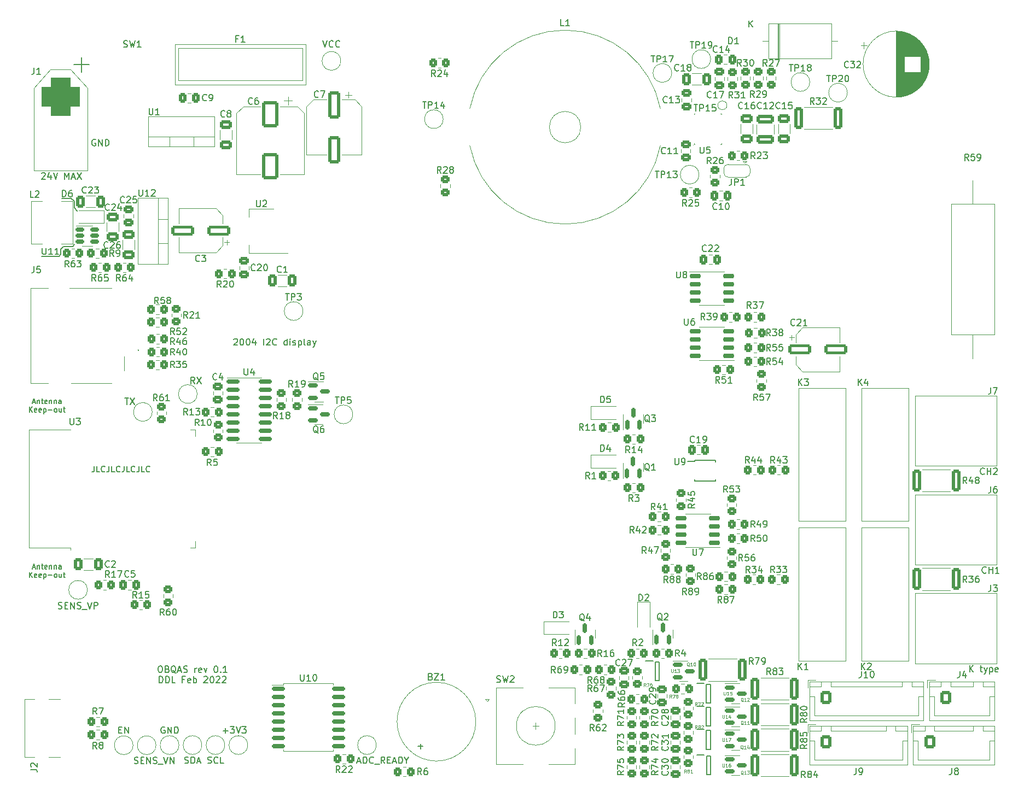
<source format=gto>
%TF.GenerationSoftware,KiCad,Pcbnew,6.0.1-79c1e3a40b~116~ubuntu20.04.1*%
%TF.CreationDate,2022-02-02T21:52:56+02:00*%
%TF.ProjectId,OBQAS,4f425141-532e-46b6-9963-61645f706362,rev?*%
%TF.SameCoordinates,Original*%
%TF.FileFunction,Legend,Top*%
%TF.FilePolarity,Positive*%
%FSLAX46Y46*%
G04 Gerber Fmt 4.6, Leading zero omitted, Abs format (unit mm)*
G04 Created by KiCad (PCBNEW 6.0.1-79c1e3a40b~116~ubuntu20.04.1) date 2022-02-02 21:52:56*
%MOMM*%
%LPD*%
G01*
G04 APERTURE LIST*
G04 Aperture macros list*
%AMRoundRect*
0 Rectangle with rounded corners*
0 $1 Rounding radius*
0 $2 $3 $4 $5 $6 $7 $8 $9 X,Y pos of 4 corners*
0 Add a 4 corners polygon primitive as box body*
4,1,4,$2,$3,$4,$5,$6,$7,$8,$9,$2,$3,0*
0 Add four circle primitives for the rounded corners*
1,1,$1+$1,$2,$3*
1,1,$1+$1,$4,$5*
1,1,$1+$1,$6,$7*
1,1,$1+$1,$8,$9*
0 Add four rect primitives between the rounded corners*
20,1,$1+$1,$2,$3,$4,$5,0*
20,1,$1+$1,$4,$5,$6,$7,0*
20,1,$1+$1,$6,$7,$8,$9,0*
20,1,$1+$1,$8,$9,$2,$3,0*%
%AMFreePoly0*
4,1,22,0.550000,-0.750000,0.000000,-0.750000,0.000000,-0.745033,-0.079941,-0.743568,-0.215256,-0.701293,-0.333266,-0.622738,-0.424486,-0.514219,-0.481581,-0.384460,-0.499164,-0.250000,-0.500000,-0.250000,-0.500000,0.250000,-0.499164,0.250000,-0.499963,0.256109,-0.478152,0.396186,-0.417904,0.524511,-0.324060,0.630769,-0.204165,0.706417,-0.067858,0.745374,0.000000,0.744959,0.000000,0.750000,
0.550000,0.750000,0.550000,-0.750000,0.550000,-0.750000,$1*%
%AMFreePoly1*
4,1,20,0.000000,0.744959,0.073905,0.744508,0.209726,0.703889,0.328688,0.626782,0.421226,0.519385,0.479903,0.390333,0.500000,0.250000,0.500000,-0.250000,0.499851,-0.262216,0.476331,-0.402017,0.414519,-0.529596,0.319384,-0.634700,0.198574,-0.708877,0.061801,-0.746166,0.000000,-0.745033,0.000000,-0.750000,-0.550000,-0.750000,-0.550000,0.750000,0.000000,0.750000,0.000000,0.744959,
0.000000,0.744959,$1*%
G04 Aperture macros list end*
%ADD10C,0.150000*%
%ADD11C,0.100000*%
%ADD12C,0.127000*%
%ADD13C,0.120000*%
%ADD14C,0.200000*%
%ADD15C,2.500000*%
%ADD16RoundRect,0.250000X0.450000X-0.350000X0.450000X0.350000X-0.450000X0.350000X-0.450000X-0.350000X0*%
%ADD17C,3.600000*%
%ADD18O,4.000500X1.501140*%
%ADD19C,1.524000*%
%ADD20RoundRect,0.250000X0.475000X-0.337500X0.475000X0.337500X-0.475000X0.337500X-0.475000X-0.337500X0*%
%ADD21RoundRect,0.250000X-0.450000X0.350000X-0.450000X-0.350000X0.450000X-0.350000X0.450000X0.350000X0*%
%ADD22RoundRect,0.250000X0.350000X0.450000X-0.350000X0.450000X-0.350000X-0.450000X0.350000X-0.450000X0*%
%ADD23R,1.150000X0.600000*%
%ADD24RoundRect,0.150000X-0.587500X-0.150000X0.587500X-0.150000X0.587500X0.150000X-0.587500X0.150000X0*%
%ADD25RoundRect,0.250000X-0.350000X-0.450000X0.350000X-0.450000X0.350000X0.450000X-0.350000X0.450000X0*%
%ADD26RoundRect,0.250000X0.412500X0.650000X-0.412500X0.650000X-0.412500X-0.650000X0.412500X-0.650000X0*%
%ADD27RoundRect,0.150000X-0.512500X-0.150000X0.512500X-0.150000X0.512500X0.150000X-0.512500X0.150000X0*%
%ADD28R,3.200000X3.200000*%
%ADD29O,3.200000X3.200000*%
%ADD30RoundRect,0.249999X-0.450001X-1.425001X0.450001X-1.425001X0.450001X1.425001X-0.450001X1.425001X0*%
%ADD31RoundRect,0.250000X-0.337500X-0.475000X0.337500X-0.475000X0.337500X0.475000X-0.337500X0.475000X0*%
%ADD32R,0.900000X1.200000*%
%ADD33R,2.000000X2.000000*%
%ADD34C,2.000000*%
%ADD35RoundRect,0.150000X0.150000X-0.587500X0.150000X0.587500X-0.150000X0.587500X-0.150000X-0.587500X0*%
%ADD36RoundRect,0.250000X-0.475000X0.337500X-0.475000X-0.337500X0.475000X-0.337500X0.475000X0.337500X0*%
%ADD37RoundRect,0.250000X-0.650000X0.412500X-0.650000X-0.412500X0.650000X-0.412500X0.650000X0.412500X0*%
%ADD38RoundRect,0.250000X0.337500X0.475000X-0.337500X0.475000X-0.337500X-0.475000X0.337500X-0.475000X0*%
%ADD39RoundRect,1.500000X-1.500000X1.500000X-1.500000X-1.500000X1.500000X-1.500000X1.500000X1.500000X0*%
%ADD40C,6.000000*%
%ADD41RoundRect,0.250000X1.500000X0.550000X-1.500000X0.550000X-1.500000X-0.550000X1.500000X-0.550000X0*%
%ADD42C,3.200000*%
%ADD43RoundRect,0.250000X-0.600000X-0.725000X0.600000X-0.725000X0.600000X0.725000X-0.600000X0.725000X0*%
%ADD44O,1.700000X1.950000*%
%ADD45R,2.400000X1.500000*%
%ADD46R,3.960000X1.980000*%
%ADD47O,3.960000X1.980000*%
%ADD48C,0.306367*%
%ADD49R,0.249999X0.599999*%
%ADD50R,0.249999X0.725000*%
%ADD51C,0.289687*%
%ADD52R,0.625000X0.249999*%
%ADD53C,0.258750*%
%ADD54C,0.332306*%
%ADD55R,0.675000X0.249999*%
%ADD56R,0.599999X0.249999*%
%ADD57R,1.425001X0.375001*%
%ADD58RoundRect,0.150000X-0.825000X-0.150000X0.825000X-0.150000X0.825000X0.150000X-0.825000X0.150000X0*%
%ADD59O,8.000000X3.800000*%
%ADD60RoundRect,0.150000X-0.875000X-0.150000X0.875000X-0.150000X0.875000X0.150000X-0.875000X0.150000X0*%
%ADD61RoundRect,0.250000X-1.500000X-0.550000X1.500000X-0.550000X1.500000X0.550000X-1.500000X0.550000X0*%
%ADD62FreePoly0,180.000000*%
%ADD63R,1.000000X1.500000*%
%ADD64FreePoly1,180.000000*%
%ADD65RoundRect,0.150000X0.725000X0.150000X-0.725000X0.150000X-0.725000X-0.150000X0.725000X-0.150000X0*%
%ADD66C,2.400000*%
%ADD67O,2.400000X2.400000*%
%ADD68RoundRect,0.250000X-1.100000X0.412500X-1.100000X-0.412500X1.100000X-0.412500X1.100000X0.412500X0*%
%ADD69RoundRect,0.250000X-0.700000X1.825000X-0.700000X-1.825000X0.700000X-1.825000X0.700000X1.825000X0*%
%ADD70C,0.600000*%
%ADD71R,1.160000X0.600000*%
%ADD72R,1.160000X0.300000*%
%ADD73O,2.000000X0.900000*%
%ADD74O,1.700000X0.900000*%
%ADD75R,1.100000X0.250000*%
%ADD76R,2.000000X1.905000*%
%ADD77O,2.000000X1.905000*%
%ADD78C,5.200000*%
%ADD79R,2.000000X1.500000*%
%ADD80R,2.000000X3.800000*%
%ADD81RoundRect,0.250000X-0.412500X-0.650000X0.412500X-0.650000X0.412500X0.650000X-0.412500X0.650000X0*%
%ADD82RoundRect,0.150000X-0.725000X-0.150000X0.725000X-0.150000X0.725000X0.150000X-0.725000X0.150000X0*%
%ADD83R,1.200000X0.900000*%
%ADD84C,1.000000*%
%ADD85RoundRect,0.250000X0.650000X-0.412500X0.650000X0.412500X-0.650000X0.412500X-0.650000X-0.412500X0*%
%ADD86RoundRect,0.250000X-1.000000X1.750000X-1.000000X-1.750000X1.000000X-1.750000X1.000000X1.750000X0*%
%ADD87RoundRect,0.250000X0.450000X-0.325000X0.450000X0.325000X-0.450000X0.325000X-0.450000X-0.325000X0*%
%ADD88R,0.900000X2.000000*%
%ADD89R,2.000000X0.900000*%
%ADD90R,5.000000X5.000000*%
%ADD91R,1.905000X2.000000*%
%ADD92O,1.905000X2.000000*%
%ADD93R,1.600000X0.700000*%
%ADD94R,1.500000X1.600000*%
%ADD95R,1.500000X1.200000*%
%ADD96R,2.200000X1.200000*%
%ADD97R,1.980000X3.960000*%
%ADD98O,1.980000X3.960000*%
%ADD99O,3.500000X3.500000*%
%ADD100O,3.600000X3.600000*%
%ADD101R,2.500000X4.500000*%
%ADD102O,2.500000X4.500000*%
G04 APERTURE END LIST*
D10*
X79642857Y-111582142D02*
X79642857Y-112225000D01*
X79600000Y-112353571D01*
X79514285Y-112439285D01*
X79385714Y-112482142D01*
X79300000Y-112482142D01*
X80500000Y-112482142D02*
X80071428Y-112482142D01*
X80071428Y-111582142D01*
X81314285Y-112396428D02*
X81271428Y-112439285D01*
X81142857Y-112482142D01*
X81057142Y-112482142D01*
X80928571Y-112439285D01*
X80842857Y-112353571D01*
X80800000Y-112267857D01*
X80757142Y-112096428D01*
X80757142Y-111967857D01*
X80800000Y-111796428D01*
X80842857Y-111710714D01*
X80928571Y-111625000D01*
X81057142Y-111582142D01*
X81142857Y-111582142D01*
X81271428Y-111625000D01*
X81314285Y-111667857D01*
X81957142Y-111582142D02*
X81957142Y-112225000D01*
X81914285Y-112353571D01*
X81828571Y-112439285D01*
X81700000Y-112482142D01*
X81614285Y-112482142D01*
X82814285Y-112482142D02*
X82385714Y-112482142D01*
X82385714Y-111582142D01*
X83628571Y-112396428D02*
X83585714Y-112439285D01*
X83457142Y-112482142D01*
X83371428Y-112482142D01*
X83242857Y-112439285D01*
X83157142Y-112353571D01*
X83114285Y-112267857D01*
X83071428Y-112096428D01*
X83071428Y-111967857D01*
X83114285Y-111796428D01*
X83157142Y-111710714D01*
X83242857Y-111625000D01*
X83371428Y-111582142D01*
X83457142Y-111582142D01*
X83585714Y-111625000D01*
X83628571Y-111667857D01*
X84271428Y-111582142D02*
X84271428Y-112225000D01*
X84228571Y-112353571D01*
X84142857Y-112439285D01*
X84014285Y-112482142D01*
X83928571Y-112482142D01*
X85128571Y-112482142D02*
X84700000Y-112482142D01*
X84700000Y-111582142D01*
X85942857Y-112396428D02*
X85900000Y-112439285D01*
X85771428Y-112482142D01*
X85685714Y-112482142D01*
X85557142Y-112439285D01*
X85471428Y-112353571D01*
X85428571Y-112267857D01*
X85385714Y-112096428D01*
X85385714Y-111967857D01*
X85428571Y-111796428D01*
X85471428Y-111710714D01*
X85557142Y-111625000D01*
X85685714Y-111582142D01*
X85771428Y-111582142D01*
X85900000Y-111625000D01*
X85942857Y-111667857D01*
X86585714Y-111582142D02*
X86585714Y-112225000D01*
X86542857Y-112353571D01*
X86457142Y-112439285D01*
X86328571Y-112482142D01*
X86242857Y-112482142D01*
X87442857Y-112482142D02*
X87014285Y-112482142D01*
X87014285Y-111582142D01*
X88257142Y-112396428D02*
X88214285Y-112439285D01*
X88085714Y-112482142D01*
X88000000Y-112482142D01*
X87871428Y-112439285D01*
X87785714Y-112353571D01*
X87742857Y-112267857D01*
X87700000Y-112096428D01*
X87700000Y-111967857D01*
X87742857Y-111796428D01*
X87785714Y-111710714D01*
X87871428Y-111625000D01*
X88000000Y-111582142D01*
X88085714Y-111582142D01*
X88214285Y-111625000D01*
X88257142Y-111667857D01*
X77700000Y-48250000D02*
X77700000Y-50600000D01*
X74475000Y-78800000D02*
X74475000Y-77975000D01*
X76525000Y-49425000D02*
X78875000Y-49425000D01*
X74200000Y-79075000D02*
X74475000Y-78800000D01*
X74475000Y-77975000D02*
X74900000Y-77550000D01*
X76575000Y-71575000D02*
X77050000Y-72050000D01*
X76350000Y-77550000D02*
X76625000Y-77275000D01*
X76100000Y-70100000D02*
X76575000Y-70575000D01*
X74900000Y-77550000D02*
X76350000Y-77550000D01*
X74675000Y-70100000D02*
X76100000Y-70100000D01*
X71550000Y-79075000D02*
X74200000Y-79075000D01*
X76575000Y-70575000D02*
X76575000Y-71575000D01*
X79863095Y-61025000D02*
X79767857Y-60977380D01*
X79625000Y-60977380D01*
X79482142Y-61025000D01*
X79386904Y-61120238D01*
X79339285Y-61215476D01*
X79291666Y-61405952D01*
X79291666Y-61548809D01*
X79339285Y-61739285D01*
X79386904Y-61834523D01*
X79482142Y-61929761D01*
X79625000Y-61977380D01*
X79720238Y-61977380D01*
X79863095Y-61929761D01*
X79910714Y-61882142D01*
X79910714Y-61548809D01*
X79720238Y-61548809D01*
X80339285Y-61977380D02*
X80339285Y-60977380D01*
X80910714Y-61977380D01*
X80910714Y-60977380D01*
X81386904Y-61977380D02*
X81386904Y-60977380D01*
X81625000Y-60977380D01*
X81767857Y-61025000D01*
X81863095Y-61120238D01*
X81910714Y-61215476D01*
X81958333Y-61405952D01*
X81958333Y-61548809D01*
X81910714Y-61739285D01*
X81863095Y-61834523D01*
X81767857Y-61929761D01*
X81625000Y-61977380D01*
X81386904Y-61977380D01*
X101266666Y-91947619D02*
X101314285Y-91900000D01*
X101409523Y-91852380D01*
X101647619Y-91852380D01*
X101742857Y-91900000D01*
X101790476Y-91947619D01*
X101838095Y-92042857D01*
X101838095Y-92138095D01*
X101790476Y-92280952D01*
X101219047Y-92852380D01*
X101838095Y-92852380D01*
X102457142Y-91852380D02*
X102552380Y-91852380D01*
X102647619Y-91900000D01*
X102695238Y-91947619D01*
X102742857Y-92042857D01*
X102790476Y-92233333D01*
X102790476Y-92471428D01*
X102742857Y-92661904D01*
X102695238Y-92757142D01*
X102647619Y-92804761D01*
X102552380Y-92852380D01*
X102457142Y-92852380D01*
X102361904Y-92804761D01*
X102314285Y-92757142D01*
X102266666Y-92661904D01*
X102219047Y-92471428D01*
X102219047Y-92233333D01*
X102266666Y-92042857D01*
X102314285Y-91947619D01*
X102361904Y-91900000D01*
X102457142Y-91852380D01*
X103409523Y-91852380D02*
X103504761Y-91852380D01*
X103600000Y-91900000D01*
X103647619Y-91947619D01*
X103695238Y-92042857D01*
X103742857Y-92233333D01*
X103742857Y-92471428D01*
X103695238Y-92661904D01*
X103647619Y-92757142D01*
X103600000Y-92804761D01*
X103504761Y-92852380D01*
X103409523Y-92852380D01*
X103314285Y-92804761D01*
X103266666Y-92757142D01*
X103219047Y-92661904D01*
X103171428Y-92471428D01*
X103171428Y-92233333D01*
X103219047Y-92042857D01*
X103266666Y-91947619D01*
X103314285Y-91900000D01*
X103409523Y-91852380D01*
X104600000Y-92185714D02*
X104600000Y-92852380D01*
X104361904Y-91804761D02*
X104123809Y-92519047D01*
X104742857Y-92519047D01*
X105885714Y-92852380D02*
X105885714Y-91852380D01*
X106314285Y-91947619D02*
X106361904Y-91900000D01*
X106457142Y-91852380D01*
X106695238Y-91852380D01*
X106790476Y-91900000D01*
X106838095Y-91947619D01*
X106885714Y-92042857D01*
X106885714Y-92138095D01*
X106838095Y-92280952D01*
X106266666Y-92852380D01*
X106885714Y-92852380D01*
X107885714Y-92757142D02*
X107838095Y-92804761D01*
X107695238Y-92852380D01*
X107600000Y-92852380D01*
X107457142Y-92804761D01*
X107361904Y-92709523D01*
X107314285Y-92614285D01*
X107266666Y-92423809D01*
X107266666Y-92280952D01*
X107314285Y-92090476D01*
X107361904Y-91995238D01*
X107457142Y-91900000D01*
X107600000Y-91852380D01*
X107695238Y-91852380D01*
X107838095Y-91900000D01*
X107885714Y-91947619D01*
X109504761Y-92852380D02*
X109504761Y-91852380D01*
X109504761Y-92804761D02*
X109409523Y-92852380D01*
X109219047Y-92852380D01*
X109123809Y-92804761D01*
X109076190Y-92757142D01*
X109028571Y-92661904D01*
X109028571Y-92376190D01*
X109076190Y-92280952D01*
X109123809Y-92233333D01*
X109219047Y-92185714D01*
X109409523Y-92185714D01*
X109504761Y-92233333D01*
X109980952Y-92852380D02*
X109980952Y-92185714D01*
X109980952Y-91852380D02*
X109933333Y-91900000D01*
X109980952Y-91947619D01*
X110028571Y-91900000D01*
X109980952Y-91852380D01*
X109980952Y-91947619D01*
X110409523Y-92804761D02*
X110504761Y-92852380D01*
X110695238Y-92852380D01*
X110790476Y-92804761D01*
X110838095Y-92709523D01*
X110838095Y-92661904D01*
X110790476Y-92566666D01*
X110695238Y-92519047D01*
X110552380Y-92519047D01*
X110457142Y-92471428D01*
X110409523Y-92376190D01*
X110409523Y-92328571D01*
X110457142Y-92233333D01*
X110552380Y-92185714D01*
X110695238Y-92185714D01*
X110790476Y-92233333D01*
X111266666Y-92185714D02*
X111266666Y-93185714D01*
X111266666Y-92233333D02*
X111361904Y-92185714D01*
X111552380Y-92185714D01*
X111647619Y-92233333D01*
X111695238Y-92280952D01*
X111742857Y-92376190D01*
X111742857Y-92661904D01*
X111695238Y-92757142D01*
X111647619Y-92804761D01*
X111552380Y-92852380D01*
X111361904Y-92852380D01*
X111266666Y-92804761D01*
X112314285Y-92852380D02*
X112219047Y-92804761D01*
X112171428Y-92709523D01*
X112171428Y-91852380D01*
X113123809Y-92852380D02*
X113123809Y-92328571D01*
X113076190Y-92233333D01*
X112980952Y-92185714D01*
X112790476Y-92185714D01*
X112695238Y-92233333D01*
X113123809Y-92804761D02*
X113028571Y-92852380D01*
X112790476Y-92852380D01*
X112695238Y-92804761D01*
X112647619Y-92709523D01*
X112647619Y-92614285D01*
X112695238Y-92519047D01*
X112790476Y-92471428D01*
X113028571Y-92471428D01*
X113123809Y-92423809D01*
X113504761Y-92185714D02*
X113742857Y-92852380D01*
X113980952Y-92185714D02*
X113742857Y-92852380D01*
X113647619Y-93090476D01*
X113600000Y-93138095D01*
X113504761Y-93185714D01*
X70140476Y-101689333D02*
X70521428Y-101689333D01*
X70064285Y-101917904D02*
X70330952Y-101117904D01*
X70597619Y-101917904D01*
X70864285Y-101384571D02*
X70864285Y-101917904D01*
X70864285Y-101460761D02*
X70902380Y-101422666D01*
X70978571Y-101384571D01*
X71092857Y-101384571D01*
X71169047Y-101422666D01*
X71207142Y-101498857D01*
X71207142Y-101917904D01*
X71473809Y-101384571D02*
X71778571Y-101384571D01*
X71588095Y-101117904D02*
X71588095Y-101803619D01*
X71626190Y-101879809D01*
X71702380Y-101917904D01*
X71778571Y-101917904D01*
X72350000Y-101879809D02*
X72273809Y-101917904D01*
X72121428Y-101917904D01*
X72045238Y-101879809D01*
X72007142Y-101803619D01*
X72007142Y-101498857D01*
X72045238Y-101422666D01*
X72121428Y-101384571D01*
X72273809Y-101384571D01*
X72350000Y-101422666D01*
X72388095Y-101498857D01*
X72388095Y-101575047D01*
X72007142Y-101651238D01*
X72730952Y-101384571D02*
X72730952Y-101917904D01*
X72730952Y-101460761D02*
X72769047Y-101422666D01*
X72845238Y-101384571D01*
X72959523Y-101384571D01*
X73035714Y-101422666D01*
X73073809Y-101498857D01*
X73073809Y-101917904D01*
X73454761Y-101384571D02*
X73454761Y-101917904D01*
X73454761Y-101460761D02*
X73492857Y-101422666D01*
X73569047Y-101384571D01*
X73683333Y-101384571D01*
X73759523Y-101422666D01*
X73797619Y-101498857D01*
X73797619Y-101917904D01*
X74521428Y-101917904D02*
X74521428Y-101498857D01*
X74483333Y-101422666D01*
X74407142Y-101384571D01*
X74254761Y-101384571D01*
X74178571Y-101422666D01*
X74521428Y-101879809D02*
X74445238Y-101917904D01*
X74254761Y-101917904D01*
X74178571Y-101879809D01*
X74140476Y-101803619D01*
X74140476Y-101727428D01*
X74178571Y-101651238D01*
X74254761Y-101613142D01*
X74445238Y-101613142D01*
X74521428Y-101575047D01*
X69645238Y-103205904D02*
X69645238Y-102405904D01*
X70102380Y-103205904D02*
X69759523Y-102748761D01*
X70102380Y-102405904D02*
X69645238Y-102863047D01*
X70750000Y-103167809D02*
X70673809Y-103205904D01*
X70521428Y-103205904D01*
X70445238Y-103167809D01*
X70407142Y-103091619D01*
X70407142Y-102786857D01*
X70445238Y-102710666D01*
X70521428Y-102672571D01*
X70673809Y-102672571D01*
X70750000Y-102710666D01*
X70788095Y-102786857D01*
X70788095Y-102863047D01*
X70407142Y-102939238D01*
X71435714Y-103167809D02*
X71359523Y-103205904D01*
X71207142Y-103205904D01*
X71130952Y-103167809D01*
X71092857Y-103091619D01*
X71092857Y-102786857D01*
X71130952Y-102710666D01*
X71207142Y-102672571D01*
X71359523Y-102672571D01*
X71435714Y-102710666D01*
X71473809Y-102786857D01*
X71473809Y-102863047D01*
X71092857Y-102939238D01*
X71816666Y-102672571D02*
X71816666Y-103472571D01*
X71816666Y-102710666D02*
X71892857Y-102672571D01*
X72045238Y-102672571D01*
X72121428Y-102710666D01*
X72159523Y-102748761D01*
X72197619Y-102824952D01*
X72197619Y-103053523D01*
X72159523Y-103129714D01*
X72121428Y-103167809D01*
X72045238Y-103205904D01*
X71892857Y-103205904D01*
X71816666Y-103167809D01*
X72540476Y-102901142D02*
X73150000Y-102901142D01*
X73645238Y-103205904D02*
X73569047Y-103167809D01*
X73530952Y-103129714D01*
X73492857Y-103053523D01*
X73492857Y-102824952D01*
X73530952Y-102748761D01*
X73569047Y-102710666D01*
X73645238Y-102672571D01*
X73759523Y-102672571D01*
X73835714Y-102710666D01*
X73873809Y-102748761D01*
X73911904Y-102824952D01*
X73911904Y-103053523D01*
X73873809Y-103129714D01*
X73835714Y-103167809D01*
X73759523Y-103205904D01*
X73645238Y-103205904D01*
X74597619Y-102672571D02*
X74597619Y-103205904D01*
X74254761Y-102672571D02*
X74254761Y-103091619D01*
X74292857Y-103167809D01*
X74369047Y-103205904D01*
X74483333Y-103205904D01*
X74559523Y-103167809D01*
X74597619Y-103129714D01*
X74864285Y-102672571D02*
X75169047Y-102672571D01*
X74978571Y-102405904D02*
X74978571Y-103091619D01*
X75016666Y-103167809D01*
X75092857Y-103205904D01*
X75169047Y-103205904D01*
X70140476Y-127289333D02*
X70521428Y-127289333D01*
X70064285Y-127517904D02*
X70330952Y-126717904D01*
X70597619Y-127517904D01*
X70864285Y-126984571D02*
X70864285Y-127517904D01*
X70864285Y-127060761D02*
X70902380Y-127022666D01*
X70978571Y-126984571D01*
X71092857Y-126984571D01*
X71169047Y-127022666D01*
X71207142Y-127098857D01*
X71207142Y-127517904D01*
X71473809Y-126984571D02*
X71778571Y-126984571D01*
X71588095Y-126717904D02*
X71588095Y-127403619D01*
X71626190Y-127479809D01*
X71702380Y-127517904D01*
X71778571Y-127517904D01*
X72350000Y-127479809D02*
X72273809Y-127517904D01*
X72121428Y-127517904D01*
X72045238Y-127479809D01*
X72007142Y-127403619D01*
X72007142Y-127098857D01*
X72045238Y-127022666D01*
X72121428Y-126984571D01*
X72273809Y-126984571D01*
X72350000Y-127022666D01*
X72388095Y-127098857D01*
X72388095Y-127175047D01*
X72007142Y-127251238D01*
X72730952Y-126984571D02*
X72730952Y-127517904D01*
X72730952Y-127060761D02*
X72769047Y-127022666D01*
X72845238Y-126984571D01*
X72959523Y-126984571D01*
X73035714Y-127022666D01*
X73073809Y-127098857D01*
X73073809Y-127517904D01*
X73454761Y-126984571D02*
X73454761Y-127517904D01*
X73454761Y-127060761D02*
X73492857Y-127022666D01*
X73569047Y-126984571D01*
X73683333Y-126984571D01*
X73759523Y-127022666D01*
X73797619Y-127098857D01*
X73797619Y-127517904D01*
X74521428Y-127517904D02*
X74521428Y-127098857D01*
X74483333Y-127022666D01*
X74407142Y-126984571D01*
X74254761Y-126984571D01*
X74178571Y-127022666D01*
X74521428Y-127479809D02*
X74445238Y-127517904D01*
X74254761Y-127517904D01*
X74178571Y-127479809D01*
X74140476Y-127403619D01*
X74140476Y-127327428D01*
X74178571Y-127251238D01*
X74254761Y-127213142D01*
X74445238Y-127213142D01*
X74521428Y-127175047D01*
X69645238Y-128805904D02*
X69645238Y-128005904D01*
X70102380Y-128805904D02*
X69759523Y-128348761D01*
X70102380Y-128005904D02*
X69645238Y-128463047D01*
X70750000Y-128767809D02*
X70673809Y-128805904D01*
X70521428Y-128805904D01*
X70445238Y-128767809D01*
X70407142Y-128691619D01*
X70407142Y-128386857D01*
X70445238Y-128310666D01*
X70521428Y-128272571D01*
X70673809Y-128272571D01*
X70750000Y-128310666D01*
X70788095Y-128386857D01*
X70788095Y-128463047D01*
X70407142Y-128539238D01*
X71435714Y-128767809D02*
X71359523Y-128805904D01*
X71207142Y-128805904D01*
X71130952Y-128767809D01*
X71092857Y-128691619D01*
X71092857Y-128386857D01*
X71130952Y-128310666D01*
X71207142Y-128272571D01*
X71359523Y-128272571D01*
X71435714Y-128310666D01*
X71473809Y-128386857D01*
X71473809Y-128463047D01*
X71092857Y-128539238D01*
X71816666Y-128272571D02*
X71816666Y-129072571D01*
X71816666Y-128310666D02*
X71892857Y-128272571D01*
X72045238Y-128272571D01*
X72121428Y-128310666D01*
X72159523Y-128348761D01*
X72197619Y-128424952D01*
X72197619Y-128653523D01*
X72159523Y-128729714D01*
X72121428Y-128767809D01*
X72045238Y-128805904D01*
X71892857Y-128805904D01*
X71816666Y-128767809D01*
X72540476Y-128501142D02*
X73150000Y-128501142D01*
X73645238Y-128805904D02*
X73569047Y-128767809D01*
X73530952Y-128729714D01*
X73492857Y-128653523D01*
X73492857Y-128424952D01*
X73530952Y-128348761D01*
X73569047Y-128310666D01*
X73645238Y-128272571D01*
X73759523Y-128272571D01*
X73835714Y-128310666D01*
X73873809Y-128348761D01*
X73911904Y-128424952D01*
X73911904Y-128653523D01*
X73873809Y-128729714D01*
X73835714Y-128767809D01*
X73759523Y-128805904D01*
X73645238Y-128805904D01*
X74597619Y-128272571D02*
X74597619Y-128805904D01*
X74254761Y-128272571D02*
X74254761Y-128691619D01*
X74292857Y-128767809D01*
X74369047Y-128805904D01*
X74483333Y-128805904D01*
X74559523Y-128767809D01*
X74597619Y-128729714D01*
X74864285Y-128272571D02*
X75169047Y-128272571D01*
X74978571Y-128005904D02*
X74978571Y-128691619D01*
X75016666Y-128767809D01*
X75092857Y-128805904D01*
X75169047Y-128805904D01*
X89779761Y-142547380D02*
X89970238Y-142547380D01*
X90065476Y-142595000D01*
X90160714Y-142690238D01*
X90208333Y-142880714D01*
X90208333Y-143214047D01*
X90160714Y-143404523D01*
X90065476Y-143499761D01*
X89970238Y-143547380D01*
X89779761Y-143547380D01*
X89684523Y-143499761D01*
X89589285Y-143404523D01*
X89541666Y-143214047D01*
X89541666Y-142880714D01*
X89589285Y-142690238D01*
X89684523Y-142595000D01*
X89779761Y-142547380D01*
X90970238Y-143023571D02*
X91113095Y-143071190D01*
X91160714Y-143118809D01*
X91208333Y-143214047D01*
X91208333Y-143356904D01*
X91160714Y-143452142D01*
X91113095Y-143499761D01*
X91017857Y-143547380D01*
X90636904Y-143547380D01*
X90636904Y-142547380D01*
X90970238Y-142547380D01*
X91065476Y-142595000D01*
X91113095Y-142642619D01*
X91160714Y-142737857D01*
X91160714Y-142833095D01*
X91113095Y-142928333D01*
X91065476Y-142975952D01*
X90970238Y-143023571D01*
X90636904Y-143023571D01*
X92303571Y-143642619D02*
X92208333Y-143595000D01*
X92113095Y-143499761D01*
X91970238Y-143356904D01*
X91875000Y-143309285D01*
X91779761Y-143309285D01*
X91827380Y-143547380D02*
X91732142Y-143499761D01*
X91636904Y-143404523D01*
X91589285Y-143214047D01*
X91589285Y-142880714D01*
X91636904Y-142690238D01*
X91732142Y-142595000D01*
X91827380Y-142547380D01*
X92017857Y-142547380D01*
X92113095Y-142595000D01*
X92208333Y-142690238D01*
X92255952Y-142880714D01*
X92255952Y-143214047D01*
X92208333Y-143404523D01*
X92113095Y-143499761D01*
X92017857Y-143547380D01*
X91827380Y-143547380D01*
X92636904Y-143261666D02*
X93113095Y-143261666D01*
X92541666Y-143547380D02*
X92875000Y-142547380D01*
X93208333Y-143547380D01*
X93494047Y-143499761D02*
X93636904Y-143547380D01*
X93875000Y-143547380D01*
X93970238Y-143499761D01*
X94017857Y-143452142D01*
X94065476Y-143356904D01*
X94065476Y-143261666D01*
X94017857Y-143166428D01*
X93970238Y-143118809D01*
X93875000Y-143071190D01*
X93684523Y-143023571D01*
X93589285Y-142975952D01*
X93541666Y-142928333D01*
X93494047Y-142833095D01*
X93494047Y-142737857D01*
X93541666Y-142642619D01*
X93589285Y-142595000D01*
X93684523Y-142547380D01*
X93922619Y-142547380D01*
X94065476Y-142595000D01*
X95255952Y-143547380D02*
X95255952Y-142880714D01*
X95255952Y-143071190D02*
X95303571Y-142975952D01*
X95351190Y-142928333D01*
X95446428Y-142880714D01*
X95541666Y-142880714D01*
X96255952Y-143499761D02*
X96160714Y-143547380D01*
X95970238Y-143547380D01*
X95875000Y-143499761D01*
X95827380Y-143404523D01*
X95827380Y-143023571D01*
X95875000Y-142928333D01*
X95970238Y-142880714D01*
X96160714Y-142880714D01*
X96255952Y-142928333D01*
X96303571Y-143023571D01*
X96303571Y-143118809D01*
X95827380Y-143214047D01*
X96636904Y-142880714D02*
X96875000Y-143547380D01*
X97113095Y-142880714D01*
X98446428Y-142547380D02*
X98541666Y-142547380D01*
X98636904Y-142595000D01*
X98684523Y-142642619D01*
X98732142Y-142737857D01*
X98779761Y-142928333D01*
X98779761Y-143166428D01*
X98732142Y-143356904D01*
X98684523Y-143452142D01*
X98636904Y-143499761D01*
X98541666Y-143547380D01*
X98446428Y-143547380D01*
X98351190Y-143499761D01*
X98303571Y-143452142D01*
X98255952Y-143356904D01*
X98208333Y-143166428D01*
X98208333Y-142928333D01*
X98255952Y-142737857D01*
X98303571Y-142642619D01*
X98351190Y-142595000D01*
X98446428Y-142547380D01*
X99208333Y-143452142D02*
X99255952Y-143499761D01*
X99208333Y-143547380D01*
X99160714Y-143499761D01*
X99208333Y-143452142D01*
X99208333Y-143547380D01*
X100208333Y-143547380D02*
X99636904Y-143547380D01*
X99922619Y-143547380D02*
X99922619Y-142547380D01*
X99827380Y-142690238D01*
X99732142Y-142785476D01*
X99636904Y-142833095D01*
X89732142Y-145157380D02*
X89732142Y-144157380D01*
X89970238Y-144157380D01*
X90113095Y-144205000D01*
X90208333Y-144300238D01*
X90255952Y-144395476D01*
X90303571Y-144585952D01*
X90303571Y-144728809D01*
X90255952Y-144919285D01*
X90208333Y-145014523D01*
X90113095Y-145109761D01*
X89970238Y-145157380D01*
X89732142Y-145157380D01*
X90732142Y-145157380D02*
X90732142Y-144157380D01*
X90970238Y-144157380D01*
X91113095Y-144205000D01*
X91208333Y-144300238D01*
X91255952Y-144395476D01*
X91303571Y-144585952D01*
X91303571Y-144728809D01*
X91255952Y-144919285D01*
X91208333Y-145014523D01*
X91113095Y-145109761D01*
X90970238Y-145157380D01*
X90732142Y-145157380D01*
X92208333Y-145157380D02*
X91732142Y-145157380D01*
X91732142Y-144157380D01*
X93636904Y-144633571D02*
X93303571Y-144633571D01*
X93303571Y-145157380D02*
X93303571Y-144157380D01*
X93779761Y-144157380D01*
X94541666Y-145109761D02*
X94446428Y-145157380D01*
X94255952Y-145157380D01*
X94160714Y-145109761D01*
X94113095Y-145014523D01*
X94113095Y-144633571D01*
X94160714Y-144538333D01*
X94255952Y-144490714D01*
X94446428Y-144490714D01*
X94541666Y-144538333D01*
X94589285Y-144633571D01*
X94589285Y-144728809D01*
X94113095Y-144824047D01*
X95017857Y-145157380D02*
X95017857Y-144157380D01*
X95017857Y-144538333D02*
X95113095Y-144490714D01*
X95303571Y-144490714D01*
X95398809Y-144538333D01*
X95446428Y-144585952D01*
X95494047Y-144681190D01*
X95494047Y-144966904D01*
X95446428Y-145062142D01*
X95398809Y-145109761D01*
X95303571Y-145157380D01*
X95113095Y-145157380D01*
X95017857Y-145109761D01*
X96636904Y-144252619D02*
X96684523Y-144205000D01*
X96779761Y-144157380D01*
X97017857Y-144157380D01*
X97113095Y-144205000D01*
X97160714Y-144252619D01*
X97208333Y-144347857D01*
X97208333Y-144443095D01*
X97160714Y-144585952D01*
X96589285Y-145157380D01*
X97208333Y-145157380D01*
X97827380Y-144157380D02*
X97922619Y-144157380D01*
X98017857Y-144205000D01*
X98065476Y-144252619D01*
X98113095Y-144347857D01*
X98160714Y-144538333D01*
X98160714Y-144776428D01*
X98113095Y-144966904D01*
X98065476Y-145062142D01*
X98017857Y-145109761D01*
X97922619Y-145157380D01*
X97827380Y-145157380D01*
X97732142Y-145109761D01*
X97684523Y-145062142D01*
X97636904Y-144966904D01*
X97589285Y-144776428D01*
X97589285Y-144538333D01*
X97636904Y-144347857D01*
X97684523Y-144252619D01*
X97732142Y-144205000D01*
X97827380Y-144157380D01*
X98541666Y-144252619D02*
X98589285Y-144205000D01*
X98684523Y-144157380D01*
X98922619Y-144157380D01*
X99017857Y-144205000D01*
X99065476Y-144252619D01*
X99113095Y-144347857D01*
X99113095Y-144443095D01*
X99065476Y-144585952D01*
X98494047Y-145157380D01*
X99113095Y-145157380D01*
X99494047Y-144252619D02*
X99541666Y-144205000D01*
X99636904Y-144157380D01*
X99874999Y-144157380D01*
X99970238Y-144205000D01*
X100017857Y-144252619D01*
X100065476Y-144347857D01*
X100065476Y-144443095D01*
X100017857Y-144585952D01*
X99446428Y-145157380D01*
X100065476Y-145157380D01*
X116975595Y-100879380D02*
X117547023Y-100879380D01*
X117261309Y-101879380D02*
X117261309Y-100879380D01*
X117880357Y-101879380D02*
X117880357Y-100879380D01*
X118261309Y-100879380D01*
X118356547Y-100927000D01*
X118404166Y-100974619D01*
X118451785Y-101069857D01*
X118451785Y-101212714D01*
X118404166Y-101307952D01*
X118356547Y-101355571D01*
X118261309Y-101403190D01*
X117880357Y-101403190D01*
X119356547Y-100879380D02*
X118880357Y-100879380D01*
X118832738Y-101355571D01*
X118880357Y-101307952D01*
X118975595Y-101260333D01*
X119213690Y-101260333D01*
X119308928Y-101307952D01*
X119356547Y-101355571D01*
X119404166Y-101450809D01*
X119404166Y-101688904D01*
X119356547Y-101784142D01*
X119308928Y-101831761D01*
X119213690Y-101879380D01*
X118975595Y-101879380D01*
X118880357Y-101831761D01*
X118832738Y-101784142D01*
X161627380Y-155017857D02*
X161151190Y-155351190D01*
X161627380Y-155589285D02*
X160627380Y-155589285D01*
X160627380Y-155208333D01*
X160675000Y-155113095D01*
X160722619Y-155065476D01*
X160817857Y-155017857D01*
X160960714Y-155017857D01*
X161055952Y-155065476D01*
X161103571Y-155113095D01*
X161151190Y-155208333D01*
X161151190Y-155589285D01*
X160627380Y-154684523D02*
X160627380Y-154017857D01*
X161627380Y-154446428D01*
X160627380Y-153732142D02*
X160627380Y-153113095D01*
X161008333Y-153446428D01*
X161008333Y-153303571D01*
X161055952Y-153208333D01*
X161103571Y-153160714D01*
X161198809Y-153113095D01*
X161436904Y-153113095D01*
X161532142Y-153160714D01*
X161579761Y-153208333D01*
X161627380Y-153303571D01*
X161627380Y-153589285D01*
X161579761Y-153684523D01*
X161532142Y-153732142D01*
X197911904Y-99102380D02*
X197911904Y-98102380D01*
X198483333Y-99102380D02*
X198054761Y-98530952D01*
X198483333Y-98102380D02*
X197911904Y-98673809D01*
X199340476Y-98435714D02*
X199340476Y-99102380D01*
X199102380Y-98054761D02*
X198864285Y-98769047D01*
X199483333Y-98769047D01*
X104557142Y-81232142D02*
X104509523Y-81279761D01*
X104366666Y-81327380D01*
X104271428Y-81327380D01*
X104128571Y-81279761D01*
X104033333Y-81184523D01*
X103985714Y-81089285D01*
X103938095Y-80898809D01*
X103938095Y-80755952D01*
X103985714Y-80565476D01*
X104033333Y-80470238D01*
X104128571Y-80375000D01*
X104271428Y-80327380D01*
X104366666Y-80327380D01*
X104509523Y-80375000D01*
X104557142Y-80422619D01*
X104938095Y-80422619D02*
X104985714Y-80375000D01*
X105080952Y-80327380D01*
X105319047Y-80327380D01*
X105414285Y-80375000D01*
X105461904Y-80422619D01*
X105509523Y-80517857D01*
X105509523Y-80613095D01*
X105461904Y-80755952D01*
X104890476Y-81327380D01*
X105509523Y-81327380D01*
X106128571Y-80327380D02*
X106223809Y-80327380D01*
X106319047Y-80375000D01*
X106366666Y-80422619D01*
X106414285Y-80517857D01*
X106461904Y-80708333D01*
X106461904Y-80946428D01*
X106414285Y-81136904D01*
X106366666Y-81232142D01*
X106319047Y-81279761D01*
X106223809Y-81327380D01*
X106128571Y-81327380D01*
X106033333Y-81279761D01*
X105985714Y-81232142D01*
X105938095Y-81136904D01*
X105890476Y-80946428D01*
X105890476Y-80708333D01*
X105938095Y-80517857D01*
X105985714Y-80422619D01*
X106033333Y-80375000D01*
X106128571Y-80327380D01*
X171307142Y-131487380D02*
X170973809Y-131011190D01*
X170735714Y-131487380D02*
X170735714Y-130487380D01*
X171116666Y-130487380D01*
X171211904Y-130535000D01*
X171259523Y-130582619D01*
X171307142Y-130677857D01*
X171307142Y-130820714D01*
X171259523Y-130915952D01*
X171211904Y-130963571D01*
X171116666Y-131011190D01*
X170735714Y-131011190D01*
X171878571Y-130915952D02*
X171783333Y-130868333D01*
X171735714Y-130820714D01*
X171688095Y-130725476D01*
X171688095Y-130677857D01*
X171735714Y-130582619D01*
X171783333Y-130535000D01*
X171878571Y-130487380D01*
X172069047Y-130487380D01*
X172164285Y-130535000D01*
X172211904Y-130582619D01*
X172259523Y-130677857D01*
X172259523Y-130725476D01*
X172211904Y-130820714D01*
X172164285Y-130868333D01*
X172069047Y-130915952D01*
X171878571Y-130915952D01*
X171783333Y-130963571D01*
X171735714Y-131011190D01*
X171688095Y-131106428D01*
X171688095Y-131296904D01*
X171735714Y-131392142D01*
X171783333Y-131439761D01*
X171878571Y-131487380D01*
X172069047Y-131487380D01*
X172164285Y-131439761D01*
X172211904Y-131392142D01*
X172259523Y-131296904D01*
X172259523Y-131106428D01*
X172211904Y-131011190D01*
X172164285Y-130963571D01*
X172069047Y-130915952D01*
X172735714Y-131487380D02*
X172926190Y-131487380D01*
X173021428Y-131439761D01*
X173069047Y-131392142D01*
X173164285Y-131249285D01*
X173211904Y-131058809D01*
X173211904Y-130677857D01*
X173164285Y-130582619D01*
X173116666Y-130535000D01*
X173021428Y-130487380D01*
X172830952Y-130487380D01*
X172735714Y-130535000D01*
X172688095Y-130582619D01*
X172640476Y-130677857D01*
X172640476Y-130915952D01*
X172688095Y-131011190D01*
X172735714Y-131058809D01*
X172830952Y-131106428D01*
X173021428Y-131106428D01*
X173116666Y-131058809D01*
X173164285Y-131011190D01*
X173211904Y-130915952D01*
X168437142Y-129627380D02*
X168103809Y-129151190D01*
X167865714Y-129627380D02*
X167865714Y-128627380D01*
X168246666Y-128627380D01*
X168341904Y-128675000D01*
X168389523Y-128722619D01*
X168437142Y-128817857D01*
X168437142Y-128960714D01*
X168389523Y-129055952D01*
X168341904Y-129103571D01*
X168246666Y-129151190D01*
X167865714Y-129151190D01*
X169008571Y-129055952D02*
X168913333Y-129008333D01*
X168865714Y-128960714D01*
X168818095Y-128865476D01*
X168818095Y-128817857D01*
X168865714Y-128722619D01*
X168913333Y-128675000D01*
X169008571Y-128627380D01*
X169199047Y-128627380D01*
X169294285Y-128675000D01*
X169341904Y-128722619D01*
X169389523Y-128817857D01*
X169389523Y-128865476D01*
X169341904Y-128960714D01*
X169294285Y-129008333D01*
X169199047Y-129055952D01*
X169008571Y-129055952D01*
X168913333Y-129103571D01*
X168865714Y-129151190D01*
X168818095Y-129246428D01*
X168818095Y-129436904D01*
X168865714Y-129532142D01*
X168913333Y-129579761D01*
X169008571Y-129627380D01*
X169199047Y-129627380D01*
X169294285Y-129579761D01*
X169341904Y-129532142D01*
X169389523Y-129436904D01*
X169389523Y-129246428D01*
X169341904Y-129151190D01*
X169294285Y-129103571D01*
X169199047Y-129055952D01*
X169960952Y-129055952D02*
X169865714Y-129008333D01*
X169818095Y-128960714D01*
X169770476Y-128865476D01*
X169770476Y-128817857D01*
X169818095Y-128722619D01*
X169865714Y-128675000D01*
X169960952Y-128627380D01*
X170151428Y-128627380D01*
X170246666Y-128675000D01*
X170294285Y-128722619D01*
X170341904Y-128817857D01*
X170341904Y-128865476D01*
X170294285Y-128960714D01*
X170246666Y-129008333D01*
X170151428Y-129055952D01*
X169960952Y-129055952D01*
X169865714Y-129103571D01*
X169818095Y-129151190D01*
X169770476Y-129246428D01*
X169770476Y-129436904D01*
X169818095Y-129532142D01*
X169865714Y-129579761D01*
X169960952Y-129627380D01*
X170151428Y-129627380D01*
X170246666Y-129579761D01*
X170294285Y-129532142D01*
X170341904Y-129436904D01*
X170341904Y-129246428D01*
X170294285Y-129151190D01*
X170246666Y-129103571D01*
X170151428Y-129055952D01*
D11*
X176905952Y-150126190D02*
X176905952Y-150530952D01*
X176929761Y-150578571D01*
X176953571Y-150602380D01*
X177001190Y-150626190D01*
X177096428Y-150626190D01*
X177144047Y-150602380D01*
X177167857Y-150578571D01*
X177191666Y-150530952D01*
X177191666Y-150126190D01*
X177691666Y-150626190D02*
X177405952Y-150626190D01*
X177548809Y-150626190D02*
X177548809Y-150126190D01*
X177501190Y-150197619D01*
X177453571Y-150245238D01*
X177405952Y-150269047D01*
X178120238Y-150292857D02*
X178120238Y-150626190D01*
X178001190Y-150102380D02*
X177882142Y-150459523D01*
X178191666Y-150459523D01*
D10*
X114329761Y-98272619D02*
X114234523Y-98225000D01*
X114139285Y-98129761D01*
X113996428Y-97986904D01*
X113901190Y-97939285D01*
X113805952Y-97939285D01*
X113853571Y-98177380D02*
X113758333Y-98129761D01*
X113663095Y-98034523D01*
X113615476Y-97844047D01*
X113615476Y-97510714D01*
X113663095Y-97320238D01*
X113758333Y-97225000D01*
X113853571Y-97177380D01*
X114044047Y-97177380D01*
X114139285Y-97225000D01*
X114234523Y-97320238D01*
X114282142Y-97510714D01*
X114282142Y-97844047D01*
X114234523Y-98034523D01*
X114139285Y-98129761D01*
X114044047Y-98177380D01*
X113853571Y-98177380D01*
X115186904Y-97177380D02*
X114710714Y-97177380D01*
X114663095Y-97653571D01*
X114710714Y-97605952D01*
X114805952Y-97558333D01*
X115044047Y-97558333D01*
X115139285Y-97605952D01*
X115186904Y-97653571D01*
X115234523Y-97748809D01*
X115234523Y-97986904D01*
X115186904Y-98082142D01*
X115139285Y-98129761D01*
X115044047Y-98177380D01*
X114805952Y-98177380D01*
X114710714Y-98129761D01*
X114663095Y-98082142D01*
X184932142Y-128077380D02*
X184598809Y-127601190D01*
X184360714Y-128077380D02*
X184360714Y-127077380D01*
X184741666Y-127077380D01*
X184836904Y-127125000D01*
X184884523Y-127172619D01*
X184932142Y-127267857D01*
X184932142Y-127410714D01*
X184884523Y-127505952D01*
X184836904Y-127553571D01*
X184741666Y-127601190D01*
X184360714Y-127601190D01*
X185265476Y-127077380D02*
X185884523Y-127077380D01*
X185551190Y-127458333D01*
X185694047Y-127458333D01*
X185789285Y-127505952D01*
X185836904Y-127553571D01*
X185884523Y-127648809D01*
X185884523Y-127886904D01*
X185836904Y-127982142D01*
X185789285Y-128029761D01*
X185694047Y-128077380D01*
X185408333Y-128077380D01*
X185313095Y-128029761D01*
X185265476Y-127982142D01*
X186217857Y-127077380D02*
X186836904Y-127077380D01*
X186503571Y-127458333D01*
X186646428Y-127458333D01*
X186741666Y-127505952D01*
X186789285Y-127553571D01*
X186836904Y-127648809D01*
X186836904Y-127886904D01*
X186789285Y-127982142D01*
X186741666Y-128029761D01*
X186646428Y-128077380D01*
X186360714Y-128077380D01*
X186265476Y-128029761D01*
X186217857Y-127982142D01*
X78432142Y-69232142D02*
X78384523Y-69279761D01*
X78241666Y-69327380D01*
X78146428Y-69327380D01*
X78003571Y-69279761D01*
X77908333Y-69184523D01*
X77860714Y-69089285D01*
X77813095Y-68898809D01*
X77813095Y-68755952D01*
X77860714Y-68565476D01*
X77908333Y-68470238D01*
X78003571Y-68375000D01*
X78146428Y-68327380D01*
X78241666Y-68327380D01*
X78384523Y-68375000D01*
X78432142Y-68422619D01*
X78813095Y-68422619D02*
X78860714Y-68375000D01*
X78955952Y-68327380D01*
X79194047Y-68327380D01*
X79289285Y-68375000D01*
X79336904Y-68422619D01*
X79384523Y-68517857D01*
X79384523Y-68613095D01*
X79336904Y-68755952D01*
X78765476Y-69327380D01*
X79384523Y-69327380D01*
X79717857Y-68327380D02*
X80336904Y-68327380D01*
X80003571Y-68708333D01*
X80146428Y-68708333D01*
X80241666Y-68755952D01*
X80289285Y-68803571D01*
X80336904Y-68898809D01*
X80336904Y-69136904D01*
X80289285Y-69232142D01*
X80241666Y-69279761D01*
X80146428Y-69327380D01*
X79860714Y-69327380D01*
X79765476Y-69279761D01*
X79717857Y-69232142D01*
X99588095Y-152571428D02*
X100350000Y-152571428D01*
X99969047Y-152952380D02*
X99969047Y-152190476D01*
X100730952Y-151952380D02*
X101350000Y-151952380D01*
X101016666Y-152333333D01*
X101159523Y-152333333D01*
X101254761Y-152380952D01*
X101302380Y-152428571D01*
X101350000Y-152523809D01*
X101350000Y-152761904D01*
X101302380Y-152857142D01*
X101254761Y-152904761D01*
X101159523Y-152952380D01*
X100873809Y-152952380D01*
X100778571Y-152904761D01*
X100730952Y-152857142D01*
X101635714Y-151952380D02*
X101969047Y-152952380D01*
X102302380Y-151952380D01*
X102540476Y-151952380D02*
X103159523Y-151952380D01*
X102826190Y-152333333D01*
X102969047Y-152333333D01*
X103064285Y-152380952D01*
X103111904Y-152428571D01*
X103159523Y-152523809D01*
X103159523Y-152761904D01*
X103111904Y-152857142D01*
X103064285Y-152904761D01*
X102969047Y-152952380D01*
X102683333Y-152952380D01*
X102588095Y-152904761D01*
X102540476Y-152857142D01*
X71636904Y-77802380D02*
X71636904Y-78611904D01*
X71684523Y-78707142D01*
X71732142Y-78754761D01*
X71827380Y-78802380D01*
X72017857Y-78802380D01*
X72113095Y-78754761D01*
X72160714Y-78707142D01*
X72208333Y-78611904D01*
X72208333Y-77802380D01*
X73208333Y-78802380D02*
X72636904Y-78802380D01*
X72922619Y-78802380D02*
X72922619Y-77802380D01*
X72827380Y-77945238D01*
X72732142Y-78040476D01*
X72636904Y-78088095D01*
X74160714Y-78802380D02*
X73589285Y-78802380D01*
X73875000Y-78802380D02*
X73875000Y-77802380D01*
X73779761Y-77945238D01*
X73684523Y-78040476D01*
X73589285Y-78088095D01*
D11*
X171789285Y-142573809D02*
X171741666Y-142550000D01*
X171694047Y-142502380D01*
X171622619Y-142430952D01*
X171575000Y-142407142D01*
X171527380Y-142407142D01*
X171551190Y-142526190D02*
X171503571Y-142502380D01*
X171455952Y-142454761D01*
X171432142Y-142359523D01*
X171432142Y-142192857D01*
X171455952Y-142097619D01*
X171503571Y-142050000D01*
X171551190Y-142026190D01*
X171646428Y-142026190D01*
X171694047Y-142050000D01*
X171741666Y-142097619D01*
X171765476Y-142192857D01*
X171765476Y-142359523D01*
X171741666Y-142454761D01*
X171694047Y-142502380D01*
X171646428Y-142526190D01*
X171551190Y-142526190D01*
X172241666Y-142526190D02*
X171955952Y-142526190D01*
X172098809Y-142526190D02*
X172098809Y-142026190D01*
X172051190Y-142097619D01*
X172003571Y-142145238D01*
X171955952Y-142169047D01*
X172551190Y-142026190D02*
X172598809Y-142026190D01*
X172646428Y-142050000D01*
X172670238Y-142073809D01*
X172694047Y-142121428D01*
X172717857Y-142216666D01*
X172717857Y-142335714D01*
X172694047Y-142430952D01*
X172670238Y-142478571D01*
X172646428Y-142502380D01*
X172598809Y-142526190D01*
X172551190Y-142526190D01*
X172503571Y-142502380D01*
X172479761Y-142478571D01*
X172455952Y-142430952D01*
X172432142Y-142335714D01*
X172432142Y-142216666D01*
X172455952Y-142121428D01*
X172479761Y-142073809D01*
X172503571Y-142050000D01*
X172551190Y-142026190D01*
D10*
X177861904Y-46187380D02*
X177861904Y-45187380D01*
X178100000Y-45187380D01*
X178242857Y-45235000D01*
X178338095Y-45330238D01*
X178385714Y-45425476D01*
X178433333Y-45615952D01*
X178433333Y-45758809D01*
X178385714Y-45949285D01*
X178338095Y-46044523D01*
X178242857Y-46139761D01*
X178100000Y-46187380D01*
X177861904Y-46187380D01*
X179385714Y-46187380D02*
X178814285Y-46187380D01*
X179100000Y-46187380D02*
X179100000Y-45187380D01*
X179004761Y-45330238D01*
X178909523Y-45425476D01*
X178814285Y-45473095D01*
X181018095Y-43587380D02*
X181018095Y-42587380D01*
X181589523Y-43587380D02*
X181160952Y-43015952D01*
X181589523Y-42587380D02*
X181018095Y-43158809D01*
X184357142Y-143887380D02*
X184023809Y-143411190D01*
X183785714Y-143887380D02*
X183785714Y-142887380D01*
X184166666Y-142887380D01*
X184261904Y-142935000D01*
X184309523Y-142982619D01*
X184357142Y-143077857D01*
X184357142Y-143220714D01*
X184309523Y-143315952D01*
X184261904Y-143363571D01*
X184166666Y-143411190D01*
X183785714Y-143411190D01*
X184928571Y-143315952D02*
X184833333Y-143268333D01*
X184785714Y-143220714D01*
X184738095Y-143125476D01*
X184738095Y-143077857D01*
X184785714Y-142982619D01*
X184833333Y-142935000D01*
X184928571Y-142887380D01*
X185119047Y-142887380D01*
X185214285Y-142935000D01*
X185261904Y-142982619D01*
X185309523Y-143077857D01*
X185309523Y-143125476D01*
X185261904Y-143220714D01*
X185214285Y-143268333D01*
X185119047Y-143315952D01*
X184928571Y-143315952D01*
X184833333Y-143363571D01*
X184785714Y-143411190D01*
X184738095Y-143506428D01*
X184738095Y-143696904D01*
X184785714Y-143792142D01*
X184833333Y-143839761D01*
X184928571Y-143887380D01*
X185119047Y-143887380D01*
X185214285Y-143839761D01*
X185261904Y-143792142D01*
X185309523Y-143696904D01*
X185309523Y-143506428D01*
X185261904Y-143411190D01*
X185214285Y-143363571D01*
X185119047Y-143315952D01*
X185642857Y-142887380D02*
X186261904Y-142887380D01*
X185928571Y-143268333D01*
X186071428Y-143268333D01*
X186166666Y-143315952D01*
X186214285Y-143363571D01*
X186261904Y-143458809D01*
X186261904Y-143696904D01*
X186214285Y-143792142D01*
X186166666Y-143839761D01*
X186071428Y-143887380D01*
X185785714Y-143887380D01*
X185690476Y-143839761D01*
X185642857Y-143792142D01*
X156657142Y-146502380D02*
X156323809Y-146026190D01*
X156085714Y-146502380D02*
X156085714Y-145502380D01*
X156466666Y-145502380D01*
X156561904Y-145550000D01*
X156609523Y-145597619D01*
X156657142Y-145692857D01*
X156657142Y-145835714D01*
X156609523Y-145930952D01*
X156561904Y-145978571D01*
X156466666Y-146026190D01*
X156085714Y-146026190D01*
X157514285Y-145502380D02*
X157323809Y-145502380D01*
X157228571Y-145550000D01*
X157180952Y-145597619D01*
X157085714Y-145740476D01*
X157038095Y-145930952D01*
X157038095Y-146311904D01*
X157085714Y-146407142D01*
X157133333Y-146454761D01*
X157228571Y-146502380D01*
X157419047Y-146502380D01*
X157514285Y-146454761D01*
X157561904Y-146407142D01*
X157609523Y-146311904D01*
X157609523Y-146073809D01*
X157561904Y-145978571D01*
X157514285Y-145930952D01*
X157419047Y-145883333D01*
X157228571Y-145883333D01*
X157133333Y-145930952D01*
X157085714Y-145978571D01*
X157038095Y-146073809D01*
X157942857Y-145502380D02*
X158609523Y-145502380D01*
X158180952Y-146502380D01*
X174387142Y-78262142D02*
X174339523Y-78309761D01*
X174196666Y-78357380D01*
X174101428Y-78357380D01*
X173958571Y-78309761D01*
X173863333Y-78214523D01*
X173815714Y-78119285D01*
X173768095Y-77928809D01*
X173768095Y-77785952D01*
X173815714Y-77595476D01*
X173863333Y-77500238D01*
X173958571Y-77405000D01*
X174101428Y-77357380D01*
X174196666Y-77357380D01*
X174339523Y-77405000D01*
X174387142Y-77452619D01*
X174768095Y-77452619D02*
X174815714Y-77405000D01*
X174910952Y-77357380D01*
X175149047Y-77357380D01*
X175244285Y-77405000D01*
X175291904Y-77452619D01*
X175339523Y-77547857D01*
X175339523Y-77643095D01*
X175291904Y-77785952D01*
X174720476Y-78357380D01*
X175339523Y-78357380D01*
X175720476Y-77452619D02*
X175768095Y-77405000D01*
X175863333Y-77357380D01*
X176101428Y-77357380D01*
X176196666Y-77405000D01*
X176244285Y-77452619D01*
X176291904Y-77547857D01*
X176291904Y-77643095D01*
X176244285Y-77785952D01*
X175672857Y-78357380D01*
X176291904Y-78357380D01*
X90457142Y-134677380D02*
X90123809Y-134201190D01*
X89885714Y-134677380D02*
X89885714Y-133677380D01*
X90266666Y-133677380D01*
X90361904Y-133725000D01*
X90409523Y-133772619D01*
X90457142Y-133867857D01*
X90457142Y-134010714D01*
X90409523Y-134105952D01*
X90361904Y-134153571D01*
X90266666Y-134201190D01*
X89885714Y-134201190D01*
X91314285Y-133677380D02*
X91123809Y-133677380D01*
X91028571Y-133725000D01*
X90980952Y-133772619D01*
X90885714Y-133915476D01*
X90838095Y-134105952D01*
X90838095Y-134486904D01*
X90885714Y-134582142D01*
X90933333Y-134629761D01*
X91028571Y-134677380D01*
X91219047Y-134677380D01*
X91314285Y-134629761D01*
X91361904Y-134582142D01*
X91409523Y-134486904D01*
X91409523Y-134248809D01*
X91361904Y-134153571D01*
X91314285Y-134105952D01*
X91219047Y-134058333D01*
X91028571Y-134058333D01*
X90933333Y-134105952D01*
X90885714Y-134153571D01*
X90838095Y-134248809D01*
X92028571Y-133677380D02*
X92123809Y-133677380D01*
X92219047Y-133725000D01*
X92266666Y-133772619D01*
X92314285Y-133867857D01*
X92361904Y-134058333D01*
X92361904Y-134296428D01*
X92314285Y-134486904D01*
X92266666Y-134582142D01*
X92219047Y-134629761D01*
X92123809Y-134677380D01*
X92028571Y-134677380D01*
X91933333Y-134629761D01*
X91885714Y-134582142D01*
X91838095Y-134486904D01*
X91790476Y-134296428D01*
X91790476Y-134058333D01*
X91838095Y-133867857D01*
X91885714Y-133772619D01*
X91933333Y-133725000D01*
X92028571Y-133677380D01*
X181797142Y-54457380D02*
X181463809Y-53981190D01*
X181225714Y-54457380D02*
X181225714Y-53457380D01*
X181606666Y-53457380D01*
X181701904Y-53505000D01*
X181749523Y-53552619D01*
X181797142Y-53647857D01*
X181797142Y-53790714D01*
X181749523Y-53885952D01*
X181701904Y-53933571D01*
X181606666Y-53981190D01*
X181225714Y-53981190D01*
X182178095Y-53552619D02*
X182225714Y-53505000D01*
X182320952Y-53457380D01*
X182559047Y-53457380D01*
X182654285Y-53505000D01*
X182701904Y-53552619D01*
X182749523Y-53647857D01*
X182749523Y-53743095D01*
X182701904Y-53885952D01*
X182130476Y-54457380D01*
X182749523Y-54457380D01*
X183225714Y-54457380D02*
X183416190Y-54457380D01*
X183511428Y-54409761D01*
X183559047Y-54362142D01*
X183654285Y-54219285D01*
X183701904Y-54028809D01*
X183701904Y-53647857D01*
X183654285Y-53552619D01*
X183606666Y-53505000D01*
X183511428Y-53457380D01*
X183320952Y-53457380D01*
X183225714Y-53505000D01*
X183178095Y-53552619D01*
X183130476Y-53647857D01*
X183130476Y-53885952D01*
X183178095Y-53981190D01*
X183225714Y-54028809D01*
X183320952Y-54076428D01*
X183511428Y-54076428D01*
X183606666Y-54028809D01*
X183654285Y-53981190D01*
X183701904Y-53885952D01*
X74736904Y-69877380D02*
X74736904Y-68877380D01*
X74975000Y-68877380D01*
X75117857Y-68925000D01*
X75213095Y-69020238D01*
X75260714Y-69115476D01*
X75308333Y-69305952D01*
X75308333Y-69448809D01*
X75260714Y-69639285D01*
X75213095Y-69734523D01*
X75117857Y-69829761D01*
X74975000Y-69877380D01*
X74736904Y-69877380D01*
X76165476Y-68877380D02*
X75975000Y-68877380D01*
X75879761Y-68925000D01*
X75832142Y-68972619D01*
X75736904Y-69115476D01*
X75689285Y-69305952D01*
X75689285Y-69686904D01*
X75736904Y-69782142D01*
X75784523Y-69829761D01*
X75879761Y-69877380D01*
X76070238Y-69877380D01*
X76165476Y-69829761D01*
X76213095Y-69782142D01*
X76260714Y-69686904D01*
X76260714Y-69448809D01*
X76213095Y-69353571D01*
X76165476Y-69305952D01*
X76070238Y-69258333D01*
X75879761Y-69258333D01*
X75784523Y-69305952D01*
X75736904Y-69353571D01*
X75689285Y-69448809D01*
X131744047Y-144178571D02*
X131886904Y-144226190D01*
X131934523Y-144273809D01*
X131982142Y-144369047D01*
X131982142Y-144511904D01*
X131934523Y-144607142D01*
X131886904Y-144654761D01*
X131791666Y-144702380D01*
X131410714Y-144702380D01*
X131410714Y-143702380D01*
X131744047Y-143702380D01*
X131839285Y-143750000D01*
X131886904Y-143797619D01*
X131934523Y-143892857D01*
X131934523Y-143988095D01*
X131886904Y-144083333D01*
X131839285Y-144130952D01*
X131744047Y-144178571D01*
X131410714Y-144178571D01*
X132315476Y-143702380D02*
X132982142Y-143702380D01*
X132315476Y-144702380D01*
X132982142Y-144702380D01*
X133886904Y-144702380D02*
X133315476Y-144702380D01*
X133601190Y-144702380D02*
X133601190Y-143702380D01*
X133505952Y-143845238D01*
X133410714Y-143940476D01*
X133315476Y-143988095D01*
X130156428Y-155365952D02*
X130156428Y-154604047D01*
X130537380Y-154985000D02*
X129775476Y-154985000D01*
X165634761Y-104792619D02*
X165539523Y-104745000D01*
X165444285Y-104649761D01*
X165301428Y-104506904D01*
X165206190Y-104459285D01*
X165110952Y-104459285D01*
X165158571Y-104697380D02*
X165063333Y-104649761D01*
X164968095Y-104554523D01*
X164920476Y-104364047D01*
X164920476Y-104030714D01*
X164968095Y-103840238D01*
X165063333Y-103745000D01*
X165158571Y-103697380D01*
X165349047Y-103697380D01*
X165444285Y-103745000D01*
X165539523Y-103840238D01*
X165587142Y-104030714D01*
X165587142Y-104364047D01*
X165539523Y-104554523D01*
X165444285Y-104649761D01*
X165349047Y-104697380D01*
X165158571Y-104697380D01*
X165920476Y-103697380D02*
X166539523Y-103697380D01*
X166206190Y-104078333D01*
X166349047Y-104078333D01*
X166444285Y-104125952D01*
X166491904Y-104173571D01*
X166539523Y-104268809D01*
X166539523Y-104506904D01*
X166491904Y-104602142D01*
X166444285Y-104649761D01*
X166349047Y-104697380D01*
X166063333Y-104697380D01*
X165968095Y-104649761D01*
X165920476Y-104602142D01*
X166482142Y-147817857D02*
X166529761Y-147865476D01*
X166577380Y-148008333D01*
X166577380Y-148103571D01*
X166529761Y-148246428D01*
X166434523Y-148341666D01*
X166339285Y-148389285D01*
X166148809Y-148436904D01*
X166005952Y-148436904D01*
X165815476Y-148389285D01*
X165720238Y-148341666D01*
X165625000Y-148246428D01*
X165577380Y-148103571D01*
X165577380Y-148008333D01*
X165625000Y-147865476D01*
X165672619Y-147817857D01*
X165672619Y-147436904D02*
X165625000Y-147389285D01*
X165577380Y-147294047D01*
X165577380Y-147055952D01*
X165625000Y-146960714D01*
X165672619Y-146913095D01*
X165767857Y-146865476D01*
X165863095Y-146865476D01*
X166005952Y-146913095D01*
X166577380Y-147484523D01*
X166577380Y-146865476D01*
X166577380Y-146389285D02*
X166577380Y-146198809D01*
X166529761Y-146103571D01*
X166482142Y-146055952D01*
X166339285Y-145960714D01*
X166148809Y-145913095D01*
X165767857Y-145913095D01*
X165672619Y-145960714D01*
X165625000Y-146008333D01*
X165577380Y-146103571D01*
X165577380Y-146294047D01*
X165625000Y-146389285D01*
X165672619Y-146436904D01*
X165767857Y-146484523D01*
X166005952Y-146484523D01*
X166101190Y-146436904D01*
X166148809Y-146389285D01*
X166196428Y-146294047D01*
X166196428Y-146103571D01*
X166148809Y-146008333D01*
X166101190Y-145960714D01*
X166005952Y-145913095D01*
X168407142Y-158842857D02*
X168454761Y-158890476D01*
X168502380Y-159033333D01*
X168502380Y-159128571D01*
X168454761Y-159271428D01*
X168359523Y-159366666D01*
X168264285Y-159414285D01*
X168073809Y-159461904D01*
X167930952Y-159461904D01*
X167740476Y-159414285D01*
X167645238Y-159366666D01*
X167550000Y-159271428D01*
X167502380Y-159128571D01*
X167502380Y-159033333D01*
X167550000Y-158890476D01*
X167597619Y-158842857D01*
X167502380Y-158509523D02*
X167502380Y-157890476D01*
X167883333Y-158223809D01*
X167883333Y-158080952D01*
X167930952Y-157985714D01*
X167978571Y-157938095D01*
X168073809Y-157890476D01*
X168311904Y-157890476D01*
X168407142Y-157938095D01*
X168454761Y-157985714D01*
X168502380Y-158080952D01*
X168502380Y-158366666D01*
X168454761Y-158461904D01*
X168407142Y-158509523D01*
X167502380Y-157271428D02*
X167502380Y-157176190D01*
X167550000Y-157080952D01*
X167597619Y-157033333D01*
X167692857Y-156985714D01*
X167883333Y-156938095D01*
X168121428Y-156938095D01*
X168311904Y-156985714D01*
X168407142Y-157033333D01*
X168454761Y-157080952D01*
X168502380Y-157176190D01*
X168502380Y-157271428D01*
X168454761Y-157366666D01*
X168407142Y-157414285D01*
X168311904Y-157461904D01*
X168121428Y-157509523D01*
X167883333Y-157509523D01*
X167692857Y-157461904D01*
X167597619Y-157414285D01*
X167550000Y-157366666D01*
X167502380Y-157271428D01*
X99863333Y-57432142D02*
X99815714Y-57479761D01*
X99672857Y-57527380D01*
X99577619Y-57527380D01*
X99434761Y-57479761D01*
X99339523Y-57384523D01*
X99291904Y-57289285D01*
X99244285Y-57098809D01*
X99244285Y-56955952D01*
X99291904Y-56765476D01*
X99339523Y-56670238D01*
X99434761Y-56575000D01*
X99577619Y-56527380D01*
X99672857Y-56527380D01*
X99815714Y-56575000D01*
X99863333Y-56622619D01*
X100434761Y-56955952D02*
X100339523Y-56908333D01*
X100291904Y-56860714D01*
X100244285Y-56765476D01*
X100244285Y-56717857D01*
X100291904Y-56622619D01*
X100339523Y-56575000D01*
X100434761Y-56527380D01*
X100625238Y-56527380D01*
X100720476Y-56575000D01*
X100768095Y-56622619D01*
X100815714Y-56717857D01*
X100815714Y-56765476D01*
X100768095Y-56860714D01*
X100720476Y-56908333D01*
X100625238Y-56955952D01*
X100434761Y-56955952D01*
X100339523Y-57003571D01*
X100291904Y-57051190D01*
X100244285Y-57146428D01*
X100244285Y-57336904D01*
X100291904Y-57432142D01*
X100339523Y-57479761D01*
X100434761Y-57527380D01*
X100625238Y-57527380D01*
X100720476Y-57479761D01*
X100768095Y-57432142D01*
X100815714Y-57336904D01*
X100815714Y-57146428D01*
X100768095Y-57051190D01*
X100720476Y-57003571D01*
X100625238Y-56955952D01*
X155367142Y-106027380D02*
X155033809Y-105551190D01*
X154795714Y-106027380D02*
X154795714Y-105027380D01*
X155176666Y-105027380D01*
X155271904Y-105075000D01*
X155319523Y-105122619D01*
X155367142Y-105217857D01*
X155367142Y-105360714D01*
X155319523Y-105455952D01*
X155271904Y-105503571D01*
X155176666Y-105551190D01*
X154795714Y-105551190D01*
X156319523Y-106027380D02*
X155748095Y-106027380D01*
X156033809Y-106027380D02*
X156033809Y-105027380D01*
X155938571Y-105170238D01*
X155843333Y-105265476D01*
X155748095Y-105313095D01*
X157271904Y-106027380D02*
X156700476Y-106027380D01*
X156986190Y-106027380D02*
X156986190Y-105027380D01*
X156890952Y-105170238D01*
X156795714Y-105265476D01*
X156700476Y-105313095D01*
X182307142Y-101407380D02*
X181973809Y-100931190D01*
X181735714Y-101407380D02*
X181735714Y-100407380D01*
X182116666Y-100407380D01*
X182211904Y-100455000D01*
X182259523Y-100502619D01*
X182307142Y-100597857D01*
X182307142Y-100740714D01*
X182259523Y-100835952D01*
X182211904Y-100883571D01*
X182116666Y-100931190D01*
X181735714Y-100931190D01*
X183211904Y-100407380D02*
X182735714Y-100407380D01*
X182688095Y-100883571D01*
X182735714Y-100835952D01*
X182830952Y-100788333D01*
X183069047Y-100788333D01*
X183164285Y-100835952D01*
X183211904Y-100883571D01*
X183259523Y-100978809D01*
X183259523Y-101216904D01*
X183211904Y-101312142D01*
X183164285Y-101359761D01*
X183069047Y-101407380D01*
X182830952Y-101407380D01*
X182735714Y-101359761D01*
X182688095Y-101312142D01*
X183592857Y-100407380D02*
X184259523Y-100407380D01*
X183830952Y-101407380D01*
X184317142Y-91407380D02*
X183983809Y-90931190D01*
X183745714Y-91407380D02*
X183745714Y-90407380D01*
X184126666Y-90407380D01*
X184221904Y-90455000D01*
X184269523Y-90502619D01*
X184317142Y-90597857D01*
X184317142Y-90740714D01*
X184269523Y-90835952D01*
X184221904Y-90883571D01*
X184126666Y-90931190D01*
X183745714Y-90931190D01*
X184650476Y-90407380D02*
X185269523Y-90407380D01*
X184936190Y-90788333D01*
X185079047Y-90788333D01*
X185174285Y-90835952D01*
X185221904Y-90883571D01*
X185269523Y-90978809D01*
X185269523Y-91216904D01*
X185221904Y-91312142D01*
X185174285Y-91359761D01*
X185079047Y-91407380D01*
X184793333Y-91407380D01*
X184698095Y-91359761D01*
X184650476Y-91312142D01*
X185840952Y-90835952D02*
X185745714Y-90788333D01*
X185698095Y-90740714D01*
X185650476Y-90645476D01*
X185650476Y-90597857D01*
X185698095Y-90502619D01*
X185745714Y-90455000D01*
X185840952Y-90407380D01*
X186031428Y-90407380D01*
X186126666Y-90455000D01*
X186174285Y-90502619D01*
X186221904Y-90597857D01*
X186221904Y-90645476D01*
X186174285Y-90740714D01*
X186126666Y-90788333D01*
X186031428Y-90835952D01*
X185840952Y-90835952D01*
X185745714Y-90883571D01*
X185698095Y-90931190D01*
X185650476Y-91026428D01*
X185650476Y-91216904D01*
X185698095Y-91312142D01*
X185745714Y-91359761D01*
X185840952Y-91407380D01*
X186031428Y-91407380D01*
X186126666Y-91359761D01*
X186174285Y-91312142D01*
X186221904Y-91216904D01*
X186221904Y-91026428D01*
X186174285Y-90931190D01*
X186126666Y-90883571D01*
X186031428Y-90835952D01*
X189707142Y-159827380D02*
X189373809Y-159351190D01*
X189135714Y-159827380D02*
X189135714Y-158827380D01*
X189516666Y-158827380D01*
X189611904Y-158875000D01*
X189659523Y-158922619D01*
X189707142Y-159017857D01*
X189707142Y-159160714D01*
X189659523Y-159255952D01*
X189611904Y-159303571D01*
X189516666Y-159351190D01*
X189135714Y-159351190D01*
X190278571Y-159255952D02*
X190183333Y-159208333D01*
X190135714Y-159160714D01*
X190088095Y-159065476D01*
X190088095Y-159017857D01*
X190135714Y-158922619D01*
X190183333Y-158875000D01*
X190278571Y-158827380D01*
X190469047Y-158827380D01*
X190564285Y-158875000D01*
X190611904Y-158922619D01*
X190659523Y-159017857D01*
X190659523Y-159065476D01*
X190611904Y-159160714D01*
X190564285Y-159208333D01*
X190469047Y-159255952D01*
X190278571Y-159255952D01*
X190183333Y-159303571D01*
X190135714Y-159351190D01*
X190088095Y-159446428D01*
X190088095Y-159636904D01*
X190135714Y-159732142D01*
X190183333Y-159779761D01*
X190278571Y-159827380D01*
X190469047Y-159827380D01*
X190564285Y-159779761D01*
X190611904Y-159732142D01*
X190659523Y-159636904D01*
X190659523Y-159446428D01*
X190611904Y-159351190D01*
X190564285Y-159303571D01*
X190469047Y-159255952D01*
X191516666Y-159160714D02*
X191516666Y-159827380D01*
X191278571Y-158779761D02*
X191040476Y-159494047D01*
X191659523Y-159494047D01*
D11*
X180114285Y-151623809D02*
X180066666Y-151600000D01*
X180019047Y-151552380D01*
X179947619Y-151480952D01*
X179900000Y-151457142D01*
X179852380Y-151457142D01*
X179876190Y-151576190D02*
X179828571Y-151552380D01*
X179780952Y-151504761D01*
X179757142Y-151409523D01*
X179757142Y-151242857D01*
X179780952Y-151147619D01*
X179828571Y-151100000D01*
X179876190Y-151076190D01*
X179971428Y-151076190D01*
X180019047Y-151100000D01*
X180066666Y-151147619D01*
X180090476Y-151242857D01*
X180090476Y-151409523D01*
X180066666Y-151504761D01*
X180019047Y-151552380D01*
X179971428Y-151576190D01*
X179876190Y-151576190D01*
X180566666Y-151576190D02*
X180280952Y-151576190D01*
X180423809Y-151576190D02*
X180423809Y-151076190D01*
X180376190Y-151147619D01*
X180328571Y-151195238D01*
X180280952Y-151219047D01*
X181042857Y-151576190D02*
X180757142Y-151576190D01*
X180900000Y-151576190D02*
X180900000Y-151076190D01*
X180852380Y-151147619D01*
X180804761Y-151195238D01*
X180757142Y-151219047D01*
D10*
X176077142Y-47402142D02*
X176029523Y-47449761D01*
X175886666Y-47497380D01*
X175791428Y-47497380D01*
X175648571Y-47449761D01*
X175553333Y-47354523D01*
X175505714Y-47259285D01*
X175458095Y-47068809D01*
X175458095Y-46925952D01*
X175505714Y-46735476D01*
X175553333Y-46640238D01*
X175648571Y-46545000D01*
X175791428Y-46497380D01*
X175886666Y-46497380D01*
X176029523Y-46545000D01*
X176077142Y-46592619D01*
X177029523Y-47497380D02*
X176458095Y-47497380D01*
X176743809Y-47497380D02*
X176743809Y-46497380D01*
X176648571Y-46640238D01*
X176553333Y-46735476D01*
X176458095Y-46783095D01*
X177886666Y-46830714D02*
X177886666Y-47497380D01*
X177648571Y-46449761D02*
X177410476Y-47164047D01*
X178029523Y-47164047D01*
X181147142Y-128087380D02*
X180813809Y-127611190D01*
X180575714Y-128087380D02*
X180575714Y-127087380D01*
X180956666Y-127087380D01*
X181051904Y-127135000D01*
X181099523Y-127182619D01*
X181147142Y-127277857D01*
X181147142Y-127420714D01*
X181099523Y-127515952D01*
X181051904Y-127563571D01*
X180956666Y-127611190D01*
X180575714Y-127611190D01*
X181480476Y-127087380D02*
X182099523Y-127087380D01*
X181766190Y-127468333D01*
X181909047Y-127468333D01*
X182004285Y-127515952D01*
X182051904Y-127563571D01*
X182099523Y-127658809D01*
X182099523Y-127896904D01*
X182051904Y-127992142D01*
X182004285Y-128039761D01*
X181909047Y-128087380D01*
X181623333Y-128087380D01*
X181528095Y-128039761D01*
X181480476Y-127992142D01*
X182956666Y-127420714D02*
X182956666Y-128087380D01*
X182718571Y-127039761D02*
X182480476Y-127754047D01*
X183099523Y-127754047D01*
X184982142Y-111127380D02*
X184648809Y-110651190D01*
X184410714Y-111127380D02*
X184410714Y-110127380D01*
X184791666Y-110127380D01*
X184886904Y-110175000D01*
X184934523Y-110222619D01*
X184982142Y-110317857D01*
X184982142Y-110460714D01*
X184934523Y-110555952D01*
X184886904Y-110603571D01*
X184791666Y-110651190D01*
X184410714Y-110651190D01*
X185839285Y-110460714D02*
X185839285Y-111127380D01*
X185601190Y-110079761D02*
X185363095Y-110794047D01*
X185982142Y-110794047D01*
X186267857Y-110127380D02*
X186886904Y-110127380D01*
X186553571Y-110508333D01*
X186696428Y-110508333D01*
X186791666Y-110555952D01*
X186839285Y-110603571D01*
X186886904Y-110698809D01*
X186886904Y-110936904D01*
X186839285Y-111032142D01*
X186791666Y-111079761D01*
X186696428Y-111127380D01*
X186410714Y-111127380D01*
X186315476Y-111079761D01*
X186267857Y-111032142D01*
X179807142Y-49617380D02*
X179473809Y-49141190D01*
X179235714Y-49617380D02*
X179235714Y-48617380D01*
X179616666Y-48617380D01*
X179711904Y-48665000D01*
X179759523Y-48712619D01*
X179807142Y-48807857D01*
X179807142Y-48950714D01*
X179759523Y-49045952D01*
X179711904Y-49093571D01*
X179616666Y-49141190D01*
X179235714Y-49141190D01*
X180140476Y-48617380D02*
X180759523Y-48617380D01*
X180426190Y-48998333D01*
X180569047Y-48998333D01*
X180664285Y-49045952D01*
X180711904Y-49093571D01*
X180759523Y-49188809D01*
X180759523Y-49426904D01*
X180711904Y-49522142D01*
X180664285Y-49569761D01*
X180569047Y-49617380D01*
X180283333Y-49617380D01*
X180188095Y-49569761D01*
X180140476Y-49522142D01*
X181378571Y-48617380D02*
X181473809Y-48617380D01*
X181569047Y-48665000D01*
X181616666Y-48712619D01*
X181664285Y-48807857D01*
X181711904Y-48998333D01*
X181711904Y-49236428D01*
X181664285Y-49426904D01*
X181616666Y-49522142D01*
X181569047Y-49569761D01*
X181473809Y-49617380D01*
X181378571Y-49617380D01*
X181283333Y-49569761D01*
X181235714Y-49522142D01*
X181188095Y-49426904D01*
X181140476Y-49236428D01*
X181140476Y-48998333D01*
X181188095Y-48807857D01*
X181235714Y-48712619D01*
X181283333Y-48665000D01*
X181378571Y-48617380D01*
X163197142Y-121937380D02*
X162863809Y-121461190D01*
X162625714Y-121937380D02*
X162625714Y-120937380D01*
X163006666Y-120937380D01*
X163101904Y-120985000D01*
X163149523Y-121032619D01*
X163197142Y-121127857D01*
X163197142Y-121270714D01*
X163149523Y-121365952D01*
X163101904Y-121413571D01*
X163006666Y-121461190D01*
X162625714Y-121461190D01*
X164054285Y-121270714D02*
X164054285Y-121937380D01*
X163816190Y-120889761D02*
X163578095Y-121604047D01*
X164197142Y-121604047D01*
X164530476Y-121032619D02*
X164578095Y-120985000D01*
X164673333Y-120937380D01*
X164911428Y-120937380D01*
X165006666Y-120985000D01*
X165054285Y-121032619D01*
X165101904Y-121127857D01*
X165101904Y-121223095D01*
X165054285Y-121365952D01*
X164482857Y-121937380D01*
X165101904Y-121937380D01*
X168337142Y-55232142D02*
X168289523Y-55279761D01*
X168146666Y-55327380D01*
X168051428Y-55327380D01*
X167908571Y-55279761D01*
X167813333Y-55184523D01*
X167765714Y-55089285D01*
X167718095Y-54898809D01*
X167718095Y-54755952D01*
X167765714Y-54565476D01*
X167813333Y-54470238D01*
X167908571Y-54375000D01*
X168051428Y-54327380D01*
X168146666Y-54327380D01*
X168289523Y-54375000D01*
X168337142Y-54422619D01*
X169289523Y-55327380D02*
X168718095Y-55327380D01*
X169003809Y-55327380D02*
X169003809Y-54327380D01*
X168908571Y-54470238D01*
X168813333Y-54565476D01*
X168718095Y-54613095D01*
X169622857Y-54327380D02*
X170241904Y-54327380D01*
X169908571Y-54708333D01*
X170051428Y-54708333D01*
X170146666Y-54755952D01*
X170194285Y-54803571D01*
X170241904Y-54898809D01*
X170241904Y-55136904D01*
X170194285Y-55232142D01*
X170146666Y-55279761D01*
X170051428Y-55327380D01*
X169765714Y-55327380D01*
X169670476Y-55279761D01*
X169622857Y-55232142D01*
X156982142Y-152602380D02*
X156648809Y-152126190D01*
X156410714Y-152602380D02*
X156410714Y-151602380D01*
X156791666Y-151602380D01*
X156886904Y-151650000D01*
X156934523Y-151697619D01*
X156982142Y-151792857D01*
X156982142Y-151935714D01*
X156934523Y-152030952D01*
X156886904Y-152078571D01*
X156791666Y-152126190D01*
X156410714Y-152126190D01*
X157839285Y-151602380D02*
X157648809Y-151602380D01*
X157553571Y-151650000D01*
X157505952Y-151697619D01*
X157410714Y-151840476D01*
X157363095Y-152030952D01*
X157363095Y-152411904D01*
X157410714Y-152507142D01*
X157458333Y-152554761D01*
X157553571Y-152602380D01*
X157744047Y-152602380D01*
X157839285Y-152554761D01*
X157886904Y-152507142D01*
X157934523Y-152411904D01*
X157934523Y-152173809D01*
X157886904Y-152078571D01*
X157839285Y-152030952D01*
X157744047Y-151983333D01*
X157553571Y-151983333D01*
X157458333Y-152030952D01*
X157410714Y-152078571D01*
X157363095Y-152173809D01*
X158315476Y-151697619D02*
X158363095Y-151650000D01*
X158458333Y-151602380D01*
X158696428Y-151602380D01*
X158791666Y-151650000D01*
X158839285Y-151697619D01*
X158886904Y-151792857D01*
X158886904Y-151888095D01*
X158839285Y-152030952D01*
X158267857Y-152602380D01*
X158886904Y-152602380D01*
X70341666Y-49877380D02*
X70341666Y-50591666D01*
X70294047Y-50734523D01*
X70198809Y-50829761D01*
X70055952Y-50877380D01*
X69960714Y-50877380D01*
X71341666Y-50877380D02*
X70770238Y-50877380D01*
X71055952Y-50877380D02*
X71055952Y-49877380D01*
X70960714Y-50020238D01*
X70865476Y-50115476D01*
X70770238Y-50163095D01*
X71527380Y-66222619D02*
X71575000Y-66175000D01*
X71670238Y-66127380D01*
X71908333Y-66127380D01*
X72003571Y-66175000D01*
X72051190Y-66222619D01*
X72098809Y-66317857D01*
X72098809Y-66413095D01*
X72051190Y-66555952D01*
X71479761Y-67127380D01*
X72098809Y-67127380D01*
X72955952Y-66460714D02*
X72955952Y-67127380D01*
X72717857Y-66079761D02*
X72479761Y-66794047D01*
X73098809Y-66794047D01*
X73336904Y-66127380D02*
X73670238Y-67127380D01*
X74003571Y-66127380D01*
X75098809Y-67127380D02*
X75098809Y-66127380D01*
X75432142Y-66841666D01*
X75765476Y-66127380D01*
X75765476Y-67127380D01*
X76194047Y-66841666D02*
X76670238Y-66841666D01*
X76098809Y-67127380D02*
X76432142Y-66127380D01*
X76765476Y-67127380D01*
X77003571Y-66127380D02*
X77670238Y-67127380D01*
X77670238Y-66127380D02*
X77003571Y-67127380D01*
X161627380Y-151192857D02*
X161151190Y-151526190D01*
X161627380Y-151764285D02*
X160627380Y-151764285D01*
X160627380Y-151383333D01*
X160675000Y-151288095D01*
X160722619Y-151240476D01*
X160817857Y-151192857D01*
X160960714Y-151192857D01*
X161055952Y-151240476D01*
X161103571Y-151288095D01*
X161151190Y-151383333D01*
X161151190Y-151764285D01*
X160627380Y-150859523D02*
X160627380Y-150192857D01*
X161627380Y-150621428D01*
X161627380Y-149288095D02*
X161627380Y-149859523D01*
X161627380Y-149573809D02*
X160627380Y-149573809D01*
X160770238Y-149669047D01*
X160865476Y-149764285D01*
X160913095Y-149859523D01*
X155529761Y-135572619D02*
X155434523Y-135525000D01*
X155339285Y-135429761D01*
X155196428Y-135286904D01*
X155101190Y-135239285D01*
X155005952Y-135239285D01*
X155053571Y-135477380D02*
X154958333Y-135429761D01*
X154863095Y-135334523D01*
X154815476Y-135144047D01*
X154815476Y-134810714D01*
X154863095Y-134620238D01*
X154958333Y-134525000D01*
X155053571Y-134477380D01*
X155244047Y-134477380D01*
X155339285Y-134525000D01*
X155434523Y-134620238D01*
X155482142Y-134810714D01*
X155482142Y-135144047D01*
X155434523Y-135334523D01*
X155339285Y-135429761D01*
X155244047Y-135477380D01*
X155053571Y-135477380D01*
X156339285Y-134810714D02*
X156339285Y-135477380D01*
X156101190Y-134429761D02*
X155863095Y-135144047D01*
X156482142Y-135144047D01*
X95970833Y-79807142D02*
X95923214Y-79854761D01*
X95780357Y-79902380D01*
X95685119Y-79902380D01*
X95542261Y-79854761D01*
X95447023Y-79759523D01*
X95399404Y-79664285D01*
X95351785Y-79473809D01*
X95351785Y-79330952D01*
X95399404Y-79140476D01*
X95447023Y-79045238D01*
X95542261Y-78950000D01*
X95685119Y-78902380D01*
X95780357Y-78902380D01*
X95923214Y-78950000D01*
X95970833Y-78997619D01*
X96304166Y-78902380D02*
X96923214Y-78902380D01*
X96589880Y-79283333D01*
X96732738Y-79283333D01*
X96827976Y-79330952D01*
X96875595Y-79378571D01*
X96923214Y-79473809D01*
X96923214Y-79711904D01*
X96875595Y-79807142D01*
X96827976Y-79854761D01*
X96732738Y-79902380D01*
X96447023Y-79902380D01*
X96351785Y-79854761D01*
X96304166Y-79807142D01*
X82683333Y-79102380D02*
X82350000Y-78626190D01*
X82111904Y-79102380D02*
X82111904Y-78102380D01*
X82492857Y-78102380D01*
X82588095Y-78150000D01*
X82635714Y-78197619D01*
X82683333Y-78292857D01*
X82683333Y-78435714D01*
X82635714Y-78530952D01*
X82588095Y-78578571D01*
X82492857Y-78626190D01*
X82111904Y-78626190D01*
X83159523Y-79102380D02*
X83350000Y-79102380D01*
X83445238Y-79054761D01*
X83492857Y-79007142D01*
X83588095Y-78864285D01*
X83635714Y-78673809D01*
X83635714Y-78292857D01*
X83588095Y-78197619D01*
X83540476Y-78150000D01*
X83445238Y-78102380D01*
X83254761Y-78102380D01*
X83159523Y-78150000D01*
X83111904Y-78197619D01*
X83064285Y-78292857D01*
X83064285Y-78530952D01*
X83111904Y-78626190D01*
X83159523Y-78673809D01*
X83254761Y-78721428D01*
X83445238Y-78721428D01*
X83540476Y-78673809D01*
X83588095Y-78626190D01*
X83635714Y-78530952D01*
X168077142Y-63132142D02*
X168029523Y-63179761D01*
X167886666Y-63227380D01*
X167791428Y-63227380D01*
X167648571Y-63179761D01*
X167553333Y-63084523D01*
X167505714Y-62989285D01*
X167458095Y-62798809D01*
X167458095Y-62655952D01*
X167505714Y-62465476D01*
X167553333Y-62370238D01*
X167648571Y-62275000D01*
X167791428Y-62227380D01*
X167886666Y-62227380D01*
X168029523Y-62275000D01*
X168077142Y-62322619D01*
X169029523Y-63227380D02*
X168458095Y-63227380D01*
X168743809Y-63227380D02*
X168743809Y-62227380D01*
X168648571Y-62370238D01*
X168553333Y-62465476D01*
X168458095Y-62513095D01*
X169981904Y-63227380D02*
X169410476Y-63227380D01*
X169696190Y-63227380D02*
X169696190Y-62227380D01*
X169600952Y-62370238D01*
X169505714Y-62465476D01*
X169410476Y-62513095D01*
X191094642Y-55532380D02*
X190761309Y-55056190D01*
X190523214Y-55532380D02*
X190523214Y-54532380D01*
X190904166Y-54532380D01*
X190999404Y-54580000D01*
X191047023Y-54627619D01*
X191094642Y-54722857D01*
X191094642Y-54865714D01*
X191047023Y-54960952D01*
X190999404Y-55008571D01*
X190904166Y-55056190D01*
X190523214Y-55056190D01*
X191427976Y-54532380D02*
X192047023Y-54532380D01*
X191713690Y-54913333D01*
X191856547Y-54913333D01*
X191951785Y-54960952D01*
X191999404Y-55008571D01*
X192047023Y-55103809D01*
X192047023Y-55341904D01*
X191999404Y-55437142D01*
X191951785Y-55484761D01*
X191856547Y-55532380D01*
X191570833Y-55532380D01*
X191475595Y-55484761D01*
X191427976Y-55437142D01*
X192427976Y-54627619D02*
X192475595Y-54580000D01*
X192570833Y-54532380D01*
X192808928Y-54532380D01*
X192904166Y-54580000D01*
X192951785Y-54627619D01*
X192999404Y-54722857D01*
X192999404Y-54818095D01*
X192951785Y-54960952D01*
X192380357Y-55532380D01*
X192999404Y-55532380D01*
X187231904Y-49409380D02*
X187803333Y-49409380D01*
X187517619Y-50409380D02*
X187517619Y-49409380D01*
X188136666Y-50409380D02*
X188136666Y-49409380D01*
X188517619Y-49409380D01*
X188612857Y-49457000D01*
X188660476Y-49504619D01*
X188708095Y-49599857D01*
X188708095Y-49742714D01*
X188660476Y-49837952D01*
X188612857Y-49885571D01*
X188517619Y-49933190D01*
X188136666Y-49933190D01*
X189660476Y-50409380D02*
X189089047Y-50409380D01*
X189374761Y-50409380D02*
X189374761Y-49409380D01*
X189279523Y-49552238D01*
X189184285Y-49647476D01*
X189089047Y-49695095D01*
X190231904Y-49837952D02*
X190136666Y-49790333D01*
X190089047Y-49742714D01*
X190041428Y-49647476D01*
X190041428Y-49599857D01*
X190089047Y-49504619D01*
X190136666Y-49457000D01*
X190231904Y-49409380D01*
X190422380Y-49409380D01*
X190517619Y-49457000D01*
X190565238Y-49504619D01*
X190612857Y-49599857D01*
X190612857Y-49647476D01*
X190565238Y-49742714D01*
X190517619Y-49790333D01*
X190422380Y-49837952D01*
X190231904Y-49837952D01*
X190136666Y-49885571D01*
X190089047Y-49933190D01*
X190041428Y-50028428D01*
X190041428Y-50218904D01*
X190089047Y-50314142D01*
X190136666Y-50361761D01*
X190231904Y-50409380D01*
X190422380Y-50409380D01*
X190517619Y-50361761D01*
X190565238Y-50314142D01*
X190612857Y-50218904D01*
X190612857Y-50028428D01*
X190565238Y-49933190D01*
X190517619Y-49885571D01*
X190422380Y-49837952D01*
X174167142Y-88927380D02*
X173833809Y-88451190D01*
X173595714Y-88927380D02*
X173595714Y-87927380D01*
X173976666Y-87927380D01*
X174071904Y-87975000D01*
X174119523Y-88022619D01*
X174167142Y-88117857D01*
X174167142Y-88260714D01*
X174119523Y-88355952D01*
X174071904Y-88403571D01*
X173976666Y-88451190D01*
X173595714Y-88451190D01*
X174500476Y-87927380D02*
X175119523Y-87927380D01*
X174786190Y-88308333D01*
X174929047Y-88308333D01*
X175024285Y-88355952D01*
X175071904Y-88403571D01*
X175119523Y-88498809D01*
X175119523Y-88736904D01*
X175071904Y-88832142D01*
X175024285Y-88879761D01*
X174929047Y-88927380D01*
X174643333Y-88927380D01*
X174548095Y-88879761D01*
X174500476Y-88832142D01*
X175595714Y-88927380D02*
X175786190Y-88927380D01*
X175881428Y-88879761D01*
X175929047Y-88832142D01*
X176024285Y-88689285D01*
X176071904Y-88498809D01*
X176071904Y-88117857D01*
X176024285Y-88022619D01*
X175976666Y-87975000D01*
X175881428Y-87927380D01*
X175690952Y-87927380D01*
X175595714Y-87975000D01*
X175548095Y-88022619D01*
X175500476Y-88117857D01*
X175500476Y-88355952D01*
X175548095Y-88451190D01*
X175595714Y-88498809D01*
X175690952Y-88546428D01*
X175881428Y-88546428D01*
X175976666Y-88498809D01*
X176024285Y-88451190D01*
X176071904Y-88355952D01*
X114329761Y-106472619D02*
X114234523Y-106425000D01*
X114139285Y-106329761D01*
X113996428Y-106186904D01*
X113901190Y-106139285D01*
X113805952Y-106139285D01*
X113853571Y-106377380D02*
X113758333Y-106329761D01*
X113663095Y-106234523D01*
X113615476Y-106044047D01*
X113615476Y-105710714D01*
X113663095Y-105520238D01*
X113758333Y-105425000D01*
X113853571Y-105377380D01*
X114044047Y-105377380D01*
X114139285Y-105425000D01*
X114234523Y-105520238D01*
X114282142Y-105710714D01*
X114282142Y-106044047D01*
X114234523Y-106234523D01*
X114139285Y-106329761D01*
X114044047Y-106377380D01*
X113853571Y-106377380D01*
X115139285Y-105377380D02*
X114948809Y-105377380D01*
X114853571Y-105425000D01*
X114805952Y-105472619D01*
X114710714Y-105615476D01*
X114663095Y-105805952D01*
X114663095Y-106186904D01*
X114710714Y-106282142D01*
X114758333Y-106329761D01*
X114853571Y-106377380D01*
X115044047Y-106377380D01*
X115139285Y-106329761D01*
X115186904Y-106282142D01*
X115234523Y-106186904D01*
X115234523Y-105948809D01*
X115186904Y-105853571D01*
X115139285Y-105805952D01*
X115044047Y-105758333D01*
X114853571Y-105758333D01*
X114758333Y-105805952D01*
X114710714Y-105853571D01*
X114663095Y-105948809D01*
X79907142Y-82927380D02*
X79573809Y-82451190D01*
X79335714Y-82927380D02*
X79335714Y-81927380D01*
X79716666Y-81927380D01*
X79811904Y-81975000D01*
X79859523Y-82022619D01*
X79907142Y-82117857D01*
X79907142Y-82260714D01*
X79859523Y-82355952D01*
X79811904Y-82403571D01*
X79716666Y-82451190D01*
X79335714Y-82451190D01*
X80764285Y-81927380D02*
X80573809Y-81927380D01*
X80478571Y-81975000D01*
X80430952Y-82022619D01*
X80335714Y-82165476D01*
X80288095Y-82355952D01*
X80288095Y-82736904D01*
X80335714Y-82832142D01*
X80383333Y-82879761D01*
X80478571Y-82927380D01*
X80669047Y-82927380D01*
X80764285Y-82879761D01*
X80811904Y-82832142D01*
X80859523Y-82736904D01*
X80859523Y-82498809D01*
X80811904Y-82403571D01*
X80764285Y-82355952D01*
X80669047Y-82308333D01*
X80478571Y-82308333D01*
X80383333Y-82355952D01*
X80335714Y-82403571D01*
X80288095Y-82498809D01*
X81764285Y-81927380D02*
X81288095Y-81927380D01*
X81240476Y-82403571D01*
X81288095Y-82355952D01*
X81383333Y-82308333D01*
X81621428Y-82308333D01*
X81716666Y-82355952D01*
X81764285Y-82403571D01*
X81811904Y-82498809D01*
X81811904Y-82736904D01*
X81764285Y-82832142D01*
X81716666Y-82879761D01*
X81621428Y-82927380D01*
X81383333Y-82927380D01*
X81288095Y-82879761D01*
X81240476Y-82832142D01*
X198390476Y-143352380D02*
X198390476Y-144066666D01*
X198342857Y-144209523D01*
X198247619Y-144304761D01*
X198104761Y-144352380D01*
X198009523Y-144352380D01*
X199390476Y-144352380D02*
X198819047Y-144352380D01*
X199104761Y-144352380D02*
X199104761Y-143352380D01*
X199009523Y-143495238D01*
X198914285Y-143590476D01*
X198819047Y-143638095D01*
X200009523Y-143352380D02*
X200104761Y-143352380D01*
X200200000Y-143400000D01*
X200247619Y-143447619D01*
X200295238Y-143542857D01*
X200342857Y-143733333D01*
X200342857Y-143971428D01*
X200295238Y-144161904D01*
X200247619Y-144257142D01*
X200200000Y-144304761D01*
X200104761Y-144352380D01*
X200009523Y-144352380D01*
X199914285Y-144304761D01*
X199866666Y-144257142D01*
X199819047Y-144161904D01*
X199771428Y-143971428D01*
X199771428Y-143733333D01*
X199819047Y-143542857D01*
X199866666Y-143447619D01*
X199914285Y-143400000D01*
X200009523Y-143352380D01*
X180007142Y-126252380D02*
X179673809Y-125776190D01*
X179435714Y-126252380D02*
X179435714Y-125252380D01*
X179816666Y-125252380D01*
X179911904Y-125300000D01*
X179959523Y-125347619D01*
X180007142Y-125442857D01*
X180007142Y-125585714D01*
X179959523Y-125680952D01*
X179911904Y-125728571D01*
X179816666Y-125776190D01*
X179435714Y-125776190D01*
X180911904Y-125252380D02*
X180435714Y-125252380D01*
X180388095Y-125728571D01*
X180435714Y-125680952D01*
X180530952Y-125633333D01*
X180769047Y-125633333D01*
X180864285Y-125680952D01*
X180911904Y-125728571D01*
X180959523Y-125823809D01*
X180959523Y-126061904D01*
X180911904Y-126157142D01*
X180864285Y-126204761D01*
X180769047Y-126252380D01*
X180530952Y-126252380D01*
X180435714Y-126204761D01*
X180388095Y-126157142D01*
X181816666Y-125252380D02*
X181626190Y-125252380D01*
X181530952Y-125300000D01*
X181483333Y-125347619D01*
X181388095Y-125490476D01*
X181340476Y-125680952D01*
X181340476Y-126061904D01*
X181388095Y-126157142D01*
X181435714Y-126204761D01*
X181530952Y-126252380D01*
X181721428Y-126252380D01*
X181816666Y-126204761D01*
X181864285Y-126157142D01*
X181911904Y-126061904D01*
X181911904Y-125823809D01*
X181864285Y-125728571D01*
X181816666Y-125680952D01*
X181721428Y-125633333D01*
X181530952Y-125633333D01*
X181435714Y-125680952D01*
X181388095Y-125728571D01*
X181340476Y-125823809D01*
X70258333Y-69952380D02*
X69782142Y-69952380D01*
X69782142Y-68952380D01*
X70544047Y-69047619D02*
X70591666Y-69000000D01*
X70686904Y-68952380D01*
X70925000Y-68952380D01*
X71020238Y-69000000D01*
X71067857Y-69047619D01*
X71115476Y-69142857D01*
X71115476Y-69238095D01*
X71067857Y-69380952D01*
X70496428Y-69952380D01*
X71115476Y-69952380D01*
X218416666Y-99427380D02*
X218416666Y-100141666D01*
X218369047Y-100284523D01*
X218273809Y-100379761D01*
X218130952Y-100427380D01*
X218035714Y-100427380D01*
X218797619Y-99427380D02*
X219464285Y-99427380D01*
X219035714Y-100427380D01*
X217434523Y-112782142D02*
X217386904Y-112829761D01*
X217244047Y-112877380D01*
X217148809Y-112877380D01*
X217005952Y-112829761D01*
X216910714Y-112734523D01*
X216863095Y-112639285D01*
X216815476Y-112448809D01*
X216815476Y-112305952D01*
X216863095Y-112115476D01*
X216910714Y-112020238D01*
X217005952Y-111925000D01*
X217148809Y-111877380D01*
X217244047Y-111877380D01*
X217386904Y-111925000D01*
X217434523Y-111972619D01*
X217863095Y-112877380D02*
X217863095Y-111877380D01*
X217863095Y-112353571D02*
X218434523Y-112353571D01*
X218434523Y-112877380D02*
X218434523Y-111877380D01*
X218863095Y-111972619D02*
X218910714Y-111925000D01*
X219005952Y-111877380D01*
X219244047Y-111877380D01*
X219339285Y-111925000D01*
X219386904Y-111972619D01*
X219434523Y-112067857D01*
X219434523Y-112163095D01*
X219386904Y-112305952D01*
X218815476Y-112877380D01*
X219434523Y-112877380D01*
X188661904Y-99102380D02*
X188661904Y-98102380D01*
X189233333Y-99102380D02*
X188804761Y-98530952D01*
X189233333Y-98102380D02*
X188661904Y-98673809D01*
X189566666Y-98102380D02*
X190185714Y-98102380D01*
X189852380Y-98483333D01*
X189995238Y-98483333D01*
X190090476Y-98530952D01*
X190138095Y-98578571D01*
X190185714Y-98673809D01*
X190185714Y-98911904D01*
X190138095Y-99007142D01*
X190090476Y-99054761D01*
X189995238Y-99102380D01*
X189709523Y-99102380D01*
X189614285Y-99054761D01*
X189566666Y-99007142D01*
D11*
X177105952Y-146551190D02*
X177105952Y-146955952D01*
X177129761Y-147003571D01*
X177153571Y-147027380D01*
X177201190Y-147051190D01*
X177296428Y-147051190D01*
X177344047Y-147027380D01*
X177367857Y-147003571D01*
X177391666Y-146955952D01*
X177391666Y-146551190D01*
X177891666Y-147051190D02*
X177605952Y-147051190D01*
X177748809Y-147051190D02*
X177748809Y-146551190D01*
X177701190Y-146622619D01*
X177653571Y-146670238D01*
X177605952Y-146694047D01*
X178344047Y-146551190D02*
X178105952Y-146551190D01*
X178082142Y-146789285D01*
X178105952Y-146765476D01*
X178153571Y-146741666D01*
X178272619Y-146741666D01*
X178320238Y-146765476D01*
X178344047Y-146789285D01*
X178367857Y-146836904D01*
X178367857Y-146955952D01*
X178344047Y-147003571D01*
X178320238Y-147027380D01*
X178272619Y-147051190D01*
X178153571Y-147051190D01*
X178105952Y-147027380D01*
X178082142Y-147003571D01*
D10*
X172537142Y-107842142D02*
X172489523Y-107889761D01*
X172346666Y-107937380D01*
X172251428Y-107937380D01*
X172108571Y-107889761D01*
X172013333Y-107794523D01*
X171965714Y-107699285D01*
X171918095Y-107508809D01*
X171918095Y-107365952D01*
X171965714Y-107175476D01*
X172013333Y-107080238D01*
X172108571Y-106985000D01*
X172251428Y-106937380D01*
X172346666Y-106937380D01*
X172489523Y-106985000D01*
X172537142Y-107032619D01*
X173489523Y-107937380D02*
X172918095Y-107937380D01*
X173203809Y-107937380D02*
X173203809Y-106937380D01*
X173108571Y-107080238D01*
X173013333Y-107175476D01*
X172918095Y-107223095D01*
X173965714Y-107937380D02*
X174156190Y-107937380D01*
X174251428Y-107889761D01*
X174299047Y-107842142D01*
X174394285Y-107699285D01*
X174441904Y-107508809D01*
X174441904Y-107127857D01*
X174394285Y-107032619D01*
X174346666Y-106985000D01*
X174251428Y-106937380D01*
X174060952Y-106937380D01*
X173965714Y-106985000D01*
X173918095Y-107032619D01*
X173870476Y-107127857D01*
X173870476Y-107365952D01*
X173918095Y-107461190D01*
X173965714Y-107508809D01*
X174060952Y-107556428D01*
X174251428Y-107556428D01*
X174346666Y-107508809D01*
X174394285Y-107461190D01*
X174441904Y-107365952D01*
X173438095Y-62147380D02*
X173438095Y-62956904D01*
X173485714Y-63052142D01*
X173533333Y-63099761D01*
X173628571Y-63147380D01*
X173819047Y-63147380D01*
X173914285Y-63099761D01*
X173961904Y-63052142D01*
X174009523Y-62956904D01*
X174009523Y-62147380D01*
X174961904Y-62147380D02*
X174485714Y-62147380D01*
X174438095Y-62623571D01*
X174485714Y-62575952D01*
X174580952Y-62528333D01*
X174819047Y-62528333D01*
X174914285Y-62575952D01*
X174961904Y-62623571D01*
X175009523Y-62718809D01*
X175009523Y-62956904D01*
X174961904Y-63052142D01*
X174914285Y-63099761D01*
X174819047Y-63147380D01*
X174580952Y-63147380D01*
X174485714Y-63099761D01*
X174438095Y-63052142D01*
X181632142Y-142277380D02*
X181298809Y-141801190D01*
X181060714Y-142277380D02*
X181060714Y-141277380D01*
X181441666Y-141277380D01*
X181536904Y-141325000D01*
X181584523Y-141372619D01*
X181632142Y-141467857D01*
X181632142Y-141610714D01*
X181584523Y-141705952D01*
X181536904Y-141753571D01*
X181441666Y-141801190D01*
X181060714Y-141801190D01*
X181965476Y-141277380D02*
X182632142Y-141277380D01*
X182203571Y-142277380D01*
X183060714Y-142277380D02*
X183251190Y-142277380D01*
X183346428Y-142229761D01*
X183394047Y-142182142D01*
X183489285Y-142039285D01*
X183536904Y-141848809D01*
X183536904Y-141467857D01*
X183489285Y-141372619D01*
X183441666Y-141325000D01*
X183346428Y-141277380D01*
X183155952Y-141277380D01*
X183060714Y-141325000D01*
X183013095Y-141372619D01*
X182965476Y-141467857D01*
X182965476Y-141705952D01*
X183013095Y-141801190D01*
X183060714Y-141848809D01*
X183155952Y-141896428D01*
X183346428Y-141896428D01*
X183441666Y-141848809D01*
X183489285Y-141801190D01*
X183536904Y-141705952D01*
X92044642Y-96327380D02*
X91711309Y-95851190D01*
X91473214Y-96327380D02*
X91473214Y-95327380D01*
X91854166Y-95327380D01*
X91949404Y-95375000D01*
X91997023Y-95422619D01*
X92044642Y-95517857D01*
X92044642Y-95660714D01*
X91997023Y-95755952D01*
X91949404Y-95803571D01*
X91854166Y-95851190D01*
X91473214Y-95851190D01*
X92377976Y-95327380D02*
X92997023Y-95327380D01*
X92663690Y-95708333D01*
X92806547Y-95708333D01*
X92901785Y-95755952D01*
X92949404Y-95803571D01*
X92997023Y-95898809D01*
X92997023Y-96136904D01*
X92949404Y-96232142D01*
X92901785Y-96279761D01*
X92806547Y-96327380D01*
X92520833Y-96327380D01*
X92425595Y-96279761D01*
X92377976Y-96232142D01*
X93901785Y-95327380D02*
X93425595Y-95327380D01*
X93377976Y-95803571D01*
X93425595Y-95755952D01*
X93520833Y-95708333D01*
X93758928Y-95708333D01*
X93854166Y-95755952D01*
X93901785Y-95803571D01*
X93949404Y-95898809D01*
X93949404Y-96136904D01*
X93901785Y-96232142D01*
X93854166Y-96279761D01*
X93758928Y-96327380D01*
X93520833Y-96327380D01*
X93425595Y-96279761D01*
X93377976Y-96232142D01*
X185787142Y-56142142D02*
X185739523Y-56189761D01*
X185596666Y-56237380D01*
X185501428Y-56237380D01*
X185358571Y-56189761D01*
X185263333Y-56094523D01*
X185215714Y-55999285D01*
X185168095Y-55808809D01*
X185168095Y-55665952D01*
X185215714Y-55475476D01*
X185263333Y-55380238D01*
X185358571Y-55285000D01*
X185501428Y-55237380D01*
X185596666Y-55237380D01*
X185739523Y-55285000D01*
X185787142Y-55332619D01*
X186739523Y-56237380D02*
X186168095Y-56237380D01*
X186453809Y-56237380D02*
X186453809Y-55237380D01*
X186358571Y-55380238D01*
X186263333Y-55475476D01*
X186168095Y-55523095D01*
X187644285Y-55237380D02*
X187168095Y-55237380D01*
X187120476Y-55713571D01*
X187168095Y-55665952D01*
X187263333Y-55618333D01*
X187501428Y-55618333D01*
X187596666Y-55665952D01*
X187644285Y-55713571D01*
X187691904Y-55808809D01*
X187691904Y-56046904D01*
X187644285Y-56142142D01*
X187596666Y-56189761D01*
X187501428Y-56237380D01*
X187263333Y-56237380D01*
X187168095Y-56189761D01*
X187120476Y-56142142D01*
X90563095Y-152025000D02*
X90467857Y-151977380D01*
X90325000Y-151977380D01*
X90182142Y-152025000D01*
X90086904Y-152120238D01*
X90039285Y-152215476D01*
X89991666Y-152405952D01*
X89991666Y-152548809D01*
X90039285Y-152739285D01*
X90086904Y-152834523D01*
X90182142Y-152929761D01*
X90325000Y-152977380D01*
X90420238Y-152977380D01*
X90563095Y-152929761D01*
X90610714Y-152882142D01*
X90610714Y-152548809D01*
X90420238Y-152548809D01*
X91039285Y-152977380D02*
X91039285Y-151977380D01*
X91610714Y-152977380D01*
X91610714Y-151977380D01*
X92086904Y-152977380D02*
X92086904Y-151977380D01*
X92325000Y-151977380D01*
X92467857Y-152025000D01*
X92563095Y-152120238D01*
X92610714Y-152215476D01*
X92658333Y-152405952D01*
X92658333Y-152548809D01*
X92610714Y-152739285D01*
X92563095Y-152834523D01*
X92467857Y-152929761D01*
X92325000Y-152977380D01*
X92086904Y-152977380D01*
X102875595Y-96477380D02*
X102875595Y-97286904D01*
X102923214Y-97382142D01*
X102970833Y-97429761D01*
X103066071Y-97477380D01*
X103256547Y-97477380D01*
X103351785Y-97429761D01*
X103399404Y-97382142D01*
X103447023Y-97286904D01*
X103447023Y-96477380D01*
X104351785Y-96810714D02*
X104351785Y-97477380D01*
X104113690Y-96429761D02*
X103875595Y-97144047D01*
X104494642Y-97144047D01*
X101934166Y-45413571D02*
X101600833Y-45413571D01*
X101600833Y-45937380D02*
X101600833Y-44937380D01*
X102077023Y-44937380D01*
X102981785Y-45937380D02*
X102410357Y-45937380D01*
X102696071Y-45937380D02*
X102696071Y-44937380D01*
X102600833Y-45080238D01*
X102505595Y-45175476D01*
X102410357Y-45223095D01*
X141966666Y-145029761D02*
X142109523Y-145077380D01*
X142347619Y-145077380D01*
X142442857Y-145029761D01*
X142490476Y-144982142D01*
X142538095Y-144886904D01*
X142538095Y-144791666D01*
X142490476Y-144696428D01*
X142442857Y-144648809D01*
X142347619Y-144601190D01*
X142157142Y-144553571D01*
X142061904Y-144505952D01*
X142014285Y-144458333D01*
X141966666Y-144363095D01*
X141966666Y-144267857D01*
X142014285Y-144172619D01*
X142061904Y-144125000D01*
X142157142Y-144077380D01*
X142395238Y-144077380D01*
X142538095Y-144125000D01*
X142871428Y-144077380D02*
X143109523Y-145077380D01*
X143300000Y-144363095D01*
X143490476Y-145077380D01*
X143728571Y-144077380D01*
X144061904Y-144172619D02*
X144109523Y-144125000D01*
X144204761Y-144077380D01*
X144442857Y-144077380D01*
X144538095Y-144125000D01*
X144585714Y-144172619D01*
X144633333Y-144267857D01*
X144633333Y-144363095D01*
X144585714Y-144505952D01*
X144014285Y-145077380D01*
X144633333Y-145077380D01*
X111561904Y-143852380D02*
X111561904Y-144661904D01*
X111609523Y-144757142D01*
X111657142Y-144804761D01*
X111752380Y-144852380D01*
X111942857Y-144852380D01*
X112038095Y-144804761D01*
X112085714Y-144757142D01*
X112133333Y-144661904D01*
X112133333Y-143852380D01*
X113133333Y-144852380D02*
X112561904Y-144852380D01*
X112847619Y-144852380D02*
X112847619Y-143852380D01*
X112752380Y-143995238D01*
X112657142Y-144090476D01*
X112561904Y-144138095D01*
X113752380Y-143852380D02*
X113847619Y-143852380D01*
X113942857Y-143900000D01*
X113990476Y-143947619D01*
X114038095Y-144042857D01*
X114085714Y-144233333D01*
X114085714Y-144471428D01*
X114038095Y-144661904D01*
X113990476Y-144757142D01*
X113942857Y-144804761D01*
X113847619Y-144852380D01*
X113752380Y-144852380D01*
X113657142Y-144804761D01*
X113609523Y-144757142D01*
X113561904Y-144661904D01*
X113514285Y-144471428D01*
X113514285Y-144233333D01*
X113561904Y-144042857D01*
X113609523Y-143947619D01*
X113657142Y-143900000D01*
X113752380Y-143852380D01*
D11*
X171303571Y-159076190D02*
X171136904Y-158838095D01*
X171017857Y-159076190D02*
X171017857Y-158576190D01*
X171208333Y-158576190D01*
X171255952Y-158600000D01*
X171279761Y-158623809D01*
X171303571Y-158671428D01*
X171303571Y-158742857D01*
X171279761Y-158790476D01*
X171255952Y-158814285D01*
X171208333Y-158838095D01*
X171017857Y-158838095D01*
X171589285Y-158790476D02*
X171541666Y-158766666D01*
X171517857Y-158742857D01*
X171494047Y-158695238D01*
X171494047Y-158671428D01*
X171517857Y-158623809D01*
X171541666Y-158600000D01*
X171589285Y-158576190D01*
X171684523Y-158576190D01*
X171732142Y-158600000D01*
X171755952Y-158623809D01*
X171779761Y-158671428D01*
X171779761Y-158695238D01*
X171755952Y-158742857D01*
X171732142Y-158766666D01*
X171684523Y-158790476D01*
X171589285Y-158790476D01*
X171541666Y-158814285D01*
X171517857Y-158838095D01*
X171494047Y-158885714D01*
X171494047Y-158980952D01*
X171517857Y-159028571D01*
X171541666Y-159052380D01*
X171589285Y-159076190D01*
X171684523Y-159076190D01*
X171732142Y-159052380D01*
X171755952Y-159028571D01*
X171779761Y-158980952D01*
X171779761Y-158885714D01*
X171755952Y-158838095D01*
X171732142Y-158814285D01*
X171684523Y-158790476D01*
X172255952Y-159076190D02*
X171970238Y-159076190D01*
X172113095Y-159076190D02*
X172113095Y-158576190D01*
X172065476Y-158647619D01*
X172017857Y-158695238D01*
X171970238Y-158719047D01*
X165028571Y-145701190D02*
X164861904Y-145463095D01*
X164742857Y-145701190D02*
X164742857Y-145201190D01*
X164933333Y-145201190D01*
X164980952Y-145225000D01*
X165004761Y-145248809D01*
X165028571Y-145296428D01*
X165028571Y-145367857D01*
X165004761Y-145415476D01*
X164980952Y-145439285D01*
X164933333Y-145463095D01*
X164742857Y-145463095D01*
X165195238Y-145201190D02*
X165528571Y-145201190D01*
X165314285Y-145701190D01*
X165933333Y-145201190D02*
X165838095Y-145201190D01*
X165790476Y-145225000D01*
X165766666Y-145248809D01*
X165719047Y-145320238D01*
X165695238Y-145415476D01*
X165695238Y-145605952D01*
X165719047Y-145653571D01*
X165742857Y-145677380D01*
X165790476Y-145701190D01*
X165885714Y-145701190D01*
X165933333Y-145677380D01*
X165957142Y-145653571D01*
X165980952Y-145605952D01*
X165980952Y-145486904D01*
X165957142Y-145439285D01*
X165933333Y-145415476D01*
X165885714Y-145391666D01*
X165790476Y-145391666D01*
X165742857Y-145415476D01*
X165719047Y-145439285D01*
X165695238Y-145486904D01*
D10*
X97234523Y-157579761D02*
X97377380Y-157627380D01*
X97615476Y-157627380D01*
X97710714Y-157579761D01*
X97758333Y-157532142D01*
X97805952Y-157436904D01*
X97805952Y-157341666D01*
X97758333Y-157246428D01*
X97710714Y-157198809D01*
X97615476Y-157151190D01*
X97425000Y-157103571D01*
X97329761Y-157055952D01*
X97282142Y-157008333D01*
X97234523Y-156913095D01*
X97234523Y-156817857D01*
X97282142Y-156722619D01*
X97329761Y-156675000D01*
X97425000Y-156627380D01*
X97663095Y-156627380D01*
X97805952Y-156675000D01*
X98805952Y-157532142D02*
X98758333Y-157579761D01*
X98615476Y-157627380D01*
X98520238Y-157627380D01*
X98377380Y-157579761D01*
X98282142Y-157484523D01*
X98234523Y-157389285D01*
X98186904Y-157198809D01*
X98186904Y-157055952D01*
X98234523Y-156865476D01*
X98282142Y-156770238D01*
X98377380Y-156675000D01*
X98520238Y-156627380D01*
X98615476Y-156627380D01*
X98758333Y-156675000D01*
X98805952Y-156722619D01*
X99710714Y-157627380D02*
X99234523Y-157627380D01*
X99234523Y-156627380D01*
X171332142Y-71302380D02*
X170998809Y-70826190D01*
X170760714Y-71302380D02*
X170760714Y-70302380D01*
X171141666Y-70302380D01*
X171236904Y-70350000D01*
X171284523Y-70397619D01*
X171332142Y-70492857D01*
X171332142Y-70635714D01*
X171284523Y-70730952D01*
X171236904Y-70778571D01*
X171141666Y-70826190D01*
X170760714Y-70826190D01*
X171713095Y-70397619D02*
X171760714Y-70350000D01*
X171855952Y-70302380D01*
X172094047Y-70302380D01*
X172189285Y-70350000D01*
X172236904Y-70397619D01*
X172284523Y-70492857D01*
X172284523Y-70588095D01*
X172236904Y-70730952D01*
X171665476Y-71302380D01*
X172284523Y-71302380D01*
X173189285Y-70302380D02*
X172713095Y-70302380D01*
X172665476Y-70778571D01*
X172713095Y-70730952D01*
X172808333Y-70683333D01*
X173046428Y-70683333D01*
X173141666Y-70730952D01*
X173189285Y-70778571D01*
X173236904Y-70873809D01*
X173236904Y-71111904D01*
X173189285Y-71207142D01*
X173141666Y-71254761D01*
X173046428Y-71302380D01*
X172808333Y-71302380D01*
X172713095Y-71254761D01*
X172665476Y-71207142D01*
X130486904Y-55154380D02*
X131058333Y-55154380D01*
X130772619Y-56154380D02*
X130772619Y-55154380D01*
X131391666Y-56154380D02*
X131391666Y-55154380D01*
X131772619Y-55154380D01*
X131867857Y-55202000D01*
X131915476Y-55249619D01*
X131963095Y-55344857D01*
X131963095Y-55487714D01*
X131915476Y-55582952D01*
X131867857Y-55630571D01*
X131772619Y-55678190D01*
X131391666Y-55678190D01*
X132915476Y-56154380D02*
X132344047Y-56154380D01*
X132629761Y-56154380D02*
X132629761Y-55154380D01*
X132534523Y-55297238D01*
X132439285Y-55392476D01*
X132344047Y-55440095D01*
X133772619Y-55487714D02*
X133772619Y-56154380D01*
X133534523Y-55106761D02*
X133296428Y-55821047D01*
X133915476Y-55821047D01*
X172589880Y-117442857D02*
X172113690Y-117776190D01*
X172589880Y-118014285D02*
X171589880Y-118014285D01*
X171589880Y-117633333D01*
X171637500Y-117538095D01*
X171685119Y-117490476D01*
X171780357Y-117442857D01*
X171923214Y-117442857D01*
X172018452Y-117490476D01*
X172066071Y-117538095D01*
X172113690Y-117633333D01*
X172113690Y-118014285D01*
X171923214Y-116585714D02*
X172589880Y-116585714D01*
X171542261Y-116823809D02*
X172256547Y-117061904D01*
X172256547Y-116442857D01*
X171589880Y-115585714D02*
X171589880Y-116061904D01*
X172066071Y-116109523D01*
X172018452Y-116061904D01*
X171970833Y-115966666D01*
X171970833Y-115728571D01*
X172018452Y-115633333D01*
X172066071Y-115585714D01*
X172161309Y-115538095D01*
X172399404Y-115538095D01*
X172494642Y-115585714D01*
X172542261Y-115633333D01*
X172589880Y-115728571D01*
X172589880Y-115966666D01*
X172542261Y-116061904D01*
X172494642Y-116109523D01*
X98633333Y-98132142D02*
X98585714Y-98179761D01*
X98442857Y-98227380D01*
X98347619Y-98227380D01*
X98204761Y-98179761D01*
X98109523Y-98084523D01*
X98061904Y-97989285D01*
X98014285Y-97798809D01*
X98014285Y-97655952D01*
X98061904Y-97465476D01*
X98109523Y-97370238D01*
X98204761Y-97275000D01*
X98347619Y-97227380D01*
X98442857Y-97227380D01*
X98585714Y-97275000D01*
X98633333Y-97322619D01*
X99490476Y-97560714D02*
X99490476Y-98227380D01*
X99252380Y-97179761D02*
X99014285Y-97894047D01*
X99633333Y-97894047D01*
X166927380Y-155017857D02*
X166451190Y-155351190D01*
X166927380Y-155589285D02*
X165927380Y-155589285D01*
X165927380Y-155208333D01*
X165975000Y-155113095D01*
X166022619Y-155065476D01*
X166117857Y-155017857D01*
X166260714Y-155017857D01*
X166355952Y-155065476D01*
X166403571Y-155113095D01*
X166451190Y-155208333D01*
X166451190Y-155589285D01*
X165927380Y-154684523D02*
X165927380Y-154017857D01*
X166927380Y-154446428D01*
X166022619Y-153684523D02*
X165975000Y-153636904D01*
X165927380Y-153541666D01*
X165927380Y-153303571D01*
X165975000Y-153208333D01*
X166022619Y-153160714D01*
X166117857Y-153113095D01*
X166213095Y-153113095D01*
X166355952Y-153160714D01*
X166927380Y-153732142D01*
X166927380Y-153113095D01*
X165594761Y-112312619D02*
X165499523Y-112265000D01*
X165404285Y-112169761D01*
X165261428Y-112026904D01*
X165166190Y-111979285D01*
X165070952Y-111979285D01*
X165118571Y-112217380D02*
X165023333Y-112169761D01*
X164928095Y-112074523D01*
X164880476Y-111884047D01*
X164880476Y-111550714D01*
X164928095Y-111360238D01*
X165023333Y-111265000D01*
X165118571Y-111217380D01*
X165309047Y-111217380D01*
X165404285Y-111265000D01*
X165499523Y-111360238D01*
X165547142Y-111550714D01*
X165547142Y-111884047D01*
X165499523Y-112074523D01*
X165404285Y-112169761D01*
X165309047Y-112217380D01*
X165118571Y-112217380D01*
X166499523Y-112217380D02*
X165928095Y-112217380D01*
X166213809Y-112217380D02*
X166213809Y-111217380D01*
X166118571Y-111360238D01*
X166023333Y-111455476D01*
X165928095Y-111503095D01*
X184317142Y-95847380D02*
X183983809Y-95371190D01*
X183745714Y-95847380D02*
X183745714Y-94847380D01*
X184126666Y-94847380D01*
X184221904Y-94895000D01*
X184269523Y-94942619D01*
X184317142Y-95037857D01*
X184317142Y-95180714D01*
X184269523Y-95275952D01*
X184221904Y-95323571D01*
X184126666Y-95371190D01*
X183745714Y-95371190D01*
X185221904Y-94847380D02*
X184745714Y-94847380D01*
X184698095Y-95323571D01*
X184745714Y-95275952D01*
X184840952Y-95228333D01*
X185079047Y-95228333D01*
X185174285Y-95275952D01*
X185221904Y-95323571D01*
X185269523Y-95418809D01*
X185269523Y-95656904D01*
X185221904Y-95752142D01*
X185174285Y-95799761D01*
X185079047Y-95847380D01*
X184840952Y-95847380D01*
X184745714Y-95799761D01*
X184698095Y-95752142D01*
X186126666Y-95180714D02*
X186126666Y-95847380D01*
X185888571Y-94799761D02*
X185650476Y-95514047D01*
X186269523Y-95514047D01*
X89582142Y-86427380D02*
X89248809Y-85951190D01*
X89010714Y-86427380D02*
X89010714Y-85427380D01*
X89391666Y-85427380D01*
X89486904Y-85475000D01*
X89534523Y-85522619D01*
X89582142Y-85617857D01*
X89582142Y-85760714D01*
X89534523Y-85855952D01*
X89486904Y-85903571D01*
X89391666Y-85951190D01*
X89010714Y-85951190D01*
X90486904Y-85427380D02*
X90010714Y-85427380D01*
X89963095Y-85903571D01*
X90010714Y-85855952D01*
X90105952Y-85808333D01*
X90344047Y-85808333D01*
X90439285Y-85855952D01*
X90486904Y-85903571D01*
X90534523Y-85998809D01*
X90534523Y-86236904D01*
X90486904Y-86332142D01*
X90439285Y-86379761D01*
X90344047Y-86427380D01*
X90105952Y-86427380D01*
X90010714Y-86379761D01*
X89963095Y-86332142D01*
X91105952Y-85855952D02*
X91010714Y-85808333D01*
X90963095Y-85760714D01*
X90915476Y-85665476D01*
X90915476Y-85617857D01*
X90963095Y-85522619D01*
X91010714Y-85475000D01*
X91105952Y-85427380D01*
X91296428Y-85427380D01*
X91391666Y-85475000D01*
X91439285Y-85522619D01*
X91486904Y-85617857D01*
X91486904Y-85665476D01*
X91439285Y-85760714D01*
X91391666Y-85808333D01*
X91296428Y-85855952D01*
X91105952Y-85855952D01*
X91010714Y-85903571D01*
X90963095Y-85951190D01*
X90915476Y-86046428D01*
X90915476Y-86236904D01*
X90963095Y-86332142D01*
X91010714Y-86379761D01*
X91105952Y-86427380D01*
X91296428Y-86427380D01*
X91391666Y-86379761D01*
X91439285Y-86332142D01*
X91486904Y-86236904D01*
X91486904Y-86046428D01*
X91439285Y-85951190D01*
X91391666Y-85903571D01*
X91296428Y-85855952D01*
X171886904Y-45854380D02*
X172458333Y-45854380D01*
X172172619Y-46854380D02*
X172172619Y-45854380D01*
X172791666Y-46854380D02*
X172791666Y-45854380D01*
X173172619Y-45854380D01*
X173267857Y-45902000D01*
X173315476Y-45949619D01*
X173363095Y-46044857D01*
X173363095Y-46187714D01*
X173315476Y-46282952D01*
X173267857Y-46330571D01*
X173172619Y-46378190D01*
X172791666Y-46378190D01*
X174315476Y-46854380D02*
X173744047Y-46854380D01*
X174029761Y-46854380D02*
X174029761Y-45854380D01*
X173934523Y-45997238D01*
X173839285Y-46092476D01*
X173744047Y-46140095D01*
X174791666Y-46854380D02*
X174982142Y-46854380D01*
X175077380Y-46806761D01*
X175125000Y-46759142D01*
X175220238Y-46616285D01*
X175267857Y-46425809D01*
X175267857Y-46044857D01*
X175220238Y-45949619D01*
X175172619Y-45902000D01*
X175077380Y-45854380D01*
X174886904Y-45854380D01*
X174791666Y-45902000D01*
X174744047Y-45949619D01*
X174696428Y-46044857D01*
X174696428Y-46282952D01*
X174744047Y-46378190D01*
X174791666Y-46425809D01*
X174886904Y-46473428D01*
X175077380Y-46473428D01*
X175172619Y-46425809D01*
X175220238Y-46378190D01*
X175267857Y-46282952D01*
D11*
X168980952Y-143071190D02*
X168980952Y-143475952D01*
X169004761Y-143523571D01*
X169028571Y-143547380D01*
X169076190Y-143571190D01*
X169171428Y-143571190D01*
X169219047Y-143547380D01*
X169242857Y-143523571D01*
X169266666Y-143475952D01*
X169266666Y-143071190D01*
X169766666Y-143571190D02*
X169480952Y-143571190D01*
X169623809Y-143571190D02*
X169623809Y-143071190D01*
X169576190Y-143142619D01*
X169528571Y-143190238D01*
X169480952Y-143214047D01*
X169933333Y-143071190D02*
X170242857Y-143071190D01*
X170076190Y-143261666D01*
X170147619Y-143261666D01*
X170195238Y-143285476D01*
X170219047Y-143309285D01*
X170242857Y-143356904D01*
X170242857Y-143475952D01*
X170219047Y-143523571D01*
X170195238Y-143547380D01*
X170147619Y-143571190D01*
X170004761Y-143571190D01*
X169957142Y-143547380D01*
X169933333Y-143523571D01*
D10*
X162544642Y-109527380D02*
X162211309Y-109051190D01*
X161973214Y-109527380D02*
X161973214Y-108527380D01*
X162354166Y-108527380D01*
X162449404Y-108575000D01*
X162497023Y-108622619D01*
X162544642Y-108717857D01*
X162544642Y-108860714D01*
X162497023Y-108955952D01*
X162449404Y-109003571D01*
X162354166Y-109051190D01*
X161973214Y-109051190D01*
X163497023Y-109527380D02*
X162925595Y-109527380D01*
X163211309Y-109527380D02*
X163211309Y-108527380D01*
X163116071Y-108670238D01*
X163020833Y-108765476D01*
X162925595Y-108813095D01*
X164354166Y-108860714D02*
X164354166Y-109527380D01*
X164116071Y-108479761D02*
X163877976Y-109194047D01*
X164497023Y-109194047D01*
X188082142Y-89732142D02*
X188034523Y-89779761D01*
X187891666Y-89827380D01*
X187796428Y-89827380D01*
X187653571Y-89779761D01*
X187558333Y-89684523D01*
X187510714Y-89589285D01*
X187463095Y-89398809D01*
X187463095Y-89255952D01*
X187510714Y-89065476D01*
X187558333Y-88970238D01*
X187653571Y-88875000D01*
X187796428Y-88827380D01*
X187891666Y-88827380D01*
X188034523Y-88875000D01*
X188082142Y-88922619D01*
X188463095Y-88922619D02*
X188510714Y-88875000D01*
X188605952Y-88827380D01*
X188844047Y-88827380D01*
X188939285Y-88875000D01*
X188986904Y-88922619D01*
X189034523Y-89017857D01*
X189034523Y-89113095D01*
X188986904Y-89255952D01*
X188415476Y-89827380D01*
X189034523Y-89827380D01*
X189986904Y-89827380D02*
X189415476Y-89827380D01*
X189701190Y-89827380D02*
X189701190Y-88827380D01*
X189605952Y-88970238D01*
X189510714Y-89065476D01*
X189415476Y-89113095D01*
X178304166Y-67094880D02*
X178304166Y-67809166D01*
X178256547Y-67952023D01*
X178161309Y-68047261D01*
X178018452Y-68094880D01*
X177923214Y-68094880D01*
X178780357Y-68094880D02*
X178780357Y-67094880D01*
X179161309Y-67094880D01*
X179256547Y-67142500D01*
X179304166Y-67190119D01*
X179351785Y-67285357D01*
X179351785Y-67428214D01*
X179304166Y-67523452D01*
X179256547Y-67571071D01*
X179161309Y-67618690D01*
X178780357Y-67618690D01*
X180304166Y-68094880D02*
X179732738Y-68094880D01*
X180018452Y-68094880D02*
X180018452Y-67094880D01*
X179923214Y-67237738D01*
X179827976Y-67332976D01*
X179732738Y-67380595D01*
X158049404Y-101752380D02*
X158049404Y-100752380D01*
X158287500Y-100752380D01*
X158430357Y-100800000D01*
X158525595Y-100895238D01*
X158573214Y-100990476D01*
X158620833Y-101180952D01*
X158620833Y-101323809D01*
X158573214Y-101514285D01*
X158525595Y-101609523D01*
X158430357Y-101704761D01*
X158287500Y-101752380D01*
X158049404Y-101752380D01*
X159525595Y-100752380D02*
X159049404Y-100752380D01*
X159001785Y-101228571D01*
X159049404Y-101180952D01*
X159144642Y-101133333D01*
X159382738Y-101133333D01*
X159477976Y-101180952D01*
X159525595Y-101228571D01*
X159573214Y-101323809D01*
X159573214Y-101561904D01*
X159525595Y-101657142D01*
X159477976Y-101704761D01*
X159382738Y-101752380D01*
X159144642Y-101752380D01*
X159049404Y-101704761D01*
X159001785Y-101657142D01*
X197591666Y-158377380D02*
X197591666Y-159091666D01*
X197544047Y-159234523D01*
X197448809Y-159329761D01*
X197305952Y-159377380D01*
X197210714Y-159377380D01*
X198115476Y-159377380D02*
X198305952Y-159377380D01*
X198401190Y-159329761D01*
X198448809Y-159282142D01*
X198544047Y-159139285D01*
X198591666Y-158948809D01*
X198591666Y-158567857D01*
X198544047Y-158472619D01*
X198496428Y-158425000D01*
X198401190Y-158377380D01*
X198210714Y-158377380D01*
X198115476Y-158425000D01*
X198067857Y-158472619D01*
X198020238Y-158567857D01*
X198020238Y-158805952D01*
X198067857Y-158901190D01*
X198115476Y-158948809D01*
X198210714Y-158996428D01*
X198401190Y-158996428D01*
X198496428Y-158948809D01*
X198544047Y-158901190D01*
X198591666Y-158805952D01*
X74112380Y-133634761D02*
X74255238Y-133682380D01*
X74493333Y-133682380D01*
X74588571Y-133634761D01*
X74636190Y-133587142D01*
X74683809Y-133491904D01*
X74683809Y-133396666D01*
X74636190Y-133301428D01*
X74588571Y-133253809D01*
X74493333Y-133206190D01*
X74302857Y-133158571D01*
X74207619Y-133110952D01*
X74160000Y-133063333D01*
X74112380Y-132968095D01*
X74112380Y-132872857D01*
X74160000Y-132777619D01*
X74207619Y-132730000D01*
X74302857Y-132682380D01*
X74540952Y-132682380D01*
X74683809Y-132730000D01*
X75112380Y-133158571D02*
X75445714Y-133158571D01*
X75588571Y-133682380D02*
X75112380Y-133682380D01*
X75112380Y-132682380D01*
X75588571Y-132682380D01*
X76017142Y-133682380D02*
X76017142Y-132682380D01*
X76588571Y-133682380D01*
X76588571Y-132682380D01*
X77017142Y-133634761D02*
X77160000Y-133682380D01*
X77398095Y-133682380D01*
X77493333Y-133634761D01*
X77540952Y-133587142D01*
X77588571Y-133491904D01*
X77588571Y-133396666D01*
X77540952Y-133301428D01*
X77493333Y-133253809D01*
X77398095Y-133206190D01*
X77207619Y-133158571D01*
X77112380Y-133110952D01*
X77064761Y-133063333D01*
X77017142Y-132968095D01*
X77017142Y-132872857D01*
X77064761Y-132777619D01*
X77112380Y-132730000D01*
X77207619Y-132682380D01*
X77445714Y-132682380D01*
X77588571Y-132730000D01*
X77779047Y-133777619D02*
X78540952Y-133777619D01*
X78636190Y-132682380D02*
X78969523Y-133682380D01*
X79302857Y-132682380D01*
X79636190Y-133682380D02*
X79636190Y-132682380D01*
X80017142Y-132682380D01*
X80112380Y-132730000D01*
X80160000Y-132777619D01*
X80207619Y-132872857D01*
X80207619Y-133015714D01*
X80160000Y-133110952D01*
X80112380Y-133158571D01*
X80017142Y-133206190D01*
X79636190Y-133206190D01*
X151032142Y-143602380D02*
X150698809Y-143126190D01*
X150460714Y-143602380D02*
X150460714Y-142602380D01*
X150841666Y-142602380D01*
X150936904Y-142650000D01*
X150984523Y-142697619D01*
X151032142Y-142792857D01*
X151032142Y-142935714D01*
X150984523Y-143030952D01*
X150936904Y-143078571D01*
X150841666Y-143126190D01*
X150460714Y-143126190D01*
X151889285Y-142602380D02*
X151698809Y-142602380D01*
X151603571Y-142650000D01*
X151555952Y-142697619D01*
X151460714Y-142840476D01*
X151413095Y-143030952D01*
X151413095Y-143411904D01*
X151460714Y-143507142D01*
X151508333Y-143554761D01*
X151603571Y-143602380D01*
X151794047Y-143602380D01*
X151889285Y-143554761D01*
X151936904Y-143507142D01*
X151984523Y-143411904D01*
X151984523Y-143173809D01*
X151936904Y-143078571D01*
X151889285Y-143030952D01*
X151794047Y-142983333D01*
X151603571Y-142983333D01*
X151508333Y-143030952D01*
X151460714Y-143078571D01*
X151413095Y-143173809D01*
X152460714Y-143602380D02*
X152651190Y-143602380D01*
X152746428Y-143554761D01*
X152794047Y-143507142D01*
X152889285Y-143364285D01*
X152936904Y-143173809D01*
X152936904Y-142792857D01*
X152889285Y-142697619D01*
X152841666Y-142650000D01*
X152746428Y-142602380D01*
X152555952Y-142602380D01*
X152460714Y-142650000D01*
X152413095Y-142697619D01*
X152365476Y-142792857D01*
X152365476Y-143030952D01*
X152413095Y-143126190D01*
X152460714Y-143173809D01*
X152555952Y-143221428D01*
X152746428Y-143221428D01*
X152841666Y-143173809D01*
X152889285Y-143126190D01*
X152936904Y-143030952D01*
X189977380Y-154717857D02*
X189501190Y-155051190D01*
X189977380Y-155289285D02*
X188977380Y-155289285D01*
X188977380Y-154908333D01*
X189025000Y-154813095D01*
X189072619Y-154765476D01*
X189167857Y-154717857D01*
X189310714Y-154717857D01*
X189405952Y-154765476D01*
X189453571Y-154813095D01*
X189501190Y-154908333D01*
X189501190Y-155289285D01*
X189405952Y-154146428D02*
X189358333Y-154241666D01*
X189310714Y-154289285D01*
X189215476Y-154336904D01*
X189167857Y-154336904D01*
X189072619Y-154289285D01*
X189025000Y-154241666D01*
X188977380Y-154146428D01*
X188977380Y-153955952D01*
X189025000Y-153860714D01*
X189072619Y-153813095D01*
X189167857Y-153765476D01*
X189215476Y-153765476D01*
X189310714Y-153813095D01*
X189358333Y-153860714D01*
X189405952Y-153955952D01*
X189405952Y-154146428D01*
X189453571Y-154241666D01*
X189501190Y-154289285D01*
X189596428Y-154336904D01*
X189786904Y-154336904D01*
X189882142Y-154289285D01*
X189929761Y-154241666D01*
X189977380Y-154146428D01*
X189977380Y-153955952D01*
X189929761Y-153860714D01*
X189882142Y-153813095D01*
X189786904Y-153765476D01*
X189596428Y-153765476D01*
X189501190Y-153813095D01*
X189453571Y-153860714D01*
X189405952Y-153955952D01*
X188977380Y-152860714D02*
X188977380Y-153336904D01*
X189453571Y-153384523D01*
X189405952Y-153336904D01*
X189358333Y-153241666D01*
X189358333Y-153003571D01*
X189405952Y-152908333D01*
X189453571Y-152860714D01*
X189548809Y-152813095D01*
X189786904Y-152813095D01*
X189882142Y-152860714D01*
X189929761Y-152908333D01*
X189977380Y-153003571D01*
X189977380Y-153241666D01*
X189929761Y-153336904D01*
X189882142Y-153384523D01*
X108608333Y-81507142D02*
X108560714Y-81554761D01*
X108417857Y-81602380D01*
X108322619Y-81602380D01*
X108179761Y-81554761D01*
X108084523Y-81459523D01*
X108036904Y-81364285D01*
X107989285Y-81173809D01*
X107989285Y-81030952D01*
X108036904Y-80840476D01*
X108084523Y-80745238D01*
X108179761Y-80650000D01*
X108322619Y-80602380D01*
X108417857Y-80602380D01*
X108560714Y-80650000D01*
X108608333Y-80697619D01*
X109560714Y-81602380D02*
X108989285Y-81602380D01*
X109275000Y-81602380D02*
X109275000Y-80602380D01*
X109179761Y-80745238D01*
X109084523Y-80840476D01*
X108989285Y-80888095D01*
X184317142Y-93717380D02*
X183983809Y-93241190D01*
X183745714Y-93717380D02*
X183745714Y-92717380D01*
X184126666Y-92717380D01*
X184221904Y-92765000D01*
X184269523Y-92812619D01*
X184317142Y-92907857D01*
X184317142Y-93050714D01*
X184269523Y-93145952D01*
X184221904Y-93193571D01*
X184126666Y-93241190D01*
X183745714Y-93241190D01*
X185221904Y-92717380D02*
X184745714Y-92717380D01*
X184698095Y-93193571D01*
X184745714Y-93145952D01*
X184840952Y-93098333D01*
X185079047Y-93098333D01*
X185174285Y-93145952D01*
X185221904Y-93193571D01*
X185269523Y-93288809D01*
X185269523Y-93526904D01*
X185221904Y-93622142D01*
X185174285Y-93669761D01*
X185079047Y-93717380D01*
X184840952Y-93717380D01*
X184745714Y-93669761D01*
X184698095Y-93622142D01*
X186174285Y-92717380D02*
X185698095Y-92717380D01*
X185650476Y-93193571D01*
X185698095Y-93145952D01*
X185793333Y-93098333D01*
X186031428Y-93098333D01*
X186126666Y-93145952D01*
X186174285Y-93193571D01*
X186221904Y-93288809D01*
X186221904Y-93526904D01*
X186174285Y-93622142D01*
X186126666Y-93669761D01*
X186031428Y-93717380D01*
X185793333Y-93717380D01*
X185698095Y-93669761D01*
X185650476Y-93622142D01*
X172325595Y-124402380D02*
X172325595Y-125211904D01*
X172373214Y-125307142D01*
X172420833Y-125354761D01*
X172516071Y-125402380D01*
X172706547Y-125402380D01*
X172801785Y-125354761D01*
X172849404Y-125307142D01*
X172897023Y-125211904D01*
X172897023Y-124402380D01*
X173277976Y-124402380D02*
X173944642Y-124402380D01*
X173516071Y-125402380D01*
X214982142Y-64252380D02*
X214648809Y-63776190D01*
X214410714Y-64252380D02*
X214410714Y-63252380D01*
X214791666Y-63252380D01*
X214886904Y-63300000D01*
X214934523Y-63347619D01*
X214982142Y-63442857D01*
X214982142Y-63585714D01*
X214934523Y-63680952D01*
X214886904Y-63728571D01*
X214791666Y-63776190D01*
X214410714Y-63776190D01*
X215886904Y-63252380D02*
X215410714Y-63252380D01*
X215363095Y-63728571D01*
X215410714Y-63680952D01*
X215505952Y-63633333D01*
X215744047Y-63633333D01*
X215839285Y-63680952D01*
X215886904Y-63728571D01*
X215934523Y-63823809D01*
X215934523Y-64061904D01*
X215886904Y-64157142D01*
X215839285Y-64204761D01*
X215744047Y-64252380D01*
X215505952Y-64252380D01*
X215410714Y-64204761D01*
X215363095Y-64157142D01*
X216410714Y-64252380D02*
X216601190Y-64252380D01*
X216696428Y-64204761D01*
X216744047Y-64157142D01*
X216839285Y-64014285D01*
X216886904Y-63823809D01*
X216886904Y-63442857D01*
X216839285Y-63347619D01*
X216791666Y-63300000D01*
X216696428Y-63252380D01*
X216505952Y-63252380D01*
X216410714Y-63300000D01*
X216363095Y-63347619D01*
X216315476Y-63442857D01*
X216315476Y-63680952D01*
X216363095Y-63776190D01*
X216410714Y-63823809D01*
X216505952Y-63871428D01*
X216696428Y-63871428D01*
X216791666Y-63823809D01*
X216839285Y-63776190D01*
X216886904Y-63680952D01*
X170208333Y-141027380D02*
X169875000Y-140551190D01*
X169636904Y-141027380D02*
X169636904Y-140027380D01*
X170017857Y-140027380D01*
X170113095Y-140075000D01*
X170160714Y-140122619D01*
X170208333Y-140217857D01*
X170208333Y-140360714D01*
X170160714Y-140455952D01*
X170113095Y-140503571D01*
X170017857Y-140551190D01*
X169636904Y-140551190D01*
X171065476Y-140360714D02*
X171065476Y-141027380D01*
X170827380Y-139979761D02*
X170589285Y-140694047D01*
X171208333Y-140694047D01*
X182907142Y-56142142D02*
X182859523Y-56189761D01*
X182716666Y-56237380D01*
X182621428Y-56237380D01*
X182478571Y-56189761D01*
X182383333Y-56094523D01*
X182335714Y-55999285D01*
X182288095Y-55808809D01*
X182288095Y-55665952D01*
X182335714Y-55475476D01*
X182383333Y-55380238D01*
X182478571Y-55285000D01*
X182621428Y-55237380D01*
X182716666Y-55237380D01*
X182859523Y-55285000D01*
X182907142Y-55332619D01*
X183859523Y-56237380D02*
X183288095Y-56237380D01*
X183573809Y-56237380D02*
X183573809Y-55237380D01*
X183478571Y-55380238D01*
X183383333Y-55475476D01*
X183288095Y-55523095D01*
X184240476Y-55332619D02*
X184288095Y-55285000D01*
X184383333Y-55237380D01*
X184621428Y-55237380D01*
X184716666Y-55285000D01*
X184764285Y-55332619D01*
X184811904Y-55427857D01*
X184811904Y-55523095D01*
X184764285Y-55665952D01*
X184192857Y-56237380D01*
X184811904Y-56237380D01*
X114343333Y-54392142D02*
X114295714Y-54439761D01*
X114152857Y-54487380D01*
X114057619Y-54487380D01*
X113914761Y-54439761D01*
X113819523Y-54344523D01*
X113771904Y-54249285D01*
X113724285Y-54058809D01*
X113724285Y-53915952D01*
X113771904Y-53725476D01*
X113819523Y-53630238D01*
X113914761Y-53535000D01*
X114057619Y-53487380D01*
X114152857Y-53487380D01*
X114295714Y-53535000D01*
X114343333Y-53582619D01*
X114676666Y-53487380D02*
X115343333Y-53487380D01*
X114914761Y-54487380D01*
X150724404Y-135102380D02*
X150724404Y-134102380D01*
X150962500Y-134102380D01*
X151105357Y-134150000D01*
X151200595Y-134245238D01*
X151248214Y-134340476D01*
X151295833Y-134530952D01*
X151295833Y-134673809D01*
X151248214Y-134864285D01*
X151200595Y-134959523D01*
X151105357Y-135054761D01*
X150962500Y-135102380D01*
X150724404Y-135102380D01*
X151629166Y-134102380D02*
X152248214Y-134102380D01*
X151914880Y-134483333D01*
X152057738Y-134483333D01*
X152152976Y-134530952D01*
X152200595Y-134578571D01*
X152248214Y-134673809D01*
X152248214Y-134911904D01*
X152200595Y-135007142D01*
X152152976Y-135054761D01*
X152057738Y-135102380D01*
X151772023Y-135102380D01*
X151676785Y-135054761D01*
X151629166Y-135007142D01*
X175157142Y-54462142D02*
X175109523Y-54509761D01*
X174966666Y-54557380D01*
X174871428Y-54557380D01*
X174728571Y-54509761D01*
X174633333Y-54414523D01*
X174585714Y-54319285D01*
X174538095Y-54128809D01*
X174538095Y-53985952D01*
X174585714Y-53795476D01*
X174633333Y-53700238D01*
X174728571Y-53605000D01*
X174871428Y-53557380D01*
X174966666Y-53557380D01*
X175109523Y-53605000D01*
X175157142Y-53652619D01*
X176109523Y-54557380D02*
X175538095Y-54557380D01*
X175823809Y-54557380D02*
X175823809Y-53557380D01*
X175728571Y-53700238D01*
X175633333Y-53795476D01*
X175538095Y-53843095D01*
X176442857Y-53557380D02*
X177109523Y-53557380D01*
X176680952Y-54557380D01*
D11*
X176905952Y-157676190D02*
X176905952Y-158080952D01*
X176929761Y-158128571D01*
X176953571Y-158152380D01*
X177001190Y-158176190D01*
X177096428Y-158176190D01*
X177144047Y-158152380D01*
X177167857Y-158128571D01*
X177191666Y-158080952D01*
X177191666Y-157676190D01*
X177691666Y-158176190D02*
X177405952Y-158176190D01*
X177548809Y-158176190D02*
X177548809Y-157676190D01*
X177501190Y-157747619D01*
X177453571Y-157795238D01*
X177405952Y-157819047D01*
X178120238Y-157676190D02*
X178025000Y-157676190D01*
X177977380Y-157700000D01*
X177953571Y-157723809D01*
X177905952Y-157795238D01*
X177882142Y-157890476D01*
X177882142Y-158080952D01*
X177905952Y-158128571D01*
X177929761Y-158152380D01*
X177977380Y-158176190D01*
X178072619Y-158176190D01*
X178120238Y-158152380D01*
X178144047Y-158128571D01*
X178167857Y-158080952D01*
X178167857Y-157961904D01*
X178144047Y-157914285D01*
X178120238Y-157890476D01*
X178072619Y-157866666D01*
X177977380Y-157866666D01*
X177929761Y-157890476D01*
X177905952Y-157914285D01*
X177882142Y-157961904D01*
D10*
X69827380Y-158583333D02*
X70541666Y-158583333D01*
X70684523Y-158630952D01*
X70779761Y-158726190D01*
X70827380Y-158869047D01*
X70827380Y-158964285D01*
X69922619Y-158154761D02*
X69875000Y-158107142D01*
X69827380Y-158011904D01*
X69827380Y-157773809D01*
X69875000Y-157678571D01*
X69922619Y-157630952D01*
X70017857Y-157583333D01*
X70113095Y-157583333D01*
X70255952Y-157630952D01*
X70827380Y-158202380D01*
X70827380Y-157583333D01*
X167579761Y-135522619D02*
X167484523Y-135475000D01*
X167389285Y-135379761D01*
X167246428Y-135236904D01*
X167151190Y-135189285D01*
X167055952Y-135189285D01*
X167103571Y-135427380D02*
X167008333Y-135379761D01*
X166913095Y-135284523D01*
X166865476Y-135094047D01*
X166865476Y-134760714D01*
X166913095Y-134570238D01*
X167008333Y-134475000D01*
X167103571Y-134427380D01*
X167294047Y-134427380D01*
X167389285Y-134475000D01*
X167484523Y-134570238D01*
X167532142Y-134760714D01*
X167532142Y-135094047D01*
X167484523Y-135284523D01*
X167389285Y-135379761D01*
X167294047Y-135427380D01*
X167103571Y-135427380D01*
X167913095Y-134522619D02*
X167960714Y-134475000D01*
X168055952Y-134427380D01*
X168294047Y-134427380D01*
X168389285Y-134475000D01*
X168436904Y-134522619D01*
X168484523Y-134617857D01*
X168484523Y-134713095D01*
X168436904Y-134855952D01*
X167865476Y-135427380D01*
X168484523Y-135427380D01*
X95857142Y-105302380D02*
X95523809Y-104826190D01*
X95285714Y-105302380D02*
X95285714Y-104302380D01*
X95666666Y-104302380D01*
X95761904Y-104350000D01*
X95809523Y-104397619D01*
X95857142Y-104492857D01*
X95857142Y-104635714D01*
X95809523Y-104730952D01*
X95761904Y-104778571D01*
X95666666Y-104826190D01*
X95285714Y-104826190D01*
X96809523Y-105302380D02*
X96238095Y-105302380D01*
X96523809Y-105302380D02*
X96523809Y-104302380D01*
X96428571Y-104445238D01*
X96333333Y-104540476D01*
X96238095Y-104588095D01*
X97428571Y-104302380D02*
X97523809Y-104302380D01*
X97619047Y-104350000D01*
X97666666Y-104397619D01*
X97714285Y-104492857D01*
X97761904Y-104683333D01*
X97761904Y-104921428D01*
X97714285Y-105111904D01*
X97666666Y-105207142D01*
X97619047Y-105254761D01*
X97523809Y-105302380D01*
X97428571Y-105302380D01*
X97333333Y-105254761D01*
X97285714Y-105207142D01*
X97238095Y-105111904D01*
X97190476Y-104921428D01*
X97190476Y-104683333D01*
X97238095Y-104492857D01*
X97285714Y-104397619D01*
X97333333Y-104350000D01*
X97428571Y-104302380D01*
X170117142Y-50272142D02*
X170069523Y-50319761D01*
X169926666Y-50367380D01*
X169831428Y-50367380D01*
X169688571Y-50319761D01*
X169593333Y-50224523D01*
X169545714Y-50129285D01*
X169498095Y-49938809D01*
X169498095Y-49795952D01*
X169545714Y-49605476D01*
X169593333Y-49510238D01*
X169688571Y-49415000D01*
X169831428Y-49367380D01*
X169926666Y-49367380D01*
X170069523Y-49415000D01*
X170117142Y-49462619D01*
X171069523Y-50367380D02*
X170498095Y-50367380D01*
X170783809Y-50367380D02*
X170783809Y-49367380D01*
X170688571Y-49510238D01*
X170593333Y-49605476D01*
X170498095Y-49653095D01*
X171640952Y-49795952D02*
X171545714Y-49748333D01*
X171498095Y-49700714D01*
X171450476Y-49605476D01*
X171450476Y-49557857D01*
X171498095Y-49462619D01*
X171545714Y-49415000D01*
X171640952Y-49367380D01*
X171831428Y-49367380D01*
X171926666Y-49415000D01*
X171974285Y-49462619D01*
X172021904Y-49557857D01*
X172021904Y-49605476D01*
X171974285Y-49700714D01*
X171926666Y-49748333D01*
X171831428Y-49795952D01*
X171640952Y-49795952D01*
X171545714Y-49843571D01*
X171498095Y-49891190D01*
X171450476Y-49986428D01*
X171450476Y-50176904D01*
X171498095Y-50272142D01*
X171545714Y-50319761D01*
X171640952Y-50367380D01*
X171831428Y-50367380D01*
X171926666Y-50319761D01*
X171974285Y-50272142D01*
X172021904Y-50176904D01*
X172021904Y-49986428D01*
X171974285Y-49891190D01*
X171926666Y-49843571D01*
X171831428Y-49795952D01*
X163020833Y-117046130D02*
X162687500Y-116569940D01*
X162449404Y-117046130D02*
X162449404Y-116046130D01*
X162830357Y-116046130D01*
X162925595Y-116093750D01*
X162973214Y-116141369D01*
X163020833Y-116236607D01*
X163020833Y-116379464D01*
X162973214Y-116474702D01*
X162925595Y-116522321D01*
X162830357Y-116569940D01*
X162449404Y-116569940D01*
X163354166Y-116046130D02*
X163973214Y-116046130D01*
X163639880Y-116427083D01*
X163782738Y-116427083D01*
X163877976Y-116474702D01*
X163925595Y-116522321D01*
X163973214Y-116617559D01*
X163973214Y-116855654D01*
X163925595Y-116950892D01*
X163877976Y-116998511D01*
X163782738Y-117046130D01*
X163497023Y-117046130D01*
X163401785Y-116998511D01*
X163354166Y-116950892D01*
X169538095Y-110377380D02*
X169538095Y-111186904D01*
X169585714Y-111282142D01*
X169633333Y-111329761D01*
X169728571Y-111377380D01*
X169919047Y-111377380D01*
X170014285Y-111329761D01*
X170061904Y-111282142D01*
X170109523Y-111186904D01*
X170109523Y-110377380D01*
X170633333Y-111377380D02*
X170823809Y-111377380D01*
X170919047Y-111329761D01*
X170966666Y-111282142D01*
X171061904Y-111139285D01*
X171109523Y-110948809D01*
X171109523Y-110567857D01*
X171061904Y-110472619D01*
X171014285Y-110425000D01*
X170919047Y-110377380D01*
X170728571Y-110377380D01*
X170633333Y-110425000D01*
X170585714Y-110472619D01*
X170538095Y-110567857D01*
X170538095Y-110805952D01*
X170585714Y-110901190D01*
X170633333Y-110948809D01*
X170728571Y-110996428D01*
X170919047Y-110996428D01*
X171014285Y-110948809D01*
X171061904Y-110901190D01*
X171109523Y-110805952D01*
X89407142Y-101477380D02*
X89073809Y-101001190D01*
X88835714Y-101477380D02*
X88835714Y-100477380D01*
X89216666Y-100477380D01*
X89311904Y-100525000D01*
X89359523Y-100572619D01*
X89407142Y-100667857D01*
X89407142Y-100810714D01*
X89359523Y-100905952D01*
X89311904Y-100953571D01*
X89216666Y-101001190D01*
X88835714Y-101001190D01*
X90264285Y-100477380D02*
X90073809Y-100477380D01*
X89978571Y-100525000D01*
X89930952Y-100572619D01*
X89835714Y-100715476D01*
X89788095Y-100905952D01*
X89788095Y-101286904D01*
X89835714Y-101382142D01*
X89883333Y-101429761D01*
X89978571Y-101477380D01*
X90169047Y-101477380D01*
X90264285Y-101429761D01*
X90311904Y-101382142D01*
X90359523Y-101286904D01*
X90359523Y-101048809D01*
X90311904Y-100953571D01*
X90264285Y-100905952D01*
X90169047Y-100858333D01*
X89978571Y-100858333D01*
X89883333Y-100905952D01*
X89835714Y-100953571D01*
X89788095Y-101048809D01*
X91311904Y-101477380D02*
X90740476Y-101477380D01*
X91026190Y-101477380D02*
X91026190Y-100477380D01*
X90930952Y-100620238D01*
X90835714Y-100715476D01*
X90740476Y-100763095D01*
X132457142Y-51237380D02*
X132123809Y-50761190D01*
X131885714Y-51237380D02*
X131885714Y-50237380D01*
X132266666Y-50237380D01*
X132361904Y-50285000D01*
X132409523Y-50332619D01*
X132457142Y-50427857D01*
X132457142Y-50570714D01*
X132409523Y-50665952D01*
X132361904Y-50713571D01*
X132266666Y-50761190D01*
X131885714Y-50761190D01*
X132838095Y-50332619D02*
X132885714Y-50285000D01*
X132980952Y-50237380D01*
X133219047Y-50237380D01*
X133314285Y-50285000D01*
X133361904Y-50332619D01*
X133409523Y-50427857D01*
X133409523Y-50523095D01*
X133361904Y-50665952D01*
X132790476Y-51237380D01*
X133409523Y-51237380D01*
X134266666Y-50570714D02*
X134266666Y-51237380D01*
X134028571Y-50189761D02*
X133790476Y-50904047D01*
X134409523Y-50904047D01*
X94082142Y-88677380D02*
X93748809Y-88201190D01*
X93510714Y-88677380D02*
X93510714Y-87677380D01*
X93891666Y-87677380D01*
X93986904Y-87725000D01*
X94034523Y-87772619D01*
X94082142Y-87867857D01*
X94082142Y-88010714D01*
X94034523Y-88105952D01*
X93986904Y-88153571D01*
X93891666Y-88201190D01*
X93510714Y-88201190D01*
X94463095Y-87772619D02*
X94510714Y-87725000D01*
X94605952Y-87677380D01*
X94844047Y-87677380D01*
X94939285Y-87725000D01*
X94986904Y-87772619D01*
X95034523Y-87867857D01*
X95034523Y-87963095D01*
X94986904Y-88105952D01*
X94415476Y-88677380D01*
X95034523Y-88677380D01*
X95986904Y-88677380D02*
X95415476Y-88677380D01*
X95701190Y-88677380D02*
X95701190Y-87677380D01*
X95605952Y-87820238D01*
X95510714Y-87915476D01*
X95415476Y-87963095D01*
X86561904Y-68752380D02*
X86561904Y-69561904D01*
X86609523Y-69657142D01*
X86657142Y-69704761D01*
X86752380Y-69752380D01*
X86942857Y-69752380D01*
X87038095Y-69704761D01*
X87085714Y-69657142D01*
X87133333Y-69561904D01*
X87133333Y-68752380D01*
X88133333Y-69752380D02*
X87561904Y-69752380D01*
X87847619Y-69752380D02*
X87847619Y-68752380D01*
X87752380Y-68895238D01*
X87657142Y-68990476D01*
X87561904Y-69038095D01*
X88514285Y-68847619D02*
X88561904Y-68800000D01*
X88657142Y-68752380D01*
X88895238Y-68752380D01*
X88990476Y-68800000D01*
X89038095Y-68847619D01*
X89085714Y-68942857D01*
X89085714Y-69038095D01*
X89038095Y-69180952D01*
X88466666Y-69752380D01*
X89085714Y-69752380D01*
X152375833Y-43387380D02*
X151899642Y-43387380D01*
X151899642Y-42387380D01*
X153232976Y-43387380D02*
X152661547Y-43387380D01*
X152947261Y-43387380D02*
X152947261Y-42387380D01*
X152852023Y-42530238D01*
X152756785Y-42625476D01*
X152661547Y-42673095D01*
X80058333Y-150002380D02*
X79725000Y-149526190D01*
X79486904Y-150002380D02*
X79486904Y-149002380D01*
X79867857Y-149002380D01*
X79963095Y-149050000D01*
X80010714Y-149097619D01*
X80058333Y-149192857D01*
X80058333Y-149335714D01*
X80010714Y-149430952D01*
X79963095Y-149478571D01*
X79867857Y-149526190D01*
X79486904Y-149526190D01*
X80391666Y-149002380D02*
X81058333Y-149002380D01*
X80629761Y-150002380D01*
X214707142Y-129602380D02*
X214373809Y-129126190D01*
X214135714Y-129602380D02*
X214135714Y-128602380D01*
X214516666Y-128602380D01*
X214611904Y-128650000D01*
X214659523Y-128697619D01*
X214707142Y-128792857D01*
X214707142Y-128935714D01*
X214659523Y-129030952D01*
X214611904Y-129078571D01*
X214516666Y-129126190D01*
X214135714Y-129126190D01*
X215040476Y-128602380D02*
X215659523Y-128602380D01*
X215326190Y-128983333D01*
X215469047Y-128983333D01*
X215564285Y-129030952D01*
X215611904Y-129078571D01*
X215659523Y-129173809D01*
X215659523Y-129411904D01*
X215611904Y-129507142D01*
X215564285Y-129554761D01*
X215469047Y-129602380D01*
X215183333Y-129602380D01*
X215088095Y-129554761D01*
X215040476Y-129507142D01*
X216516666Y-128602380D02*
X216326190Y-128602380D01*
X216230952Y-128650000D01*
X216183333Y-128697619D01*
X216088095Y-128840476D01*
X216040476Y-129030952D01*
X216040476Y-129411904D01*
X216088095Y-129507142D01*
X216135714Y-129554761D01*
X216230952Y-129602380D01*
X216421428Y-129602380D01*
X216516666Y-129554761D01*
X216564285Y-129507142D01*
X216611904Y-129411904D01*
X216611904Y-129173809D01*
X216564285Y-129078571D01*
X216516666Y-129030952D01*
X216421428Y-128983333D01*
X216230952Y-128983333D01*
X216135714Y-129030952D01*
X216088095Y-129078571D01*
X216040476Y-129173809D01*
X161627380Y-158817857D02*
X161151190Y-159151190D01*
X161627380Y-159389285D02*
X160627380Y-159389285D01*
X160627380Y-159008333D01*
X160675000Y-158913095D01*
X160722619Y-158865476D01*
X160817857Y-158817857D01*
X160960714Y-158817857D01*
X161055952Y-158865476D01*
X161103571Y-158913095D01*
X161151190Y-159008333D01*
X161151190Y-159389285D01*
X160627380Y-158484523D02*
X160627380Y-157817857D01*
X161627380Y-158246428D01*
X160627380Y-156960714D02*
X160627380Y-157436904D01*
X161103571Y-157484523D01*
X161055952Y-157436904D01*
X161008333Y-157341666D01*
X161008333Y-157103571D01*
X161055952Y-157008333D01*
X161103571Y-156960714D01*
X161198809Y-156913095D01*
X161436904Y-156913095D01*
X161532142Y-156960714D01*
X161579761Y-157008333D01*
X161627380Y-157103571D01*
X161627380Y-157341666D01*
X161579761Y-157436904D01*
X161532142Y-157484523D01*
X110382142Y-99327380D02*
X110048809Y-98851190D01*
X109810714Y-99327380D02*
X109810714Y-98327380D01*
X110191666Y-98327380D01*
X110286904Y-98375000D01*
X110334523Y-98422619D01*
X110382142Y-98517857D01*
X110382142Y-98660714D01*
X110334523Y-98755952D01*
X110286904Y-98803571D01*
X110191666Y-98851190D01*
X109810714Y-98851190D01*
X111334523Y-99327380D02*
X110763095Y-99327380D01*
X111048809Y-99327380D02*
X111048809Y-98327380D01*
X110953571Y-98470238D01*
X110858333Y-98565476D01*
X110763095Y-98613095D01*
X111810714Y-99327380D02*
X112001190Y-99327380D01*
X112096428Y-99279761D01*
X112144047Y-99232142D01*
X112239285Y-99089285D01*
X112286904Y-98898809D01*
X112286904Y-98517857D01*
X112239285Y-98422619D01*
X112191666Y-98375000D01*
X112096428Y-98327380D01*
X111905952Y-98327380D01*
X111810714Y-98375000D01*
X111763095Y-98422619D01*
X111715476Y-98517857D01*
X111715476Y-98755952D01*
X111763095Y-98851190D01*
X111810714Y-98898809D01*
X111905952Y-98946428D01*
X112096428Y-98946428D01*
X112191666Y-98898809D01*
X112239285Y-98851190D01*
X112286904Y-98755952D01*
X166927380Y-151192857D02*
X166451190Y-151526190D01*
X166927380Y-151764285D02*
X165927380Y-151764285D01*
X165927380Y-151383333D01*
X165975000Y-151288095D01*
X166022619Y-151240476D01*
X166117857Y-151192857D01*
X166260714Y-151192857D01*
X166355952Y-151240476D01*
X166403571Y-151288095D01*
X166451190Y-151383333D01*
X166451190Y-151764285D01*
X165927380Y-150859523D02*
X165927380Y-150192857D01*
X166927380Y-150621428D01*
X165927380Y-149621428D02*
X165927380Y-149526190D01*
X165975000Y-149430952D01*
X166022619Y-149383333D01*
X166117857Y-149335714D01*
X166308333Y-149288095D01*
X166546428Y-149288095D01*
X166736904Y-149335714D01*
X166832142Y-149383333D01*
X166879761Y-149430952D01*
X166927380Y-149526190D01*
X166927380Y-149621428D01*
X166879761Y-149716666D01*
X166832142Y-149764285D01*
X166736904Y-149811904D01*
X166546428Y-149859523D01*
X166308333Y-149859523D01*
X166117857Y-149811904D01*
X166022619Y-149764285D01*
X165975000Y-149716666D01*
X165927380Y-149621428D01*
X218416666Y-114727380D02*
X218416666Y-115441666D01*
X218369047Y-115584523D01*
X218273809Y-115679761D01*
X218130952Y-115727380D01*
X218035714Y-115727380D01*
X219321428Y-114727380D02*
X219130952Y-114727380D01*
X219035714Y-114775000D01*
X218988095Y-114822619D01*
X218892857Y-114965476D01*
X218845238Y-115155952D01*
X218845238Y-115536904D01*
X218892857Y-115632142D01*
X218940476Y-115679761D01*
X219035714Y-115727380D01*
X219226190Y-115727380D01*
X219321428Y-115679761D01*
X219369047Y-115632142D01*
X219416666Y-115536904D01*
X219416666Y-115298809D01*
X219369047Y-115203571D01*
X219321428Y-115155952D01*
X219226190Y-115108333D01*
X219035714Y-115108333D01*
X218940476Y-115155952D01*
X218892857Y-115203571D01*
X218845238Y-115298809D01*
X217709523Y-128082142D02*
X217661904Y-128129761D01*
X217519047Y-128177380D01*
X217423809Y-128177380D01*
X217280952Y-128129761D01*
X217185714Y-128034523D01*
X217138095Y-127939285D01*
X217090476Y-127748809D01*
X217090476Y-127605952D01*
X217138095Y-127415476D01*
X217185714Y-127320238D01*
X217280952Y-127225000D01*
X217423809Y-127177380D01*
X217519047Y-127177380D01*
X217661904Y-127225000D01*
X217709523Y-127272619D01*
X218138095Y-128177380D02*
X218138095Y-127177380D01*
X218138095Y-127653571D02*
X218709523Y-127653571D01*
X218709523Y-128177380D02*
X218709523Y-127177380D01*
X219709523Y-128177380D02*
X219138095Y-128177380D01*
X219423809Y-128177380D02*
X219423809Y-127177380D01*
X219328571Y-127320238D01*
X219233333Y-127415476D01*
X219138095Y-127463095D01*
X177682142Y-115627380D02*
X177348809Y-115151190D01*
X177110714Y-115627380D02*
X177110714Y-114627380D01*
X177491666Y-114627380D01*
X177586904Y-114675000D01*
X177634523Y-114722619D01*
X177682142Y-114817857D01*
X177682142Y-114960714D01*
X177634523Y-115055952D01*
X177586904Y-115103571D01*
X177491666Y-115151190D01*
X177110714Y-115151190D01*
X178586904Y-114627380D02*
X178110714Y-114627380D01*
X178063095Y-115103571D01*
X178110714Y-115055952D01*
X178205952Y-115008333D01*
X178444047Y-115008333D01*
X178539285Y-115055952D01*
X178586904Y-115103571D01*
X178634523Y-115198809D01*
X178634523Y-115436904D01*
X178586904Y-115532142D01*
X178539285Y-115579761D01*
X178444047Y-115627380D01*
X178205952Y-115627380D01*
X178110714Y-115579761D01*
X178063095Y-115532142D01*
X178967857Y-114627380D02*
X179586904Y-114627380D01*
X179253571Y-115008333D01*
X179396428Y-115008333D01*
X179491666Y-115055952D01*
X179539285Y-115103571D01*
X179586904Y-115198809D01*
X179586904Y-115436904D01*
X179539285Y-115532142D01*
X179491666Y-115579761D01*
X179396428Y-115627380D01*
X179110714Y-115627380D01*
X179015476Y-115579761D01*
X178967857Y-115532142D01*
X84413095Y-101077380D02*
X84984523Y-101077380D01*
X84698809Y-102077380D02*
X84698809Y-101077380D01*
X85222619Y-101077380D02*
X85889285Y-102077380D01*
X85889285Y-101077380D02*
X85222619Y-102077380D01*
X92057142Y-92752380D02*
X91723809Y-92276190D01*
X91485714Y-92752380D02*
X91485714Y-91752380D01*
X91866666Y-91752380D01*
X91961904Y-91800000D01*
X92009523Y-91847619D01*
X92057142Y-91942857D01*
X92057142Y-92085714D01*
X92009523Y-92180952D01*
X91961904Y-92228571D01*
X91866666Y-92276190D01*
X91485714Y-92276190D01*
X92914285Y-92085714D02*
X92914285Y-92752380D01*
X92676190Y-91704761D02*
X92438095Y-92419047D01*
X93057142Y-92419047D01*
X93866666Y-91752380D02*
X93676190Y-91752380D01*
X93580952Y-91800000D01*
X93533333Y-91847619D01*
X93438095Y-91990476D01*
X93390476Y-92180952D01*
X93390476Y-92561904D01*
X93438095Y-92657142D01*
X93485714Y-92704761D01*
X93580952Y-92752380D01*
X93771428Y-92752380D01*
X93866666Y-92704761D01*
X93914285Y-92657142D01*
X93961904Y-92561904D01*
X93961904Y-92323809D01*
X93914285Y-92228571D01*
X93866666Y-92180952D01*
X93771428Y-92133333D01*
X93580952Y-92133333D01*
X93485714Y-92180952D01*
X93438095Y-92228571D01*
X93390476Y-92323809D01*
X104775595Y-70427380D02*
X104775595Y-71236904D01*
X104823214Y-71332142D01*
X104870833Y-71379761D01*
X104966071Y-71427380D01*
X105156547Y-71427380D01*
X105251785Y-71379761D01*
X105299404Y-71332142D01*
X105347023Y-71236904D01*
X105347023Y-70427380D01*
X105775595Y-70522619D02*
X105823214Y-70475000D01*
X105918452Y-70427380D01*
X106156547Y-70427380D01*
X106251785Y-70475000D01*
X106299404Y-70522619D01*
X106347023Y-70617857D01*
X106347023Y-70713095D01*
X106299404Y-70855952D01*
X105727976Y-71427380D01*
X106347023Y-71427380D01*
X165861904Y-48004380D02*
X166433333Y-48004380D01*
X166147619Y-49004380D02*
X166147619Y-48004380D01*
X166766666Y-49004380D02*
X166766666Y-48004380D01*
X167147619Y-48004380D01*
X167242857Y-48052000D01*
X167290476Y-48099619D01*
X167338095Y-48194857D01*
X167338095Y-48337714D01*
X167290476Y-48432952D01*
X167242857Y-48480571D01*
X167147619Y-48528190D01*
X166766666Y-48528190D01*
X168290476Y-49004380D02*
X167719047Y-49004380D01*
X168004761Y-49004380D02*
X168004761Y-48004380D01*
X167909523Y-48147238D01*
X167814285Y-48242476D01*
X167719047Y-48290095D01*
X168623809Y-48004380D02*
X169290476Y-48004380D01*
X168861904Y-49004380D01*
X151169642Y-139402380D02*
X150836309Y-138926190D01*
X150598214Y-139402380D02*
X150598214Y-138402380D01*
X150979166Y-138402380D01*
X151074404Y-138450000D01*
X151122023Y-138497619D01*
X151169642Y-138592857D01*
X151169642Y-138735714D01*
X151122023Y-138830952D01*
X151074404Y-138878571D01*
X150979166Y-138926190D01*
X150598214Y-138926190D01*
X152122023Y-139402380D02*
X151550595Y-139402380D01*
X151836309Y-139402380D02*
X151836309Y-138402380D01*
X151741071Y-138545238D01*
X151645833Y-138640476D01*
X151550595Y-138688095D01*
X152502976Y-138497619D02*
X152550595Y-138450000D01*
X152645833Y-138402380D01*
X152883928Y-138402380D01*
X152979166Y-138450000D01*
X153026785Y-138497619D01*
X153074404Y-138592857D01*
X153074404Y-138688095D01*
X153026785Y-138830952D01*
X152455357Y-139402380D01*
X153074404Y-139402380D01*
X130308333Y-159377380D02*
X129975000Y-158901190D01*
X129736904Y-159377380D02*
X129736904Y-158377380D01*
X130117857Y-158377380D01*
X130213095Y-158425000D01*
X130260714Y-158472619D01*
X130308333Y-158567857D01*
X130308333Y-158710714D01*
X130260714Y-158805952D01*
X130213095Y-158853571D01*
X130117857Y-158901190D01*
X129736904Y-158901190D01*
X131165476Y-158377380D02*
X130975000Y-158377380D01*
X130879761Y-158425000D01*
X130832142Y-158472619D01*
X130736904Y-158615476D01*
X130689285Y-158805952D01*
X130689285Y-159186904D01*
X130736904Y-159282142D01*
X130784523Y-159329761D01*
X130879761Y-159377380D01*
X131070238Y-159377380D01*
X131165476Y-159329761D01*
X131213095Y-159282142D01*
X131260714Y-159186904D01*
X131260714Y-158948809D01*
X131213095Y-158853571D01*
X131165476Y-158805952D01*
X131070238Y-158758333D01*
X130879761Y-158758333D01*
X130784523Y-158805952D01*
X130736904Y-158853571D01*
X130689285Y-158948809D01*
X181882142Y-121052380D02*
X181548809Y-120576190D01*
X181310714Y-121052380D02*
X181310714Y-120052380D01*
X181691666Y-120052380D01*
X181786904Y-120100000D01*
X181834523Y-120147619D01*
X181882142Y-120242857D01*
X181882142Y-120385714D01*
X181834523Y-120480952D01*
X181786904Y-120528571D01*
X181691666Y-120576190D01*
X181310714Y-120576190D01*
X182739285Y-120385714D02*
X182739285Y-121052380D01*
X182501190Y-120004761D02*
X182263095Y-120719047D01*
X182882142Y-120719047D01*
X183310714Y-121052380D02*
X183501190Y-121052380D01*
X183596428Y-121004761D01*
X183644047Y-120957142D01*
X183739285Y-120814285D01*
X183786904Y-120623809D01*
X183786904Y-120242857D01*
X183739285Y-120147619D01*
X183691666Y-120100000D01*
X183596428Y-120052380D01*
X183405952Y-120052380D01*
X183310714Y-120100000D01*
X183263095Y-120147619D01*
X183215476Y-120242857D01*
X183215476Y-120480952D01*
X183263095Y-120576190D01*
X183310714Y-120623809D01*
X183405952Y-120671428D01*
X183596428Y-120671428D01*
X183691666Y-120623809D01*
X183739285Y-120576190D01*
X183786904Y-120480952D01*
D11*
X180114285Y-159348809D02*
X180066666Y-159325000D01*
X180019047Y-159277380D01*
X179947619Y-159205952D01*
X179900000Y-159182142D01*
X179852380Y-159182142D01*
X179876190Y-159301190D02*
X179828571Y-159277380D01*
X179780952Y-159229761D01*
X179757142Y-159134523D01*
X179757142Y-158967857D01*
X179780952Y-158872619D01*
X179828571Y-158825000D01*
X179876190Y-158801190D01*
X179971428Y-158801190D01*
X180019047Y-158825000D01*
X180066666Y-158872619D01*
X180090476Y-158967857D01*
X180090476Y-159134523D01*
X180066666Y-159229761D01*
X180019047Y-159277380D01*
X179971428Y-159301190D01*
X179876190Y-159301190D01*
X180566666Y-159301190D02*
X180280952Y-159301190D01*
X180423809Y-159301190D02*
X180423809Y-158801190D01*
X180376190Y-158872619D01*
X180328571Y-158920238D01*
X180280952Y-158944047D01*
X180733333Y-158801190D02*
X181042857Y-158801190D01*
X180876190Y-158991666D01*
X180947619Y-158991666D01*
X180995238Y-159015476D01*
X181019047Y-159039285D01*
X181042857Y-159086904D01*
X181042857Y-159205952D01*
X181019047Y-159253571D01*
X180995238Y-159277380D01*
X180947619Y-159301190D01*
X180804761Y-159301190D01*
X180757142Y-159277380D01*
X180733333Y-159253571D01*
D10*
X94082142Y-103652380D02*
X93748809Y-103176190D01*
X93510714Y-103652380D02*
X93510714Y-102652380D01*
X93891666Y-102652380D01*
X93986904Y-102700000D01*
X94034523Y-102747619D01*
X94082142Y-102842857D01*
X94082142Y-102985714D01*
X94034523Y-103080952D01*
X93986904Y-103128571D01*
X93891666Y-103176190D01*
X93510714Y-103176190D01*
X95034523Y-103652380D02*
X94463095Y-103652380D01*
X94748809Y-103652380D02*
X94748809Y-102652380D01*
X94653571Y-102795238D01*
X94558333Y-102890476D01*
X94463095Y-102938095D01*
X95367857Y-102652380D02*
X95986904Y-102652380D01*
X95653571Y-103033333D01*
X95796428Y-103033333D01*
X95891666Y-103080952D01*
X95939285Y-103128571D01*
X95986904Y-103223809D01*
X95986904Y-103461904D01*
X95939285Y-103557142D01*
X95891666Y-103604761D01*
X95796428Y-103652380D01*
X95510714Y-103652380D01*
X95415476Y-103604761D01*
X95367857Y-103557142D01*
X81982142Y-71882142D02*
X81934523Y-71929761D01*
X81791666Y-71977380D01*
X81696428Y-71977380D01*
X81553571Y-71929761D01*
X81458333Y-71834523D01*
X81410714Y-71739285D01*
X81363095Y-71548809D01*
X81363095Y-71405952D01*
X81410714Y-71215476D01*
X81458333Y-71120238D01*
X81553571Y-71025000D01*
X81696428Y-70977380D01*
X81791666Y-70977380D01*
X81934523Y-71025000D01*
X81982142Y-71072619D01*
X82363095Y-71072619D02*
X82410714Y-71025000D01*
X82505952Y-70977380D01*
X82744047Y-70977380D01*
X82839285Y-71025000D01*
X82886904Y-71072619D01*
X82934523Y-71167857D01*
X82934523Y-71263095D01*
X82886904Y-71405952D01*
X82315476Y-71977380D01*
X82934523Y-71977380D01*
X83791666Y-71310714D02*
X83791666Y-71977380D01*
X83553571Y-70929761D02*
X83315476Y-71644047D01*
X83934523Y-71644047D01*
X183787142Y-49607380D02*
X183453809Y-49131190D01*
X183215714Y-49607380D02*
X183215714Y-48607380D01*
X183596666Y-48607380D01*
X183691904Y-48655000D01*
X183739523Y-48702619D01*
X183787142Y-48797857D01*
X183787142Y-48940714D01*
X183739523Y-49035952D01*
X183691904Y-49083571D01*
X183596666Y-49131190D01*
X183215714Y-49131190D01*
X184168095Y-48702619D02*
X184215714Y-48655000D01*
X184310952Y-48607380D01*
X184549047Y-48607380D01*
X184644285Y-48655000D01*
X184691904Y-48702619D01*
X184739523Y-48797857D01*
X184739523Y-48893095D01*
X184691904Y-49035952D01*
X184120476Y-49607380D01*
X184739523Y-49607380D01*
X185072857Y-48607380D02*
X185739523Y-48607380D01*
X185310952Y-49607380D01*
X166444642Y-118337380D02*
X166111309Y-117861190D01*
X165873214Y-118337380D02*
X165873214Y-117337380D01*
X166254166Y-117337380D01*
X166349404Y-117385000D01*
X166397023Y-117432619D01*
X166444642Y-117527857D01*
X166444642Y-117670714D01*
X166397023Y-117765952D01*
X166349404Y-117813571D01*
X166254166Y-117861190D01*
X165873214Y-117861190D01*
X167301785Y-117670714D02*
X167301785Y-118337380D01*
X167063690Y-117289761D02*
X166825595Y-118004047D01*
X167444642Y-118004047D01*
X168349404Y-118337380D02*
X167777976Y-118337380D01*
X168063690Y-118337380D02*
X168063690Y-117337380D01*
X167968452Y-117480238D01*
X167873214Y-117575476D01*
X167777976Y-117623095D01*
X83682142Y-82927380D02*
X83348809Y-82451190D01*
X83110714Y-82927380D02*
X83110714Y-81927380D01*
X83491666Y-81927380D01*
X83586904Y-81975000D01*
X83634523Y-82022619D01*
X83682142Y-82117857D01*
X83682142Y-82260714D01*
X83634523Y-82355952D01*
X83586904Y-82403571D01*
X83491666Y-82451190D01*
X83110714Y-82451190D01*
X84539285Y-81927380D02*
X84348809Y-81927380D01*
X84253571Y-81975000D01*
X84205952Y-82022619D01*
X84110714Y-82165476D01*
X84063095Y-82355952D01*
X84063095Y-82736904D01*
X84110714Y-82832142D01*
X84158333Y-82879761D01*
X84253571Y-82927380D01*
X84444047Y-82927380D01*
X84539285Y-82879761D01*
X84586904Y-82832142D01*
X84634523Y-82736904D01*
X84634523Y-82498809D01*
X84586904Y-82403571D01*
X84539285Y-82355952D01*
X84444047Y-82308333D01*
X84253571Y-82308333D01*
X84158333Y-82355952D01*
X84110714Y-82403571D01*
X84063095Y-82498809D01*
X85491666Y-82260714D02*
X85491666Y-82927380D01*
X85253571Y-81879761D02*
X85015476Y-82594047D01*
X85634523Y-82594047D01*
X175107142Y-64747380D02*
X174773809Y-64271190D01*
X174535714Y-64747380D02*
X174535714Y-63747380D01*
X174916666Y-63747380D01*
X175011904Y-63795000D01*
X175059523Y-63842619D01*
X175107142Y-63937857D01*
X175107142Y-64080714D01*
X175059523Y-64175952D01*
X175011904Y-64223571D01*
X174916666Y-64271190D01*
X174535714Y-64271190D01*
X175488095Y-63842619D02*
X175535714Y-63795000D01*
X175630952Y-63747380D01*
X175869047Y-63747380D01*
X175964285Y-63795000D01*
X176011904Y-63842619D01*
X176059523Y-63937857D01*
X176059523Y-64033095D01*
X176011904Y-64175952D01*
X175440476Y-64747380D01*
X176059523Y-64747380D01*
X176916666Y-63747380D02*
X176726190Y-63747380D01*
X176630952Y-63795000D01*
X176583333Y-63842619D01*
X176488095Y-63985476D01*
X176440476Y-64175952D01*
X176440476Y-64556904D01*
X176488095Y-64652142D01*
X176535714Y-64699761D01*
X176630952Y-64747380D01*
X176821428Y-64747380D01*
X176916666Y-64699761D01*
X176964285Y-64652142D01*
X177011904Y-64556904D01*
X177011904Y-64318809D01*
X176964285Y-64223571D01*
X176916666Y-64175952D01*
X176821428Y-64128333D01*
X176630952Y-64128333D01*
X176535714Y-64175952D01*
X176488095Y-64223571D01*
X176440476Y-64318809D01*
X176447142Y-98717380D02*
X176113809Y-98241190D01*
X175875714Y-98717380D02*
X175875714Y-97717380D01*
X176256666Y-97717380D01*
X176351904Y-97765000D01*
X176399523Y-97812619D01*
X176447142Y-97907857D01*
X176447142Y-98050714D01*
X176399523Y-98145952D01*
X176351904Y-98193571D01*
X176256666Y-98241190D01*
X175875714Y-98241190D01*
X177351904Y-97717380D02*
X176875714Y-97717380D01*
X176828095Y-98193571D01*
X176875714Y-98145952D01*
X176970952Y-98098333D01*
X177209047Y-98098333D01*
X177304285Y-98145952D01*
X177351904Y-98193571D01*
X177399523Y-98288809D01*
X177399523Y-98526904D01*
X177351904Y-98622142D01*
X177304285Y-98669761D01*
X177209047Y-98717380D01*
X176970952Y-98717380D01*
X176875714Y-98669761D01*
X176828095Y-98622142D01*
X178351904Y-98717380D02*
X177780476Y-98717380D01*
X178066190Y-98717380D02*
X178066190Y-97717380D01*
X177970952Y-97860238D01*
X177875714Y-97955476D01*
X177780476Y-98003095D01*
X181032142Y-111102380D02*
X180698809Y-110626190D01*
X180460714Y-111102380D02*
X180460714Y-110102380D01*
X180841666Y-110102380D01*
X180936904Y-110150000D01*
X180984523Y-110197619D01*
X181032142Y-110292857D01*
X181032142Y-110435714D01*
X180984523Y-110530952D01*
X180936904Y-110578571D01*
X180841666Y-110626190D01*
X180460714Y-110626190D01*
X181889285Y-110435714D02*
X181889285Y-111102380D01*
X181651190Y-110054761D02*
X181413095Y-110769047D01*
X182032142Y-110769047D01*
X182841666Y-110435714D02*
X182841666Y-111102380D01*
X182603571Y-110054761D02*
X182365476Y-110769047D01*
X182984523Y-110769047D01*
X213641666Y-143352380D02*
X213641666Y-144066666D01*
X213594047Y-144209523D01*
X213498809Y-144304761D01*
X213355952Y-144352380D01*
X213260714Y-144352380D01*
X214546428Y-143685714D02*
X214546428Y-144352380D01*
X214308333Y-143304761D02*
X214070238Y-144019047D01*
X214689285Y-144019047D01*
X81983333Y-127157142D02*
X81935714Y-127204761D01*
X81792857Y-127252380D01*
X81697619Y-127252380D01*
X81554761Y-127204761D01*
X81459523Y-127109523D01*
X81411904Y-127014285D01*
X81364285Y-126823809D01*
X81364285Y-126680952D01*
X81411904Y-126490476D01*
X81459523Y-126395238D01*
X81554761Y-126300000D01*
X81697619Y-126252380D01*
X81792857Y-126252380D01*
X81935714Y-126300000D01*
X81983333Y-126347619D01*
X82364285Y-126347619D02*
X82411904Y-126300000D01*
X82507142Y-126252380D01*
X82745238Y-126252380D01*
X82840476Y-126300000D01*
X82888095Y-126347619D01*
X82935714Y-126442857D01*
X82935714Y-126538095D01*
X82888095Y-126680952D01*
X82316666Y-127252380D01*
X82935714Y-127252380D01*
X120391428Y-157341666D02*
X120867619Y-157341666D01*
X120296190Y-157627380D02*
X120629523Y-156627380D01*
X120962857Y-157627380D01*
X121296190Y-157627380D02*
X121296190Y-156627380D01*
X121534285Y-156627380D01*
X121677142Y-156675000D01*
X121772380Y-156770238D01*
X121820000Y-156865476D01*
X121867619Y-157055952D01*
X121867619Y-157198809D01*
X121820000Y-157389285D01*
X121772380Y-157484523D01*
X121677142Y-157579761D01*
X121534285Y-157627380D01*
X121296190Y-157627380D01*
X122867619Y-157532142D02*
X122820000Y-157579761D01*
X122677142Y-157627380D01*
X122581904Y-157627380D01*
X122439047Y-157579761D01*
X122343809Y-157484523D01*
X122296190Y-157389285D01*
X122248571Y-157198809D01*
X122248571Y-157055952D01*
X122296190Y-156865476D01*
X122343809Y-156770238D01*
X122439047Y-156675000D01*
X122581904Y-156627380D01*
X122677142Y-156627380D01*
X122820000Y-156675000D01*
X122867619Y-156722619D01*
X123058095Y-157722619D02*
X123820000Y-157722619D01*
X124629523Y-157627380D02*
X124296190Y-157151190D01*
X124058095Y-157627380D02*
X124058095Y-156627380D01*
X124439047Y-156627380D01*
X124534285Y-156675000D01*
X124581904Y-156722619D01*
X124629523Y-156817857D01*
X124629523Y-156960714D01*
X124581904Y-157055952D01*
X124534285Y-157103571D01*
X124439047Y-157151190D01*
X124058095Y-157151190D01*
X125058095Y-157103571D02*
X125391428Y-157103571D01*
X125534285Y-157627380D02*
X125058095Y-157627380D01*
X125058095Y-156627380D01*
X125534285Y-156627380D01*
X125915238Y-157341666D02*
X126391428Y-157341666D01*
X125820000Y-157627380D02*
X126153333Y-156627380D01*
X126486666Y-157627380D01*
X126820000Y-157627380D02*
X126820000Y-156627380D01*
X127058095Y-156627380D01*
X127200952Y-156675000D01*
X127296190Y-156770238D01*
X127343809Y-156865476D01*
X127391428Y-157055952D01*
X127391428Y-157198809D01*
X127343809Y-157389285D01*
X127296190Y-157484523D01*
X127200952Y-157579761D01*
X127058095Y-157627380D01*
X126820000Y-157627380D01*
X128010476Y-157151190D02*
X128010476Y-157627380D01*
X127677142Y-156627380D02*
X128010476Y-157151190D01*
X128343809Y-156627380D01*
X168407142Y-155017857D02*
X168454761Y-155065476D01*
X168502380Y-155208333D01*
X168502380Y-155303571D01*
X168454761Y-155446428D01*
X168359523Y-155541666D01*
X168264285Y-155589285D01*
X168073809Y-155636904D01*
X167930952Y-155636904D01*
X167740476Y-155589285D01*
X167645238Y-155541666D01*
X167550000Y-155446428D01*
X167502380Y-155303571D01*
X167502380Y-155208333D01*
X167550000Y-155065476D01*
X167597619Y-155017857D01*
X167502380Y-154684523D02*
X167502380Y-154065476D01*
X167883333Y-154398809D01*
X167883333Y-154255952D01*
X167930952Y-154160714D01*
X167978571Y-154113095D01*
X168073809Y-154065476D01*
X168311904Y-154065476D01*
X168407142Y-154113095D01*
X168454761Y-154160714D01*
X168502380Y-154255952D01*
X168502380Y-154541666D01*
X168454761Y-154636904D01*
X168407142Y-154684523D01*
X168502380Y-153113095D02*
X168502380Y-153684523D01*
X168502380Y-153398809D02*
X167502380Y-153398809D01*
X167645238Y-153494047D01*
X167740476Y-153589285D01*
X167788095Y-153684523D01*
X85878571Y-157629761D02*
X86021428Y-157677380D01*
X86259523Y-157677380D01*
X86354761Y-157629761D01*
X86402380Y-157582142D01*
X86450000Y-157486904D01*
X86450000Y-157391666D01*
X86402380Y-157296428D01*
X86354761Y-157248809D01*
X86259523Y-157201190D01*
X86069047Y-157153571D01*
X85973809Y-157105952D01*
X85926190Y-157058333D01*
X85878571Y-156963095D01*
X85878571Y-156867857D01*
X85926190Y-156772619D01*
X85973809Y-156725000D01*
X86069047Y-156677380D01*
X86307142Y-156677380D01*
X86450000Y-156725000D01*
X86878571Y-157153571D02*
X87211904Y-157153571D01*
X87354761Y-157677380D02*
X86878571Y-157677380D01*
X86878571Y-156677380D01*
X87354761Y-156677380D01*
X87783333Y-157677380D02*
X87783333Y-156677380D01*
X88354761Y-157677380D01*
X88354761Y-156677380D01*
X88783333Y-157629761D02*
X88926190Y-157677380D01*
X89164285Y-157677380D01*
X89259523Y-157629761D01*
X89307142Y-157582142D01*
X89354761Y-157486904D01*
X89354761Y-157391666D01*
X89307142Y-157296428D01*
X89259523Y-157248809D01*
X89164285Y-157201190D01*
X88973809Y-157153571D01*
X88878571Y-157105952D01*
X88830952Y-157058333D01*
X88783333Y-156963095D01*
X88783333Y-156867857D01*
X88830952Y-156772619D01*
X88878571Y-156725000D01*
X88973809Y-156677380D01*
X89211904Y-156677380D01*
X89354761Y-156725000D01*
X89545238Y-157772619D02*
X90307142Y-157772619D01*
X90402380Y-156677380D02*
X90735714Y-157677380D01*
X91069047Y-156677380D01*
X91402380Y-157677380D02*
X91402380Y-156677380D01*
X91973809Y-157677380D01*
X91973809Y-156677380D01*
X97043333Y-54922142D02*
X96995714Y-54969761D01*
X96852857Y-55017380D01*
X96757619Y-55017380D01*
X96614761Y-54969761D01*
X96519523Y-54874523D01*
X96471904Y-54779285D01*
X96424285Y-54588809D01*
X96424285Y-54445952D01*
X96471904Y-54255476D01*
X96519523Y-54160238D01*
X96614761Y-54065000D01*
X96757619Y-54017380D01*
X96852857Y-54017380D01*
X96995714Y-54065000D01*
X97043333Y-54112619D01*
X97519523Y-55017380D02*
X97710000Y-55017380D01*
X97805238Y-54969761D01*
X97852857Y-54922142D01*
X97948095Y-54779285D01*
X97995714Y-54588809D01*
X97995714Y-54207857D01*
X97948095Y-54112619D01*
X97900476Y-54065000D01*
X97805238Y-54017380D01*
X97614761Y-54017380D01*
X97519523Y-54065000D01*
X97471904Y-54112619D01*
X97424285Y-54207857D01*
X97424285Y-54445952D01*
X97471904Y-54541190D01*
X97519523Y-54588809D01*
X97614761Y-54636428D01*
X97805238Y-54636428D01*
X97900476Y-54588809D01*
X97948095Y-54541190D01*
X97995714Y-54445952D01*
X84332142Y-70732142D02*
X84284523Y-70779761D01*
X84141666Y-70827380D01*
X84046428Y-70827380D01*
X83903571Y-70779761D01*
X83808333Y-70684523D01*
X83760714Y-70589285D01*
X83713095Y-70398809D01*
X83713095Y-70255952D01*
X83760714Y-70065476D01*
X83808333Y-69970238D01*
X83903571Y-69875000D01*
X84046428Y-69827380D01*
X84141666Y-69827380D01*
X84284523Y-69875000D01*
X84332142Y-69922619D01*
X84713095Y-69922619D02*
X84760714Y-69875000D01*
X84855952Y-69827380D01*
X85094047Y-69827380D01*
X85189285Y-69875000D01*
X85236904Y-69922619D01*
X85284523Y-70017857D01*
X85284523Y-70113095D01*
X85236904Y-70255952D01*
X84665476Y-70827380D01*
X85284523Y-70827380D01*
X86189285Y-69827380D02*
X85713095Y-69827380D01*
X85665476Y-70303571D01*
X85713095Y-70255952D01*
X85808333Y-70208333D01*
X86046428Y-70208333D01*
X86141666Y-70255952D01*
X86189285Y-70303571D01*
X86236904Y-70398809D01*
X86236904Y-70636904D01*
X86189285Y-70732142D01*
X86141666Y-70779761D01*
X86046428Y-70827380D01*
X85808333Y-70827380D01*
X85713095Y-70779761D01*
X85665476Y-70732142D01*
X86232142Y-132027380D02*
X85898809Y-131551190D01*
X85660714Y-132027380D02*
X85660714Y-131027380D01*
X86041666Y-131027380D01*
X86136904Y-131075000D01*
X86184523Y-131122619D01*
X86232142Y-131217857D01*
X86232142Y-131360714D01*
X86184523Y-131455952D01*
X86136904Y-131503571D01*
X86041666Y-131551190D01*
X85660714Y-131551190D01*
X87184523Y-132027380D02*
X86613095Y-132027380D01*
X86898809Y-132027380D02*
X86898809Y-131027380D01*
X86803571Y-131170238D01*
X86708333Y-131265476D01*
X86613095Y-131313095D01*
X88089285Y-131027380D02*
X87613095Y-131027380D01*
X87565476Y-131503571D01*
X87613095Y-131455952D01*
X87708333Y-131408333D01*
X87946428Y-131408333D01*
X88041666Y-131455952D01*
X88089285Y-131503571D01*
X88136904Y-131598809D01*
X88136904Y-131836904D01*
X88089285Y-131932142D01*
X88041666Y-131979761D01*
X87946428Y-132027380D01*
X87708333Y-132027380D01*
X87613095Y-131979761D01*
X87565476Y-131932142D01*
X117687142Y-159047380D02*
X117353809Y-158571190D01*
X117115714Y-159047380D02*
X117115714Y-158047380D01*
X117496666Y-158047380D01*
X117591904Y-158095000D01*
X117639523Y-158142619D01*
X117687142Y-158237857D01*
X117687142Y-158380714D01*
X117639523Y-158475952D01*
X117591904Y-158523571D01*
X117496666Y-158571190D01*
X117115714Y-158571190D01*
X118068095Y-158142619D02*
X118115714Y-158095000D01*
X118210952Y-158047380D01*
X118449047Y-158047380D01*
X118544285Y-158095000D01*
X118591904Y-158142619D01*
X118639523Y-158237857D01*
X118639523Y-158333095D01*
X118591904Y-158475952D01*
X118020476Y-159047380D01*
X118639523Y-159047380D01*
X119020476Y-158142619D02*
X119068095Y-158095000D01*
X119163333Y-158047380D01*
X119401428Y-158047380D01*
X119496666Y-158095000D01*
X119544285Y-158142619D01*
X119591904Y-158237857D01*
X119591904Y-158333095D01*
X119544285Y-158475952D01*
X118972857Y-159047380D01*
X119591904Y-159047380D01*
D11*
X169028571Y-147476190D02*
X168861904Y-147238095D01*
X168742857Y-147476190D02*
X168742857Y-146976190D01*
X168933333Y-146976190D01*
X168980952Y-147000000D01*
X169004761Y-147023809D01*
X169028571Y-147071428D01*
X169028571Y-147142857D01*
X169004761Y-147190476D01*
X168980952Y-147214285D01*
X168933333Y-147238095D01*
X168742857Y-147238095D01*
X169195238Y-146976190D02*
X169528571Y-146976190D01*
X169314285Y-147476190D01*
X169790476Y-147190476D02*
X169742857Y-147166666D01*
X169719047Y-147142857D01*
X169695238Y-147095238D01*
X169695238Y-147071428D01*
X169719047Y-147023809D01*
X169742857Y-147000000D01*
X169790476Y-146976190D01*
X169885714Y-146976190D01*
X169933333Y-147000000D01*
X169957142Y-147023809D01*
X169980952Y-147071428D01*
X169980952Y-147095238D01*
X169957142Y-147142857D01*
X169933333Y-147166666D01*
X169885714Y-147190476D01*
X169790476Y-147190476D01*
X169742857Y-147214285D01*
X169719047Y-147238095D01*
X169695238Y-147285714D01*
X169695238Y-147380952D01*
X169719047Y-147428571D01*
X169742857Y-147452380D01*
X169790476Y-147476190D01*
X169885714Y-147476190D01*
X169933333Y-147452380D01*
X169957142Y-147428571D01*
X169980952Y-147380952D01*
X169980952Y-147285714D01*
X169957142Y-147238095D01*
X169933333Y-147214285D01*
X169885714Y-147190476D01*
D10*
X75707142Y-80752380D02*
X75373809Y-80276190D01*
X75135714Y-80752380D02*
X75135714Y-79752380D01*
X75516666Y-79752380D01*
X75611904Y-79800000D01*
X75659523Y-79847619D01*
X75707142Y-79942857D01*
X75707142Y-80085714D01*
X75659523Y-80180952D01*
X75611904Y-80228571D01*
X75516666Y-80276190D01*
X75135714Y-80276190D01*
X76564285Y-79752380D02*
X76373809Y-79752380D01*
X76278571Y-79800000D01*
X76230952Y-79847619D01*
X76135714Y-79990476D01*
X76088095Y-80180952D01*
X76088095Y-80561904D01*
X76135714Y-80657142D01*
X76183333Y-80704761D01*
X76278571Y-80752380D01*
X76469047Y-80752380D01*
X76564285Y-80704761D01*
X76611904Y-80657142D01*
X76659523Y-80561904D01*
X76659523Y-80323809D01*
X76611904Y-80228571D01*
X76564285Y-80180952D01*
X76469047Y-80133333D01*
X76278571Y-80133333D01*
X76183333Y-80180952D01*
X76135714Y-80228571D01*
X76088095Y-80323809D01*
X76992857Y-79752380D02*
X77611904Y-79752380D01*
X77278571Y-80133333D01*
X77421428Y-80133333D01*
X77516666Y-80180952D01*
X77564285Y-80228571D01*
X77611904Y-80323809D01*
X77611904Y-80561904D01*
X77564285Y-80657142D01*
X77516666Y-80704761D01*
X77421428Y-80752380D01*
X77135714Y-80752380D01*
X77040476Y-80704761D01*
X76992857Y-80657142D01*
X218441666Y-130002380D02*
X218441666Y-130716666D01*
X218394047Y-130859523D01*
X218298809Y-130954761D01*
X218155952Y-131002380D01*
X218060714Y-131002380D01*
X218822619Y-130002380D02*
X219441666Y-130002380D01*
X219108333Y-130383333D01*
X219251190Y-130383333D01*
X219346428Y-130430952D01*
X219394047Y-130478571D01*
X219441666Y-130573809D01*
X219441666Y-130811904D01*
X219394047Y-130907142D01*
X219346428Y-130954761D01*
X219251190Y-131002380D01*
X218965476Y-131002380D01*
X218870238Y-130954761D01*
X218822619Y-130907142D01*
X215159523Y-143477380D02*
X215159523Y-142477380D01*
X215730952Y-143477380D02*
X215302380Y-142905952D01*
X215730952Y-142477380D02*
X215159523Y-143048809D01*
X216778571Y-142810714D02*
X217159523Y-142810714D01*
X216921428Y-142477380D02*
X216921428Y-143334523D01*
X216969047Y-143429761D01*
X217064285Y-143477380D01*
X217159523Y-143477380D01*
X217397619Y-142810714D02*
X217635714Y-143477380D01*
X217873809Y-142810714D02*
X217635714Y-143477380D01*
X217540476Y-143715476D01*
X217492857Y-143763095D01*
X217397619Y-143810714D01*
X218254761Y-142810714D02*
X218254761Y-143810714D01*
X218254761Y-142858333D02*
X218350000Y-142810714D01*
X218540476Y-142810714D01*
X218635714Y-142858333D01*
X218683333Y-142905952D01*
X218730952Y-143001190D01*
X218730952Y-143286904D01*
X218683333Y-143382142D01*
X218635714Y-143429761D01*
X218540476Y-143477380D01*
X218350000Y-143477380D01*
X218254761Y-143429761D01*
X219540476Y-143429761D02*
X219445238Y-143477380D01*
X219254761Y-143477380D01*
X219159523Y-143429761D01*
X219111904Y-143334523D01*
X219111904Y-142953571D01*
X219159523Y-142858333D01*
X219254761Y-142810714D01*
X219445238Y-142810714D01*
X219540476Y-142858333D01*
X219588095Y-142953571D01*
X219588095Y-143048809D01*
X219111904Y-143144047D01*
X99294642Y-83877380D02*
X98961309Y-83401190D01*
X98723214Y-83877380D02*
X98723214Y-82877380D01*
X99104166Y-82877380D01*
X99199404Y-82925000D01*
X99247023Y-82972619D01*
X99294642Y-83067857D01*
X99294642Y-83210714D01*
X99247023Y-83305952D01*
X99199404Y-83353571D01*
X99104166Y-83401190D01*
X98723214Y-83401190D01*
X99675595Y-82972619D02*
X99723214Y-82925000D01*
X99818452Y-82877380D01*
X100056547Y-82877380D01*
X100151785Y-82925000D01*
X100199404Y-82972619D01*
X100247023Y-83067857D01*
X100247023Y-83163095D01*
X100199404Y-83305952D01*
X99627976Y-83877380D01*
X100247023Y-83877380D01*
X100866071Y-82877380D02*
X100961309Y-82877380D01*
X101056547Y-82925000D01*
X101104166Y-82972619D01*
X101151785Y-83067857D01*
X101199404Y-83258333D01*
X101199404Y-83496428D01*
X101151785Y-83686904D01*
X101104166Y-83782142D01*
X101056547Y-83829761D01*
X100961309Y-83877380D01*
X100866071Y-83877380D01*
X100770833Y-83829761D01*
X100723214Y-83782142D01*
X100675595Y-83686904D01*
X100627976Y-83496428D01*
X100627976Y-83258333D01*
X100675595Y-83067857D01*
X100723214Y-82972619D01*
X100770833Y-82925000D01*
X100866071Y-82877380D01*
X179997142Y-56152142D02*
X179949523Y-56199761D01*
X179806666Y-56247380D01*
X179711428Y-56247380D01*
X179568571Y-56199761D01*
X179473333Y-56104523D01*
X179425714Y-56009285D01*
X179378095Y-55818809D01*
X179378095Y-55675952D01*
X179425714Y-55485476D01*
X179473333Y-55390238D01*
X179568571Y-55295000D01*
X179711428Y-55247380D01*
X179806666Y-55247380D01*
X179949523Y-55295000D01*
X179997142Y-55342619D01*
X180949523Y-56247380D02*
X180378095Y-56247380D01*
X180663809Y-56247380D02*
X180663809Y-55247380D01*
X180568571Y-55390238D01*
X180473333Y-55485476D01*
X180378095Y-55533095D01*
X181806666Y-55247380D02*
X181616190Y-55247380D01*
X181520952Y-55295000D01*
X181473333Y-55342619D01*
X181378095Y-55485476D01*
X181330476Y-55675952D01*
X181330476Y-56056904D01*
X181378095Y-56152142D01*
X181425714Y-56199761D01*
X181520952Y-56247380D01*
X181711428Y-56247380D01*
X181806666Y-56199761D01*
X181854285Y-56152142D01*
X181901904Y-56056904D01*
X181901904Y-55818809D01*
X181854285Y-55723571D01*
X181806666Y-55675952D01*
X181711428Y-55628333D01*
X181520952Y-55628333D01*
X181425714Y-55675952D01*
X181378095Y-55723571D01*
X181330476Y-55818809D01*
X92057142Y-91202380D02*
X91723809Y-90726190D01*
X91485714Y-91202380D02*
X91485714Y-90202380D01*
X91866666Y-90202380D01*
X91961904Y-90250000D01*
X92009523Y-90297619D01*
X92057142Y-90392857D01*
X92057142Y-90535714D01*
X92009523Y-90630952D01*
X91961904Y-90678571D01*
X91866666Y-90726190D01*
X91485714Y-90726190D01*
X92961904Y-90202380D02*
X92485714Y-90202380D01*
X92438095Y-90678571D01*
X92485714Y-90630952D01*
X92580952Y-90583333D01*
X92819047Y-90583333D01*
X92914285Y-90630952D01*
X92961904Y-90678571D01*
X93009523Y-90773809D01*
X93009523Y-91011904D01*
X92961904Y-91107142D01*
X92914285Y-91154761D01*
X92819047Y-91202380D01*
X92580952Y-91202380D01*
X92485714Y-91154761D01*
X92438095Y-91107142D01*
X93390476Y-90297619D02*
X93438095Y-90250000D01*
X93533333Y-90202380D01*
X93771428Y-90202380D01*
X93866666Y-90250000D01*
X93914285Y-90297619D01*
X93961904Y-90392857D01*
X93961904Y-90488095D01*
X93914285Y-90630952D01*
X93342857Y-91202380D01*
X93961904Y-91202380D01*
X169788095Y-81437380D02*
X169788095Y-82246904D01*
X169835714Y-82342142D01*
X169883333Y-82389761D01*
X169978571Y-82437380D01*
X170169047Y-82437380D01*
X170264285Y-82389761D01*
X170311904Y-82342142D01*
X170359523Y-82246904D01*
X170359523Y-81437380D01*
X170978571Y-81865952D02*
X170883333Y-81818333D01*
X170835714Y-81770714D01*
X170788095Y-81675476D01*
X170788095Y-81627857D01*
X170835714Y-81532619D01*
X170883333Y-81485000D01*
X170978571Y-81437380D01*
X171169047Y-81437380D01*
X171264285Y-81485000D01*
X171311904Y-81532619D01*
X171359523Y-81627857D01*
X171359523Y-81675476D01*
X171311904Y-81770714D01*
X171264285Y-81818333D01*
X171169047Y-81865952D01*
X170978571Y-81865952D01*
X170883333Y-81913571D01*
X170835714Y-81961190D01*
X170788095Y-82056428D01*
X170788095Y-82246904D01*
X170835714Y-82342142D01*
X170883333Y-82389761D01*
X170978571Y-82437380D01*
X171169047Y-82437380D01*
X171264285Y-82389761D01*
X171311904Y-82342142D01*
X171359523Y-82246904D01*
X171359523Y-82056428D01*
X171311904Y-81961190D01*
X171264285Y-81913571D01*
X171169047Y-81865952D01*
X189977380Y-150692857D02*
X189501190Y-151026190D01*
X189977380Y-151264285D02*
X188977380Y-151264285D01*
X188977380Y-150883333D01*
X189025000Y-150788095D01*
X189072619Y-150740476D01*
X189167857Y-150692857D01*
X189310714Y-150692857D01*
X189405952Y-150740476D01*
X189453571Y-150788095D01*
X189501190Y-150883333D01*
X189501190Y-151264285D01*
X189405952Y-150121428D02*
X189358333Y-150216666D01*
X189310714Y-150264285D01*
X189215476Y-150311904D01*
X189167857Y-150311904D01*
X189072619Y-150264285D01*
X189025000Y-150216666D01*
X188977380Y-150121428D01*
X188977380Y-149930952D01*
X189025000Y-149835714D01*
X189072619Y-149788095D01*
X189167857Y-149740476D01*
X189215476Y-149740476D01*
X189310714Y-149788095D01*
X189358333Y-149835714D01*
X189405952Y-149930952D01*
X189405952Y-150121428D01*
X189453571Y-150216666D01*
X189501190Y-150264285D01*
X189596428Y-150311904D01*
X189786904Y-150311904D01*
X189882142Y-150264285D01*
X189929761Y-150216666D01*
X189977380Y-150121428D01*
X189977380Y-149930952D01*
X189929761Y-149835714D01*
X189882142Y-149788095D01*
X189786904Y-149740476D01*
X189596428Y-149740476D01*
X189501190Y-149788095D01*
X189453571Y-149835714D01*
X189405952Y-149930952D01*
X188977380Y-149121428D02*
X188977380Y-149026190D01*
X189025000Y-148930952D01*
X189072619Y-148883333D01*
X189167857Y-148835714D01*
X189358333Y-148788095D01*
X189596428Y-148788095D01*
X189786904Y-148835714D01*
X189882142Y-148883333D01*
X189929761Y-148930952D01*
X189977380Y-149026190D01*
X189977380Y-149121428D01*
X189929761Y-149216666D01*
X189882142Y-149264285D01*
X189786904Y-149311904D01*
X189596428Y-149359523D01*
X189358333Y-149359523D01*
X189167857Y-149311904D01*
X189072619Y-149264285D01*
X189025000Y-149216666D01*
X188977380Y-149121428D01*
X97758333Y-111477380D02*
X97425000Y-111001190D01*
X97186904Y-111477380D02*
X97186904Y-110477380D01*
X97567857Y-110477380D01*
X97663095Y-110525000D01*
X97710714Y-110572619D01*
X97758333Y-110667857D01*
X97758333Y-110810714D01*
X97710714Y-110905952D01*
X97663095Y-110953571D01*
X97567857Y-111001190D01*
X97186904Y-111001190D01*
X98663095Y-110477380D02*
X98186904Y-110477380D01*
X98139285Y-110953571D01*
X98186904Y-110905952D01*
X98282142Y-110858333D01*
X98520238Y-110858333D01*
X98615476Y-110905952D01*
X98663095Y-110953571D01*
X98710714Y-111048809D01*
X98710714Y-111286904D01*
X98663095Y-111382142D01*
X98615476Y-111429761D01*
X98520238Y-111477380D01*
X98282142Y-111477380D01*
X98186904Y-111429761D01*
X98139285Y-111382142D01*
X80058333Y-155352380D02*
X79725000Y-154876190D01*
X79486904Y-155352380D02*
X79486904Y-154352380D01*
X79867857Y-154352380D01*
X79963095Y-154400000D01*
X80010714Y-154447619D01*
X80058333Y-154542857D01*
X80058333Y-154685714D01*
X80010714Y-154780952D01*
X79963095Y-154828571D01*
X79867857Y-154876190D01*
X79486904Y-154876190D01*
X80629761Y-154780952D02*
X80534523Y-154733333D01*
X80486904Y-154685714D01*
X80439285Y-154590476D01*
X80439285Y-154542857D01*
X80486904Y-154447619D01*
X80534523Y-154400000D01*
X80629761Y-154352380D01*
X80820238Y-154352380D01*
X80915476Y-154400000D01*
X80963095Y-154447619D01*
X81010714Y-154542857D01*
X81010714Y-154590476D01*
X80963095Y-154685714D01*
X80915476Y-154733333D01*
X80820238Y-154780952D01*
X80629761Y-154780952D01*
X80534523Y-154828571D01*
X80486904Y-154876190D01*
X80439285Y-154971428D01*
X80439285Y-155161904D01*
X80486904Y-155257142D01*
X80534523Y-155304761D01*
X80629761Y-155352380D01*
X80820238Y-155352380D01*
X80915476Y-155304761D01*
X80963095Y-155257142D01*
X81010714Y-155161904D01*
X81010714Y-154971428D01*
X80963095Y-154876190D01*
X80915476Y-154828571D01*
X80820238Y-154780952D01*
X84995833Y-128677142D02*
X84948214Y-128724761D01*
X84805357Y-128772380D01*
X84710119Y-128772380D01*
X84567261Y-128724761D01*
X84472023Y-128629523D01*
X84424404Y-128534285D01*
X84376785Y-128343809D01*
X84376785Y-128200952D01*
X84424404Y-128010476D01*
X84472023Y-127915238D01*
X84567261Y-127820000D01*
X84710119Y-127772380D01*
X84805357Y-127772380D01*
X84948214Y-127820000D01*
X84995833Y-127867619D01*
X85900595Y-127772380D02*
X85424404Y-127772380D01*
X85376785Y-128248571D01*
X85424404Y-128200952D01*
X85519642Y-128153333D01*
X85757738Y-128153333D01*
X85852976Y-128200952D01*
X85900595Y-128248571D01*
X85948214Y-128343809D01*
X85948214Y-128581904D01*
X85900595Y-128677142D01*
X85852976Y-128724761D01*
X85757738Y-128772380D01*
X85519642Y-128772380D01*
X85424404Y-128724761D01*
X85376785Y-128677142D01*
X161007142Y-142432142D02*
X160959523Y-142479761D01*
X160816666Y-142527380D01*
X160721428Y-142527380D01*
X160578571Y-142479761D01*
X160483333Y-142384523D01*
X160435714Y-142289285D01*
X160388095Y-142098809D01*
X160388095Y-141955952D01*
X160435714Y-141765476D01*
X160483333Y-141670238D01*
X160578571Y-141575000D01*
X160721428Y-141527380D01*
X160816666Y-141527380D01*
X160959523Y-141575000D01*
X161007142Y-141622619D01*
X161388095Y-141622619D02*
X161435714Y-141575000D01*
X161530952Y-141527380D01*
X161769047Y-141527380D01*
X161864285Y-141575000D01*
X161911904Y-141622619D01*
X161959523Y-141717857D01*
X161959523Y-141813095D01*
X161911904Y-141955952D01*
X161340476Y-142527380D01*
X161959523Y-142527380D01*
X162292857Y-141527380D02*
X162959523Y-141527380D01*
X162530952Y-142527380D01*
X156682142Y-145202380D02*
X156348809Y-144726190D01*
X156110714Y-145202380D02*
X156110714Y-144202380D01*
X156491666Y-144202380D01*
X156586904Y-144250000D01*
X156634523Y-144297619D01*
X156682142Y-144392857D01*
X156682142Y-144535714D01*
X156634523Y-144630952D01*
X156586904Y-144678571D01*
X156491666Y-144726190D01*
X156110714Y-144726190D01*
X157539285Y-144202380D02*
X157348809Y-144202380D01*
X157253571Y-144250000D01*
X157205952Y-144297619D01*
X157110714Y-144440476D01*
X157063095Y-144630952D01*
X157063095Y-145011904D01*
X157110714Y-145107142D01*
X157158333Y-145154761D01*
X157253571Y-145202380D01*
X157444047Y-145202380D01*
X157539285Y-145154761D01*
X157586904Y-145107142D01*
X157634523Y-145011904D01*
X157634523Y-144773809D01*
X157586904Y-144678571D01*
X157539285Y-144630952D01*
X157444047Y-144583333D01*
X157253571Y-144583333D01*
X157158333Y-144630952D01*
X157110714Y-144678571D01*
X157063095Y-144773809D01*
X158205952Y-144630952D02*
X158110714Y-144583333D01*
X158063095Y-144535714D01*
X158015476Y-144440476D01*
X158015476Y-144392857D01*
X158063095Y-144297619D01*
X158110714Y-144250000D01*
X158205952Y-144202380D01*
X158396428Y-144202380D01*
X158491666Y-144250000D01*
X158539285Y-144297619D01*
X158586904Y-144392857D01*
X158586904Y-144440476D01*
X158539285Y-144535714D01*
X158491666Y-144583333D01*
X158396428Y-144630952D01*
X158205952Y-144630952D01*
X158110714Y-144678571D01*
X158063095Y-144726190D01*
X158015476Y-144821428D01*
X158015476Y-145011904D01*
X158063095Y-145107142D01*
X158110714Y-145154761D01*
X158205952Y-145202380D01*
X158396428Y-145202380D01*
X158491666Y-145154761D01*
X158539285Y-145107142D01*
X158586904Y-145011904D01*
X158586904Y-144821428D01*
X158539285Y-144726190D01*
X158491666Y-144678571D01*
X158396428Y-144630952D01*
X163961904Y-132427380D02*
X163961904Y-131427380D01*
X164200000Y-131427380D01*
X164342857Y-131475000D01*
X164438095Y-131570238D01*
X164485714Y-131665476D01*
X164533333Y-131855952D01*
X164533333Y-131998809D01*
X164485714Y-132189285D01*
X164438095Y-132284523D01*
X164342857Y-132379761D01*
X164200000Y-132427380D01*
X163961904Y-132427380D01*
X164914285Y-131522619D02*
X164961904Y-131475000D01*
X165057142Y-131427380D01*
X165295238Y-131427380D01*
X165390476Y-131475000D01*
X165438095Y-131522619D01*
X165485714Y-131617857D01*
X165485714Y-131713095D01*
X165438095Y-131855952D01*
X164866666Y-132427380D01*
X165485714Y-132427380D01*
X196382142Y-49782142D02*
X196334523Y-49829761D01*
X196191666Y-49877380D01*
X196096428Y-49877380D01*
X195953571Y-49829761D01*
X195858333Y-49734523D01*
X195810714Y-49639285D01*
X195763095Y-49448809D01*
X195763095Y-49305952D01*
X195810714Y-49115476D01*
X195858333Y-49020238D01*
X195953571Y-48925000D01*
X196096428Y-48877380D01*
X196191666Y-48877380D01*
X196334523Y-48925000D01*
X196382142Y-48972619D01*
X196715476Y-48877380D02*
X197334523Y-48877380D01*
X197001190Y-49258333D01*
X197144047Y-49258333D01*
X197239285Y-49305952D01*
X197286904Y-49353571D01*
X197334523Y-49448809D01*
X197334523Y-49686904D01*
X197286904Y-49782142D01*
X197239285Y-49829761D01*
X197144047Y-49877380D01*
X196858333Y-49877380D01*
X196763095Y-49829761D01*
X196715476Y-49782142D01*
X197715476Y-48972619D02*
X197763095Y-48925000D01*
X197858333Y-48877380D01*
X198096428Y-48877380D01*
X198191666Y-48925000D01*
X198239285Y-48972619D01*
X198286904Y-49067857D01*
X198286904Y-49163095D01*
X198239285Y-49305952D01*
X197667857Y-49877380D01*
X198286904Y-49877380D01*
X92057142Y-94377380D02*
X91723809Y-93901190D01*
X91485714Y-94377380D02*
X91485714Y-93377380D01*
X91866666Y-93377380D01*
X91961904Y-93425000D01*
X92009523Y-93472619D01*
X92057142Y-93567857D01*
X92057142Y-93710714D01*
X92009523Y-93805952D01*
X91961904Y-93853571D01*
X91866666Y-93901190D01*
X91485714Y-93901190D01*
X92914285Y-93710714D02*
X92914285Y-94377380D01*
X92676190Y-93329761D02*
X92438095Y-94044047D01*
X93057142Y-94044047D01*
X93628571Y-93377380D02*
X93723809Y-93377380D01*
X93819047Y-93425000D01*
X93866666Y-93472619D01*
X93914285Y-93567857D01*
X93961904Y-93758333D01*
X93961904Y-93996428D01*
X93914285Y-94186904D01*
X93866666Y-94282142D01*
X93819047Y-94329761D01*
X93723809Y-94377380D01*
X93628571Y-94377380D01*
X93533333Y-94329761D01*
X93485714Y-94282142D01*
X93438095Y-94186904D01*
X93390476Y-93996428D01*
X93390476Y-93758333D01*
X93438095Y-93567857D01*
X93485714Y-93472619D01*
X93533333Y-93425000D01*
X93628571Y-93377380D01*
X163595833Y-139402380D02*
X163262500Y-138926190D01*
X163024404Y-139402380D02*
X163024404Y-138402380D01*
X163405357Y-138402380D01*
X163500595Y-138450000D01*
X163548214Y-138497619D01*
X163595833Y-138592857D01*
X163595833Y-138735714D01*
X163548214Y-138830952D01*
X163500595Y-138878571D01*
X163405357Y-138926190D01*
X163024404Y-138926190D01*
X163976785Y-138497619D02*
X164024404Y-138450000D01*
X164119642Y-138402380D01*
X164357738Y-138402380D01*
X164452976Y-138450000D01*
X164500595Y-138497619D01*
X164548214Y-138592857D01*
X164548214Y-138688095D01*
X164500595Y-138830952D01*
X163929166Y-139402380D01*
X164548214Y-139402380D01*
X82007142Y-128827380D02*
X81673809Y-128351190D01*
X81435714Y-128827380D02*
X81435714Y-127827380D01*
X81816666Y-127827380D01*
X81911904Y-127875000D01*
X81959523Y-127922619D01*
X82007142Y-128017857D01*
X82007142Y-128160714D01*
X81959523Y-128255952D01*
X81911904Y-128303571D01*
X81816666Y-128351190D01*
X81435714Y-128351190D01*
X82959523Y-128827380D02*
X82388095Y-128827380D01*
X82673809Y-128827380D02*
X82673809Y-127827380D01*
X82578571Y-127970238D01*
X82483333Y-128065476D01*
X82388095Y-128113095D01*
X83292857Y-127827380D02*
X83959523Y-127827380D01*
X83530952Y-128827380D01*
X193049404Y-51054380D02*
X193620833Y-51054380D01*
X193335119Y-52054380D02*
X193335119Y-51054380D01*
X193954166Y-52054380D02*
X193954166Y-51054380D01*
X194335119Y-51054380D01*
X194430357Y-51102000D01*
X194477976Y-51149619D01*
X194525595Y-51244857D01*
X194525595Y-51387714D01*
X194477976Y-51482952D01*
X194430357Y-51530571D01*
X194335119Y-51578190D01*
X193954166Y-51578190D01*
X194906547Y-51149619D02*
X194954166Y-51102000D01*
X195049404Y-51054380D01*
X195287500Y-51054380D01*
X195382738Y-51102000D01*
X195430357Y-51149619D01*
X195477976Y-51244857D01*
X195477976Y-51340095D01*
X195430357Y-51482952D01*
X194858928Y-52054380D01*
X195477976Y-52054380D01*
X196097023Y-51054380D02*
X196192261Y-51054380D01*
X196287500Y-51102000D01*
X196335119Y-51149619D01*
X196382738Y-51244857D01*
X196430357Y-51435333D01*
X196430357Y-51673428D01*
X196382738Y-51863904D01*
X196335119Y-51959142D01*
X196287500Y-52006761D01*
X196192261Y-52054380D01*
X196097023Y-52054380D01*
X196001785Y-52006761D01*
X195954166Y-51959142D01*
X195906547Y-51863904D01*
X195858928Y-51673428D01*
X195858928Y-51435333D01*
X195906547Y-51244857D01*
X195954166Y-51149619D01*
X196001785Y-51102000D01*
X196097023Y-51054380D01*
X108007142Y-104227380D02*
X107673809Y-103751190D01*
X107435714Y-104227380D02*
X107435714Y-103227380D01*
X107816666Y-103227380D01*
X107911904Y-103275000D01*
X107959523Y-103322619D01*
X108007142Y-103417857D01*
X108007142Y-103560714D01*
X107959523Y-103655952D01*
X107911904Y-103703571D01*
X107816666Y-103751190D01*
X107435714Y-103751190D01*
X108959523Y-104227380D02*
X108388095Y-104227380D01*
X108673809Y-104227380D02*
X108673809Y-103227380D01*
X108578571Y-103370238D01*
X108483333Y-103465476D01*
X108388095Y-103513095D01*
X109530952Y-103655952D02*
X109435714Y-103608333D01*
X109388095Y-103560714D01*
X109340476Y-103465476D01*
X109340476Y-103417857D01*
X109388095Y-103322619D01*
X109435714Y-103275000D01*
X109530952Y-103227380D01*
X109721428Y-103227380D01*
X109816666Y-103275000D01*
X109864285Y-103322619D01*
X109911904Y-103417857D01*
X109911904Y-103465476D01*
X109864285Y-103560714D01*
X109816666Y-103608333D01*
X109721428Y-103655952D01*
X109530952Y-103655952D01*
X109435714Y-103703571D01*
X109388095Y-103751190D01*
X109340476Y-103846428D01*
X109340476Y-104036904D01*
X109388095Y-104132142D01*
X109435714Y-104179761D01*
X109530952Y-104227380D01*
X109721428Y-104227380D01*
X109816666Y-104179761D01*
X109864285Y-104132142D01*
X109911904Y-104036904D01*
X109911904Y-103846428D01*
X109864285Y-103751190D01*
X109816666Y-103703571D01*
X109721428Y-103655952D01*
X95220833Y-98827380D02*
X94887500Y-98351190D01*
X94649404Y-98827380D02*
X94649404Y-97827380D01*
X95030357Y-97827380D01*
X95125595Y-97875000D01*
X95173214Y-97922619D01*
X95220833Y-98017857D01*
X95220833Y-98160714D01*
X95173214Y-98255952D01*
X95125595Y-98303571D01*
X95030357Y-98351190D01*
X94649404Y-98351190D01*
X95554166Y-97827380D02*
X96220833Y-98827380D01*
X96220833Y-97827380D02*
X95554166Y-98827380D01*
X172491904Y-55607380D02*
X173063333Y-55607380D01*
X172777619Y-56607380D02*
X172777619Y-55607380D01*
X173396666Y-56607380D02*
X173396666Y-55607380D01*
X173777619Y-55607380D01*
X173872857Y-55655000D01*
X173920476Y-55702619D01*
X173968095Y-55797857D01*
X173968095Y-55940714D01*
X173920476Y-56035952D01*
X173872857Y-56083571D01*
X173777619Y-56131190D01*
X173396666Y-56131190D01*
X174920476Y-56607380D02*
X174349047Y-56607380D01*
X174634761Y-56607380D02*
X174634761Y-55607380D01*
X174539523Y-55750238D01*
X174444285Y-55845476D01*
X174349047Y-55893095D01*
X175825238Y-55607380D02*
X175349047Y-55607380D01*
X175301428Y-56083571D01*
X175349047Y-56035952D01*
X175444285Y-55988333D01*
X175682380Y-55988333D01*
X175777619Y-56035952D01*
X175825238Y-56083571D01*
X175872857Y-56178809D01*
X175872857Y-56416904D01*
X175825238Y-56512142D01*
X175777619Y-56559761D01*
X175682380Y-56607380D01*
X175444285Y-56607380D01*
X175349047Y-56559761D01*
X175301428Y-56512142D01*
X81777142Y-77752142D02*
X81729523Y-77799761D01*
X81586666Y-77847380D01*
X81491428Y-77847380D01*
X81348571Y-77799761D01*
X81253333Y-77704523D01*
X81205714Y-77609285D01*
X81158095Y-77418809D01*
X81158095Y-77275952D01*
X81205714Y-77085476D01*
X81253333Y-76990238D01*
X81348571Y-76895000D01*
X81491428Y-76847380D01*
X81586666Y-76847380D01*
X81729523Y-76895000D01*
X81777142Y-76942619D01*
X82158095Y-76942619D02*
X82205714Y-76895000D01*
X82300952Y-76847380D01*
X82539047Y-76847380D01*
X82634285Y-76895000D01*
X82681904Y-76942619D01*
X82729523Y-77037857D01*
X82729523Y-77133095D01*
X82681904Y-77275952D01*
X82110476Y-77847380D01*
X82729523Y-77847380D01*
X83586666Y-76847380D02*
X83396190Y-76847380D01*
X83300952Y-76895000D01*
X83253333Y-76942619D01*
X83158095Y-77085476D01*
X83110476Y-77275952D01*
X83110476Y-77656904D01*
X83158095Y-77752142D01*
X83205714Y-77799761D01*
X83300952Y-77847380D01*
X83491428Y-77847380D01*
X83586666Y-77799761D01*
X83634285Y-77752142D01*
X83681904Y-77656904D01*
X83681904Y-77418809D01*
X83634285Y-77323571D01*
X83586666Y-77275952D01*
X83491428Y-77228333D01*
X83300952Y-77228333D01*
X83205714Y-77275952D01*
X83158095Y-77323571D01*
X83110476Y-77418809D01*
X198386904Y-143102380D02*
X198386904Y-142102380D01*
X198958333Y-143102380D02*
X198529761Y-142530952D01*
X198958333Y-142102380D02*
X198386904Y-142673809D01*
X199339285Y-142197619D02*
X199386904Y-142150000D01*
X199482142Y-142102380D01*
X199720238Y-142102380D01*
X199815476Y-142150000D01*
X199863095Y-142197619D01*
X199910714Y-142292857D01*
X199910714Y-142388095D01*
X199863095Y-142530952D01*
X199291666Y-143102380D01*
X199910714Y-143102380D01*
D11*
X180089285Y-155398809D02*
X180041666Y-155375000D01*
X179994047Y-155327380D01*
X179922619Y-155255952D01*
X179875000Y-155232142D01*
X179827380Y-155232142D01*
X179851190Y-155351190D02*
X179803571Y-155327380D01*
X179755952Y-155279761D01*
X179732142Y-155184523D01*
X179732142Y-155017857D01*
X179755952Y-154922619D01*
X179803571Y-154875000D01*
X179851190Y-154851190D01*
X179946428Y-154851190D01*
X179994047Y-154875000D01*
X180041666Y-154922619D01*
X180065476Y-155017857D01*
X180065476Y-155184523D01*
X180041666Y-155279761D01*
X179994047Y-155327380D01*
X179946428Y-155351190D01*
X179851190Y-155351190D01*
X180541666Y-155351190D02*
X180255952Y-155351190D01*
X180398809Y-155351190D02*
X180398809Y-154851190D01*
X180351190Y-154922619D01*
X180303571Y-154970238D01*
X180255952Y-154994047D01*
X180970238Y-155017857D02*
X180970238Y-155351190D01*
X180851190Y-154827380D02*
X180732142Y-155184523D01*
X181041666Y-155184523D01*
X180114285Y-148048809D02*
X180066666Y-148025000D01*
X180019047Y-147977380D01*
X179947619Y-147905952D01*
X179900000Y-147882142D01*
X179852380Y-147882142D01*
X179876190Y-148001190D02*
X179828571Y-147977380D01*
X179780952Y-147929761D01*
X179757142Y-147834523D01*
X179757142Y-147667857D01*
X179780952Y-147572619D01*
X179828571Y-147525000D01*
X179876190Y-147501190D01*
X179971428Y-147501190D01*
X180019047Y-147525000D01*
X180066666Y-147572619D01*
X180090476Y-147667857D01*
X180090476Y-147834523D01*
X180066666Y-147929761D01*
X180019047Y-147977380D01*
X179971428Y-148001190D01*
X179876190Y-148001190D01*
X180566666Y-148001190D02*
X180280952Y-148001190D01*
X180423809Y-148001190D02*
X180423809Y-147501190D01*
X180376190Y-147572619D01*
X180328571Y-147620238D01*
X180280952Y-147644047D01*
X180757142Y-147548809D02*
X180780952Y-147525000D01*
X180828571Y-147501190D01*
X180947619Y-147501190D01*
X180995238Y-147525000D01*
X181019047Y-147548809D01*
X181042857Y-147596428D01*
X181042857Y-147644047D01*
X181019047Y-147715476D01*
X180733333Y-148001190D01*
X181042857Y-148001190D01*
D10*
X171018095Y-88747380D02*
X171018095Y-89556904D01*
X171065714Y-89652142D01*
X171113333Y-89699761D01*
X171208571Y-89747380D01*
X171399047Y-89747380D01*
X171494285Y-89699761D01*
X171541904Y-89652142D01*
X171589523Y-89556904D01*
X171589523Y-88747380D01*
X172494285Y-88747380D02*
X172303809Y-88747380D01*
X172208571Y-88795000D01*
X172160952Y-88842619D01*
X172065714Y-88985476D01*
X172018095Y-89175952D01*
X172018095Y-89556904D01*
X172065714Y-89652142D01*
X172113333Y-89699761D01*
X172208571Y-89747380D01*
X172399047Y-89747380D01*
X172494285Y-89699761D01*
X172541904Y-89652142D01*
X172589523Y-89556904D01*
X172589523Y-89318809D01*
X172541904Y-89223571D01*
X172494285Y-89175952D01*
X172399047Y-89128333D01*
X172208571Y-89128333D01*
X172113333Y-89175952D01*
X172065714Y-89223571D01*
X172018095Y-89318809D01*
X104133333Y-55452142D02*
X104085714Y-55499761D01*
X103942857Y-55547380D01*
X103847619Y-55547380D01*
X103704761Y-55499761D01*
X103609523Y-55404523D01*
X103561904Y-55309285D01*
X103514285Y-55118809D01*
X103514285Y-54975952D01*
X103561904Y-54785476D01*
X103609523Y-54690238D01*
X103704761Y-54595000D01*
X103847619Y-54547380D01*
X103942857Y-54547380D01*
X104085714Y-54595000D01*
X104133333Y-54642619D01*
X104990476Y-54547380D02*
X104800000Y-54547380D01*
X104704761Y-54595000D01*
X104657142Y-54642619D01*
X104561904Y-54785476D01*
X104514285Y-54975952D01*
X104514285Y-55356904D01*
X104561904Y-55452142D01*
X104609523Y-55499761D01*
X104704761Y-55547380D01*
X104895238Y-55547380D01*
X104990476Y-55499761D01*
X105038095Y-55452142D01*
X105085714Y-55356904D01*
X105085714Y-55118809D01*
X105038095Y-55023571D01*
X104990476Y-54975952D01*
X104895238Y-54928333D01*
X104704761Y-54928333D01*
X104609523Y-54975952D01*
X104561904Y-55023571D01*
X104514285Y-55118809D01*
X214707142Y-114277380D02*
X214373809Y-113801190D01*
X214135714Y-114277380D02*
X214135714Y-113277380D01*
X214516666Y-113277380D01*
X214611904Y-113325000D01*
X214659523Y-113372619D01*
X214707142Y-113467857D01*
X214707142Y-113610714D01*
X214659523Y-113705952D01*
X214611904Y-113753571D01*
X214516666Y-113801190D01*
X214135714Y-113801190D01*
X215564285Y-113610714D02*
X215564285Y-114277380D01*
X215326190Y-113229761D02*
X215088095Y-113944047D01*
X215707142Y-113944047D01*
X216230952Y-113705952D02*
X216135714Y-113658333D01*
X216088095Y-113610714D01*
X216040476Y-113515476D01*
X216040476Y-113467857D01*
X216088095Y-113372619D01*
X216135714Y-113325000D01*
X216230952Y-113277380D01*
X216421428Y-113277380D01*
X216516666Y-113325000D01*
X216564285Y-113372619D01*
X216611904Y-113467857D01*
X216611904Y-113515476D01*
X216564285Y-113610714D01*
X216516666Y-113658333D01*
X216421428Y-113705952D01*
X216230952Y-113705952D01*
X216135714Y-113753571D01*
X216088095Y-113801190D01*
X216040476Y-113896428D01*
X216040476Y-114086904D01*
X216088095Y-114182142D01*
X216135714Y-114229761D01*
X216230952Y-114277380D01*
X216421428Y-114277380D01*
X216516666Y-114229761D01*
X216564285Y-114182142D01*
X216611904Y-114086904D01*
X216611904Y-113896428D01*
X216564285Y-113801190D01*
X216516666Y-113753571D01*
X216421428Y-113705952D01*
D11*
X172978571Y-152251190D02*
X172811904Y-152013095D01*
X172692857Y-152251190D02*
X172692857Y-151751190D01*
X172883333Y-151751190D01*
X172930952Y-151775000D01*
X172954761Y-151798809D01*
X172978571Y-151846428D01*
X172978571Y-151917857D01*
X172954761Y-151965476D01*
X172930952Y-151989285D01*
X172883333Y-152013095D01*
X172692857Y-152013095D01*
X173264285Y-151965476D02*
X173216666Y-151941666D01*
X173192857Y-151917857D01*
X173169047Y-151870238D01*
X173169047Y-151846428D01*
X173192857Y-151798809D01*
X173216666Y-151775000D01*
X173264285Y-151751190D01*
X173359523Y-151751190D01*
X173407142Y-151775000D01*
X173430952Y-151798809D01*
X173454761Y-151846428D01*
X173454761Y-151870238D01*
X173430952Y-151917857D01*
X173407142Y-151941666D01*
X173359523Y-151965476D01*
X173264285Y-151965476D01*
X173216666Y-151989285D01*
X173192857Y-152013095D01*
X173169047Y-152060714D01*
X173169047Y-152155952D01*
X173192857Y-152203571D01*
X173216666Y-152227380D01*
X173264285Y-152251190D01*
X173359523Y-152251190D01*
X173407142Y-152227380D01*
X173430952Y-152203571D01*
X173454761Y-152155952D01*
X173454761Y-152060714D01*
X173430952Y-152013095D01*
X173407142Y-151989285D01*
X173359523Y-151965476D01*
X173645238Y-151798809D02*
X173669047Y-151775000D01*
X173716666Y-151751190D01*
X173835714Y-151751190D01*
X173883333Y-151775000D01*
X173907142Y-151798809D01*
X173930952Y-151846428D01*
X173930952Y-151894047D01*
X173907142Y-151965476D01*
X173621428Y-152251190D01*
X173930952Y-152251190D01*
D10*
X181882142Y-123252380D02*
X181548809Y-122776190D01*
X181310714Y-123252380D02*
X181310714Y-122252380D01*
X181691666Y-122252380D01*
X181786904Y-122300000D01*
X181834523Y-122347619D01*
X181882142Y-122442857D01*
X181882142Y-122585714D01*
X181834523Y-122680952D01*
X181786904Y-122728571D01*
X181691666Y-122776190D01*
X181310714Y-122776190D01*
X182786904Y-122252380D02*
X182310714Y-122252380D01*
X182263095Y-122728571D01*
X182310714Y-122680952D01*
X182405952Y-122633333D01*
X182644047Y-122633333D01*
X182739285Y-122680952D01*
X182786904Y-122728571D01*
X182834523Y-122823809D01*
X182834523Y-123061904D01*
X182786904Y-123157142D01*
X182739285Y-123204761D01*
X182644047Y-123252380D01*
X182405952Y-123252380D01*
X182310714Y-123204761D01*
X182263095Y-123157142D01*
X183453571Y-122252380D02*
X183548809Y-122252380D01*
X183644047Y-122300000D01*
X183691666Y-122347619D01*
X183739285Y-122442857D01*
X183786904Y-122633333D01*
X183786904Y-122871428D01*
X183739285Y-123061904D01*
X183691666Y-123157142D01*
X183644047Y-123204761D01*
X183548809Y-123252380D01*
X183453571Y-123252380D01*
X183358333Y-123204761D01*
X183310714Y-123157142D01*
X183263095Y-123061904D01*
X183215476Y-122871428D01*
X183215476Y-122633333D01*
X183263095Y-122442857D01*
X183310714Y-122347619D01*
X183358333Y-122300000D01*
X183453571Y-122252380D01*
X93660714Y-157579761D02*
X93803571Y-157627380D01*
X94041666Y-157627380D01*
X94136904Y-157579761D01*
X94184523Y-157532142D01*
X94232142Y-157436904D01*
X94232142Y-157341666D01*
X94184523Y-157246428D01*
X94136904Y-157198809D01*
X94041666Y-157151190D01*
X93851190Y-157103571D01*
X93755952Y-157055952D01*
X93708333Y-157008333D01*
X93660714Y-156913095D01*
X93660714Y-156817857D01*
X93708333Y-156722619D01*
X93755952Y-156675000D01*
X93851190Y-156627380D01*
X94089285Y-156627380D01*
X94232142Y-156675000D01*
X94660714Y-157627380D02*
X94660714Y-156627380D01*
X94898809Y-156627380D01*
X95041666Y-156675000D01*
X95136904Y-156770238D01*
X95184523Y-156865476D01*
X95232142Y-157055952D01*
X95232142Y-157198809D01*
X95184523Y-157389285D01*
X95136904Y-157484523D01*
X95041666Y-157579761D01*
X94898809Y-157627380D01*
X94660714Y-157627380D01*
X95613095Y-157341666D02*
X96089285Y-157341666D01*
X95517857Y-157627380D02*
X95851190Y-156627380D01*
X96184523Y-157627380D01*
X75913095Y-104177380D02*
X75913095Y-104986904D01*
X75960714Y-105082142D01*
X76008333Y-105129761D01*
X76103571Y-105177380D01*
X76294047Y-105177380D01*
X76389285Y-105129761D01*
X76436904Y-105082142D01*
X76484523Y-104986904D01*
X76484523Y-104177380D01*
X76865476Y-104177380D02*
X77484523Y-104177380D01*
X77151190Y-104558333D01*
X77294047Y-104558333D01*
X77389285Y-104605952D01*
X77436904Y-104653571D01*
X77484523Y-104748809D01*
X77484523Y-104986904D01*
X77436904Y-105082142D01*
X77389285Y-105129761D01*
X77294047Y-105177380D01*
X77008333Y-105177380D01*
X76913095Y-105129761D01*
X76865476Y-105082142D01*
X176032142Y-71737142D02*
X175984523Y-71784761D01*
X175841666Y-71832380D01*
X175746428Y-71832380D01*
X175603571Y-71784761D01*
X175508333Y-71689523D01*
X175460714Y-71594285D01*
X175413095Y-71403809D01*
X175413095Y-71260952D01*
X175460714Y-71070476D01*
X175508333Y-70975238D01*
X175603571Y-70880000D01*
X175746428Y-70832380D01*
X175841666Y-70832380D01*
X175984523Y-70880000D01*
X176032142Y-70927619D01*
X176984523Y-71832380D02*
X176413095Y-71832380D01*
X176698809Y-71832380D02*
X176698809Y-70832380D01*
X176603571Y-70975238D01*
X176508333Y-71070476D01*
X176413095Y-71118095D01*
X177603571Y-70832380D02*
X177698809Y-70832380D01*
X177794047Y-70880000D01*
X177841666Y-70927619D01*
X177889285Y-71022857D01*
X177936904Y-71213333D01*
X177936904Y-71451428D01*
X177889285Y-71641904D01*
X177841666Y-71737142D01*
X177794047Y-71784761D01*
X177698809Y-71832380D01*
X177603571Y-71832380D01*
X177508333Y-71784761D01*
X177460714Y-71737142D01*
X177413095Y-71641904D01*
X177365476Y-71451428D01*
X177365476Y-71213333D01*
X177413095Y-71022857D01*
X177460714Y-70927619D01*
X177508333Y-70880000D01*
X177603571Y-70832380D01*
X109263095Y-84879380D02*
X109834523Y-84879380D01*
X109548809Y-85879380D02*
X109548809Y-84879380D01*
X110167857Y-85879380D02*
X110167857Y-84879380D01*
X110548809Y-84879380D01*
X110644047Y-84927000D01*
X110691666Y-84974619D01*
X110739285Y-85069857D01*
X110739285Y-85212714D01*
X110691666Y-85307952D01*
X110644047Y-85355571D01*
X110548809Y-85403190D01*
X110167857Y-85403190D01*
X111072619Y-84879380D02*
X111691666Y-84879380D01*
X111358333Y-85260333D01*
X111501190Y-85260333D01*
X111596428Y-85307952D01*
X111644047Y-85355571D01*
X111691666Y-85450809D01*
X111691666Y-85688904D01*
X111644047Y-85784142D01*
X111596428Y-85831761D01*
X111501190Y-85879380D01*
X111215476Y-85879380D01*
X111120238Y-85831761D01*
X111072619Y-85784142D01*
X156323333Y-113527380D02*
X155990000Y-113051190D01*
X155751904Y-113527380D02*
X155751904Y-112527380D01*
X156132857Y-112527380D01*
X156228095Y-112575000D01*
X156275714Y-112622619D01*
X156323333Y-112717857D01*
X156323333Y-112860714D01*
X156275714Y-112955952D01*
X156228095Y-113003571D01*
X156132857Y-113051190D01*
X155751904Y-113051190D01*
X157275714Y-113527380D02*
X156704285Y-113527380D01*
X156990000Y-113527380D02*
X156990000Y-112527380D01*
X156894761Y-112670238D01*
X156799523Y-112765476D01*
X156704285Y-112813095D01*
X83486904Y-152453571D02*
X83820238Y-152453571D01*
X83963095Y-152977380D02*
X83486904Y-152977380D01*
X83486904Y-151977380D01*
X83963095Y-151977380D01*
X84391666Y-152977380D02*
X84391666Y-151977380D01*
X84963095Y-152977380D01*
X84963095Y-151977380D01*
X88163095Y-56152380D02*
X88163095Y-56961904D01*
X88210714Y-57057142D01*
X88258333Y-57104761D01*
X88353571Y-57152380D01*
X88544047Y-57152380D01*
X88639285Y-57104761D01*
X88686904Y-57057142D01*
X88734523Y-56961904D01*
X88734523Y-56152380D01*
X89734523Y-57152380D02*
X89163095Y-57152380D01*
X89448809Y-57152380D02*
X89448809Y-56152380D01*
X89353571Y-56295238D01*
X89258333Y-56390476D01*
X89163095Y-56438095D01*
X181307142Y-87137380D02*
X180973809Y-86661190D01*
X180735714Y-87137380D02*
X180735714Y-86137380D01*
X181116666Y-86137380D01*
X181211904Y-86185000D01*
X181259523Y-86232619D01*
X181307142Y-86327857D01*
X181307142Y-86470714D01*
X181259523Y-86565952D01*
X181211904Y-86613571D01*
X181116666Y-86661190D01*
X180735714Y-86661190D01*
X181640476Y-86137380D02*
X182259523Y-86137380D01*
X181926190Y-86518333D01*
X182069047Y-86518333D01*
X182164285Y-86565952D01*
X182211904Y-86613571D01*
X182259523Y-86708809D01*
X182259523Y-86946904D01*
X182211904Y-87042142D01*
X182164285Y-87089761D01*
X182069047Y-87137380D01*
X181783333Y-87137380D01*
X181688095Y-87089761D01*
X181640476Y-87042142D01*
X182592857Y-86137380D02*
X183259523Y-86137380D01*
X182830952Y-87137380D01*
X158207142Y-141052380D02*
X157873809Y-140576190D01*
X157635714Y-141052380D02*
X157635714Y-140052380D01*
X158016666Y-140052380D01*
X158111904Y-140100000D01*
X158159523Y-140147619D01*
X158207142Y-140242857D01*
X158207142Y-140385714D01*
X158159523Y-140480952D01*
X158111904Y-140528571D01*
X158016666Y-140576190D01*
X157635714Y-140576190D01*
X159159523Y-141052380D02*
X158588095Y-141052380D01*
X158873809Y-141052380D02*
X158873809Y-140052380D01*
X158778571Y-140195238D01*
X158683333Y-140290476D01*
X158588095Y-140338095D01*
X160016666Y-140052380D02*
X159826190Y-140052380D01*
X159730952Y-140100000D01*
X159683333Y-140147619D01*
X159588095Y-140290476D01*
X159540476Y-140480952D01*
X159540476Y-140861904D01*
X159588095Y-140957142D01*
X159635714Y-141004761D01*
X159730952Y-141052380D01*
X159921428Y-141052380D01*
X160016666Y-141004761D01*
X160064285Y-140957142D01*
X160111904Y-140861904D01*
X160111904Y-140623809D01*
X160064285Y-140528571D01*
X160016666Y-140480952D01*
X159921428Y-140433333D01*
X159730952Y-140433333D01*
X159635714Y-140480952D01*
X159588095Y-140528571D01*
X159540476Y-140623809D01*
D11*
X176905952Y-153711190D02*
X176905952Y-154115952D01*
X176929761Y-154163571D01*
X176953571Y-154187380D01*
X177001190Y-154211190D01*
X177096428Y-154211190D01*
X177144047Y-154187380D01*
X177167857Y-154163571D01*
X177191666Y-154115952D01*
X177191666Y-153711190D01*
X177691666Y-154211190D02*
X177405952Y-154211190D01*
X177548809Y-154211190D02*
X177548809Y-153711190D01*
X177501190Y-153782619D01*
X177453571Y-153830238D01*
X177405952Y-153854047D01*
X177858333Y-153711190D02*
X178191666Y-153711190D01*
X177977380Y-154211190D01*
D10*
X165077142Y-125107380D02*
X164743809Y-124631190D01*
X164505714Y-125107380D02*
X164505714Y-124107380D01*
X164886666Y-124107380D01*
X164981904Y-124155000D01*
X165029523Y-124202619D01*
X165077142Y-124297857D01*
X165077142Y-124440714D01*
X165029523Y-124535952D01*
X164981904Y-124583571D01*
X164886666Y-124631190D01*
X164505714Y-124631190D01*
X165934285Y-124440714D02*
X165934285Y-125107380D01*
X165696190Y-124059761D02*
X165458095Y-124774047D01*
X166077142Y-124774047D01*
X166362857Y-124107380D02*
X167029523Y-124107380D01*
X166600952Y-125107380D01*
X166927380Y-158817857D02*
X166451190Y-159151190D01*
X166927380Y-159389285D02*
X165927380Y-159389285D01*
X165927380Y-159008333D01*
X165975000Y-158913095D01*
X166022619Y-158865476D01*
X166117857Y-158817857D01*
X166260714Y-158817857D01*
X166355952Y-158865476D01*
X166403571Y-158913095D01*
X166451190Y-159008333D01*
X166451190Y-159389285D01*
X165927380Y-158484523D02*
X165927380Y-157817857D01*
X166927380Y-158246428D01*
X166260714Y-157008333D02*
X166927380Y-157008333D01*
X165879761Y-157246428D02*
X166594047Y-157484523D01*
X166594047Y-156865476D01*
X181927142Y-63977380D02*
X181593809Y-63501190D01*
X181355714Y-63977380D02*
X181355714Y-62977380D01*
X181736666Y-62977380D01*
X181831904Y-63025000D01*
X181879523Y-63072619D01*
X181927142Y-63167857D01*
X181927142Y-63310714D01*
X181879523Y-63405952D01*
X181831904Y-63453571D01*
X181736666Y-63501190D01*
X181355714Y-63501190D01*
X182308095Y-63072619D02*
X182355714Y-63025000D01*
X182450952Y-62977380D01*
X182689047Y-62977380D01*
X182784285Y-63025000D01*
X182831904Y-63072619D01*
X182879523Y-63167857D01*
X182879523Y-63263095D01*
X182831904Y-63405952D01*
X182260476Y-63977380D01*
X182879523Y-63977380D01*
X183212857Y-62977380D02*
X183831904Y-62977380D01*
X183498571Y-63358333D01*
X183641428Y-63358333D01*
X183736666Y-63405952D01*
X183784285Y-63453571D01*
X183831904Y-63548809D01*
X183831904Y-63786904D01*
X183784285Y-63882142D01*
X183736666Y-63929761D01*
X183641428Y-63977380D01*
X183355714Y-63977380D01*
X183260476Y-63929761D01*
X183212857Y-63882142D01*
X188636904Y-143102380D02*
X188636904Y-142102380D01*
X189208333Y-143102380D02*
X188779761Y-142530952D01*
X189208333Y-142102380D02*
X188636904Y-142673809D01*
X190160714Y-143102380D02*
X189589285Y-143102380D01*
X189875000Y-143102380D02*
X189875000Y-142102380D01*
X189779761Y-142245238D01*
X189684523Y-142340476D01*
X189589285Y-142388095D01*
X161777380Y-148267857D02*
X161301190Y-148601190D01*
X161777380Y-148839285D02*
X160777380Y-148839285D01*
X160777380Y-148458333D01*
X160825000Y-148363095D01*
X160872619Y-148315476D01*
X160967857Y-148267857D01*
X161110714Y-148267857D01*
X161205952Y-148315476D01*
X161253571Y-148363095D01*
X161301190Y-148458333D01*
X161301190Y-148839285D01*
X160777380Y-147410714D02*
X160777380Y-147601190D01*
X160825000Y-147696428D01*
X160872619Y-147744047D01*
X161015476Y-147839285D01*
X161205952Y-147886904D01*
X161586904Y-147886904D01*
X161682142Y-147839285D01*
X161729761Y-147791666D01*
X161777380Y-147696428D01*
X161777380Y-147505952D01*
X161729761Y-147410714D01*
X161682142Y-147363095D01*
X161586904Y-147315476D01*
X161348809Y-147315476D01*
X161253571Y-147363095D01*
X161205952Y-147410714D01*
X161158333Y-147505952D01*
X161158333Y-147696428D01*
X161205952Y-147791666D01*
X161253571Y-147839285D01*
X161348809Y-147886904D01*
X160777380Y-146458333D02*
X160777380Y-146648809D01*
X160825000Y-146744047D01*
X160872619Y-146791666D01*
X161015476Y-146886904D01*
X161205952Y-146934523D01*
X161586904Y-146934523D01*
X161682142Y-146886904D01*
X161729761Y-146839285D01*
X161777380Y-146744047D01*
X161777380Y-146553571D01*
X161729761Y-146458333D01*
X161682142Y-146410714D01*
X161586904Y-146363095D01*
X161348809Y-146363095D01*
X161253571Y-146410714D01*
X161205952Y-146458333D01*
X161158333Y-146553571D01*
X161158333Y-146744047D01*
X161205952Y-146839285D01*
X161253571Y-146886904D01*
X161348809Y-146934523D01*
X158049404Y-109296130D02*
X158049404Y-108296130D01*
X158287500Y-108296130D01*
X158430357Y-108343750D01*
X158525595Y-108438988D01*
X158573214Y-108534226D01*
X158620833Y-108724702D01*
X158620833Y-108867559D01*
X158573214Y-109058035D01*
X158525595Y-109153273D01*
X158430357Y-109248511D01*
X158287500Y-109296130D01*
X158049404Y-109296130D01*
X159477976Y-108629464D02*
X159477976Y-109296130D01*
X159239880Y-108248511D02*
X159001785Y-108962797D01*
X159620833Y-108962797D01*
X115066666Y-45702380D02*
X115400000Y-46702380D01*
X115733333Y-45702380D01*
X116638095Y-46607142D02*
X116590476Y-46654761D01*
X116447619Y-46702380D01*
X116352380Y-46702380D01*
X116209523Y-46654761D01*
X116114285Y-46559523D01*
X116066666Y-46464285D01*
X116019047Y-4627
... [77398 chars truncated]
</source>
